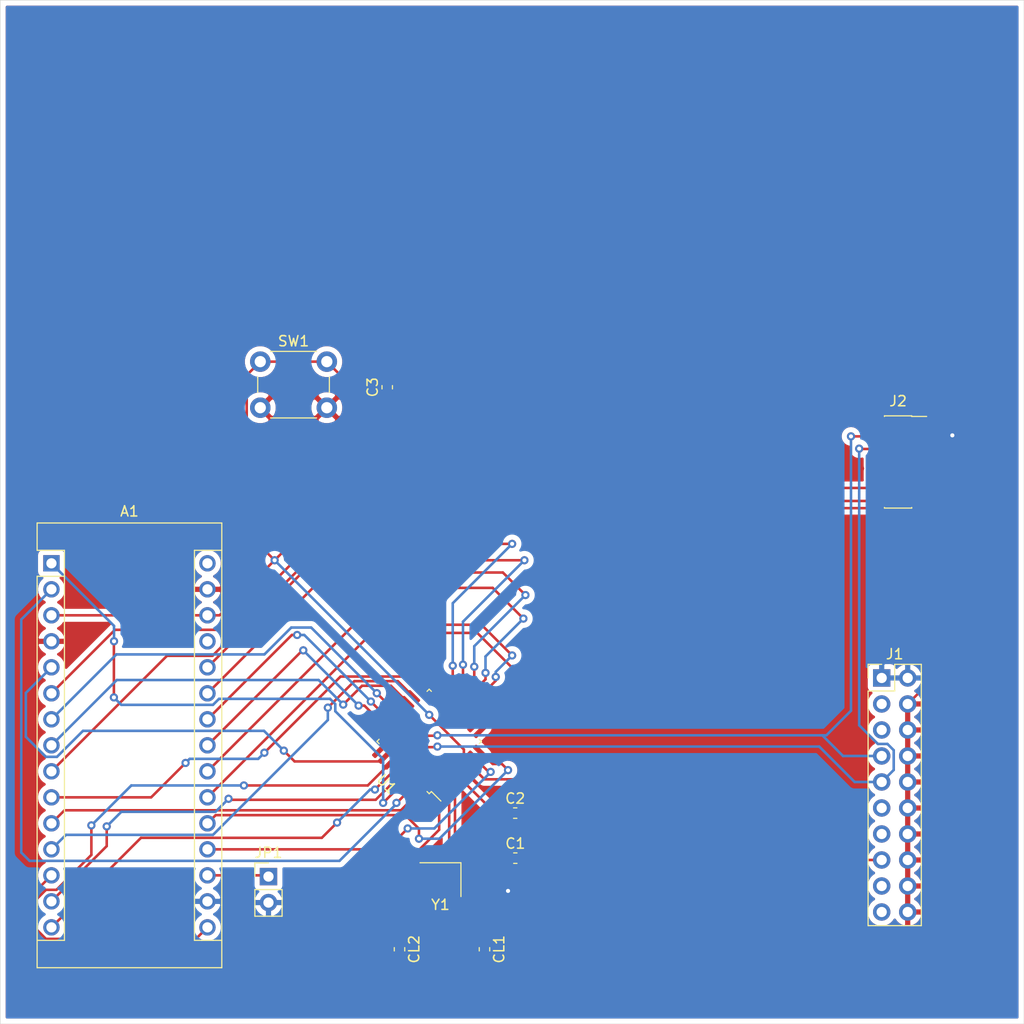
<source format=kicad_pcb>
(kicad_pcb (version 20171130) (host pcbnew "(5.1.6)-1")

  (general
    (thickness 1.6)
    (drawings 4)
    (tracks 308)
    (zones 0)
    (modules 12)
    (nets 47)
  )

  (page A4)
  (layers
    (0 F.Cu signal)
    (31 B.Cu signal)
    (32 B.Adhes user)
    (33 F.Adhes user)
    (34 B.Paste user)
    (35 F.Paste user)
    (36 B.SilkS user)
    (37 F.SilkS user)
    (38 B.Mask user)
    (39 F.Mask user)
    (40 Dwgs.User user)
    (41 Cmts.User user)
    (42 Eco1.User user)
    (43 Eco2.User user)
    (44 Edge.Cuts user)
    (45 Margin user)
    (46 B.CrtYd user)
    (47 F.CrtYd user)
    (48 B.Fab user)
    (49 F.Fab user)
  )

  (setup
    (last_trace_width 0.25)
    (trace_clearance 0.2)
    (zone_clearance 0.508)
    (zone_45_only no)
    (trace_min 0.2)
    (via_size 0.8)
    (via_drill 0.4)
    (via_min_size 0.4)
    (via_min_drill 0.3)
    (uvia_size 0.3)
    (uvia_drill 0.1)
    (uvias_allowed no)
    (uvia_min_size 0.2)
    (uvia_min_drill 0.1)
    (edge_width 0.05)
    (segment_width 0.2)
    (pcb_text_width 0.3)
    (pcb_text_size 1.5 1.5)
    (mod_edge_width 0.12)
    (mod_text_size 1 1)
    (mod_text_width 0.15)
    (pad_size 1.524 1.524)
    (pad_drill 0.762)
    (pad_to_mask_clearance 0.05)
    (aux_axis_origin 0 0)
    (visible_elements 7FFFFFFF)
    (pcbplotparams
      (layerselection 0x010fc_ffffffff)
      (usegerberextensions false)
      (usegerberattributes true)
      (usegerberadvancedattributes true)
      (creategerberjobfile true)
      (excludeedgelayer true)
      (linewidth 0.100000)
      (plotframeref false)
      (viasonmask false)
      (mode 1)
      (useauxorigin false)
      (hpglpennumber 1)
      (hpglpenspeed 20)
      (hpglpendiameter 15.000000)
      (psnegative false)
      (psa4output false)
      (plotreference true)
      (plotvalue true)
      (plotinvisibletext false)
      (padsonsilk false)
      (subtractmaskfromsilk false)
      (outputformat 1)
      (mirror false)
      (drillshape 1)
      (scaleselection 1)
      (outputdirectory ""))
  )

  (net 0 "")
  (net 1 GND)
  (net 2 VDD)
  (net 3 /NRST)
  (net 4 "Net-(CL1-Pad1)")
  (net 5 "Net-(CL2-Pad1)")
  (net 6 /SWCLK)
  (net 7 /SWDIO)
  (net 8 T_VCP_RX)
  (net 9 T_VCP_TX)
  (net 10 "Net-(J2-Pad10)")
  (net 11 "Net-(J2-Pad9)")
  (net 12 "Net-(J2-Pad8)")
  (net 13 "Net-(J2-Pad2)")
  (net 14 "Net-(J2-Pad1)")
  (net 15 /PB3)
  (net 16 /PB4)
  (net 17 "Net-(A1-Pad30)")
  (net 18 /PB5)
  (net 19 /PB9)
  (net 20 /PA8)
  (net 21 "Net-(A1-Pad27)")
  (net 22 /PB8)
  (net 23 /PA7)
  (net 24 /PB2)
  (net 25 /PA6)
  (net 26 /PB0)
  (net 27 /PA11)
  (net 28 /PA9)
  (net 29 /PA12)
  (net 30 /PA10)
  (net 31 /PA5)
  (net 32 /PB1)
  (net 33 /PA4)
  (net 34 /PA15)
  (net 35 /PA1)
  (net 36 /PA0)
  (net 37 "Net-(A1-Pad18)")
  (net 38 /PB7)
  (net 39 /PB6)
  (net 40 "Net-(J1-Pad19)")
  (net 41 "Net-(J1-Pad17)")
  (net 42 "Net-(J1-Pad13)")
  (net 43 "Net-(J1-Pad11)")
  (net 44 "Net-(J1-Pad5)")
  (net 45 "Net-(J1-Pad3)")
  (net 46 "Net-(U1-Pad20)")

  (net_class Default "This is the default net class."
    (clearance 0.2)
    (trace_width 0.25)
    (via_dia 0.8)
    (via_drill 0.4)
    (uvia_dia 0.3)
    (uvia_drill 0.1)
    (add_net /NRST)
    (add_net /PA0)
    (add_net /PA1)
    (add_net /PA10)
    (add_net /PA11)
    (add_net /PA12)
    (add_net /PA15)
    (add_net /PA4)
    (add_net /PA5)
    (add_net /PA6)
    (add_net /PA7)
    (add_net /PA8)
    (add_net /PA9)
    (add_net /PB0)
    (add_net /PB1)
    (add_net /PB2)
    (add_net /PB3)
    (add_net /PB4)
    (add_net /PB5)
    (add_net /PB6)
    (add_net /PB7)
    (add_net /PB8)
    (add_net /PB9)
    (add_net /SWCLK)
    (add_net /SWDIO)
    (add_net GND)
    (add_net "Net-(A1-Pad18)")
    (add_net "Net-(A1-Pad27)")
    (add_net "Net-(A1-Pad30)")
    (add_net "Net-(CL1-Pad1)")
    (add_net "Net-(CL2-Pad1)")
    (add_net "Net-(J1-Pad11)")
    (add_net "Net-(J1-Pad13)")
    (add_net "Net-(J1-Pad17)")
    (add_net "Net-(J1-Pad19)")
    (add_net "Net-(J1-Pad3)")
    (add_net "Net-(J1-Pad5)")
    (add_net "Net-(J2-Pad1)")
    (add_net "Net-(J2-Pad10)")
    (add_net "Net-(J2-Pad2)")
    (add_net "Net-(J2-Pad8)")
    (add_net "Net-(J2-Pad9)")
    (add_net "Net-(U1-Pad20)")
    (add_net T_VCP_RX)
    (add_net T_VCP_TX)
    (add_net VDD)
  )

  (module Crystal:Crystal_SMD_3225-4Pin_3.2x2.5mm (layer F.Cu) (tedit 5A0FD1B2) (tstamp 5FF477B0)
    (at 143 135.9 180)
    (descr "SMD Crystal SERIES SMD3225/4 http://www.txccrystal.com/images/pdf/7m-accuracy.pdf, 3.2x2.5mm^2 package")
    (tags "SMD SMT crystal")
    (path /5FF449B6)
    (attr smd)
    (fp_text reference Y1 (at 0 -2.45) (layer F.SilkS)
      (effects (font (size 1 1) (thickness 0.15)))
    )
    (fp_text value Crystal_GND24 (at 0 2.45) (layer F.Fab)
      (effects (font (size 1 1) (thickness 0.15)))
    )
    (fp_text user %R (at 0 0) (layer F.Fab)
      (effects (font (size 0.7 0.7) (thickness 0.105)))
    )
    (fp_line (start -1.6 -1.25) (end -1.6 1.25) (layer F.Fab) (width 0.1))
    (fp_line (start -1.6 1.25) (end 1.6 1.25) (layer F.Fab) (width 0.1))
    (fp_line (start 1.6 1.25) (end 1.6 -1.25) (layer F.Fab) (width 0.1))
    (fp_line (start 1.6 -1.25) (end -1.6 -1.25) (layer F.Fab) (width 0.1))
    (fp_line (start -1.6 0.25) (end -0.6 1.25) (layer F.Fab) (width 0.1))
    (fp_line (start -2 -1.65) (end -2 1.65) (layer F.SilkS) (width 0.12))
    (fp_line (start -2 1.65) (end 2 1.65) (layer F.SilkS) (width 0.12))
    (fp_line (start -2.1 -1.7) (end -2.1 1.7) (layer F.CrtYd) (width 0.05))
    (fp_line (start -2.1 1.7) (end 2.1 1.7) (layer F.CrtYd) (width 0.05))
    (fp_line (start 2.1 1.7) (end 2.1 -1.7) (layer F.CrtYd) (width 0.05))
    (fp_line (start 2.1 -1.7) (end -2.1 -1.7) (layer F.CrtYd) (width 0.05))
    (pad 4 smd rect (at -1.1 -0.85 180) (size 1.4 1.2) (layers F.Cu F.Paste F.Mask)
      (net 1 GND))
    (pad 3 smd rect (at 1.1 -0.85 180) (size 1.4 1.2) (layers F.Cu F.Paste F.Mask)
      (net 5 "Net-(CL2-Pad1)"))
    (pad 2 smd rect (at 1.1 0.85 180) (size 1.4 1.2) (layers F.Cu F.Paste F.Mask)
      (net 1 GND))
    (pad 1 smd rect (at -1.1 0.85 180) (size 1.4 1.2) (layers F.Cu F.Paste F.Mask)
      (net 4 "Net-(CL1-Pad1)"))
    (model ${KISYS3DMOD}/Crystal.3dshapes/Crystal_SMD_3225-4Pin_3.2x2.5mm.wrl
      (at (xyz 0 0 0))
      (scale (xyz 1 1 1))
      (rotate (xyz 0 0 0))
    )
  )

  (module Package_QFP:LQFP-32_7x7mm_P0.8mm (layer F.Cu) (tedit 5D9F72AF) (tstamp 5FF4779C)
    (at 141.9 122.4 135)
    (descr "LQFP, 32 Pin (https://www.nxp.com/docs/en/package-information/SOT358-1.pdf), generated with kicad-footprint-generator ipc_gullwing_generator.py")
    (tags "LQFP QFP")
    (path /5FF2C556)
    (attr smd)
    (fp_text reference U1 (at 0 -5.88 135) (layer F.SilkS)
      (effects (font (size 1 1) (thickness 0.15)))
    )
    (fp_text value STM32G031K8T3 (at 0 5.88 135) (layer F.Fab)
      (effects (font (size 1 1) (thickness 0.15)))
    )
    (fp_text user %R (at 0 0 135) (layer F.Fab)
      (effects (font (size 1 1) (thickness 0.15)))
    )
    (fp_line (start 3.31 3.61) (end 3.61 3.61) (layer F.SilkS) (width 0.12))
    (fp_line (start 3.61 3.61) (end 3.61 3.31) (layer F.SilkS) (width 0.12))
    (fp_line (start -3.31 3.61) (end -3.61 3.61) (layer F.SilkS) (width 0.12))
    (fp_line (start -3.61 3.61) (end -3.61 3.31) (layer F.SilkS) (width 0.12))
    (fp_line (start 3.31 -3.61) (end 3.61 -3.61) (layer F.SilkS) (width 0.12))
    (fp_line (start 3.61 -3.61) (end 3.61 -3.31) (layer F.SilkS) (width 0.12))
    (fp_line (start -3.31 -3.61) (end -3.61 -3.61) (layer F.SilkS) (width 0.12))
    (fp_line (start -3.61 -3.61) (end -3.61 -3.31) (layer F.SilkS) (width 0.12))
    (fp_line (start -3.61 -3.31) (end -4.925 -3.31) (layer F.SilkS) (width 0.12))
    (fp_line (start -2.5 -3.5) (end 3.5 -3.5) (layer F.Fab) (width 0.1))
    (fp_line (start 3.5 -3.5) (end 3.5 3.5) (layer F.Fab) (width 0.1))
    (fp_line (start 3.5 3.5) (end -3.5 3.5) (layer F.Fab) (width 0.1))
    (fp_line (start -3.5 3.5) (end -3.5 -2.5) (layer F.Fab) (width 0.1))
    (fp_line (start -3.5 -2.5) (end -2.5 -3.5) (layer F.Fab) (width 0.1))
    (fp_line (start 0 -5.18) (end -3.3 -5.18) (layer F.CrtYd) (width 0.05))
    (fp_line (start -3.3 -5.18) (end -3.3 -3.75) (layer F.CrtYd) (width 0.05))
    (fp_line (start -3.3 -3.75) (end -3.75 -3.75) (layer F.CrtYd) (width 0.05))
    (fp_line (start -3.75 -3.75) (end -3.75 -3.3) (layer F.CrtYd) (width 0.05))
    (fp_line (start -3.75 -3.3) (end -5.18 -3.3) (layer F.CrtYd) (width 0.05))
    (fp_line (start -5.18 -3.3) (end -5.18 0) (layer F.CrtYd) (width 0.05))
    (fp_line (start 0 -5.18) (end 3.3 -5.18) (layer F.CrtYd) (width 0.05))
    (fp_line (start 3.3 -5.18) (end 3.3 -3.75) (layer F.CrtYd) (width 0.05))
    (fp_line (start 3.3 -3.75) (end 3.75 -3.75) (layer F.CrtYd) (width 0.05))
    (fp_line (start 3.75 -3.75) (end 3.75 -3.3) (layer F.CrtYd) (width 0.05))
    (fp_line (start 3.75 -3.3) (end 5.18 -3.3) (layer F.CrtYd) (width 0.05))
    (fp_line (start 5.18 -3.3) (end 5.18 0) (layer F.CrtYd) (width 0.05))
    (fp_line (start 0 5.18) (end -3.3 5.18) (layer F.CrtYd) (width 0.05))
    (fp_line (start -3.3 5.18) (end -3.3 3.75) (layer F.CrtYd) (width 0.05))
    (fp_line (start -3.3 3.75) (end -3.75 3.75) (layer F.CrtYd) (width 0.05))
    (fp_line (start -3.75 3.75) (end -3.75 3.3) (layer F.CrtYd) (width 0.05))
    (fp_line (start -3.75 3.3) (end -5.18 3.3) (layer F.CrtYd) (width 0.05))
    (fp_line (start -5.18 3.3) (end -5.18 0) (layer F.CrtYd) (width 0.05))
    (fp_line (start 0 5.18) (end 3.3 5.18) (layer F.CrtYd) (width 0.05))
    (fp_line (start 3.3 5.18) (end 3.3 3.75) (layer F.CrtYd) (width 0.05))
    (fp_line (start 3.3 3.75) (end 3.75 3.75) (layer F.CrtYd) (width 0.05))
    (fp_line (start 3.75 3.75) (end 3.75 3.3) (layer F.CrtYd) (width 0.05))
    (fp_line (start 3.75 3.3) (end 5.18 3.3) (layer F.CrtYd) (width 0.05))
    (fp_line (start 5.18 3.3) (end 5.18 0) (layer F.CrtYd) (width 0.05))
    (pad 32 smd roundrect (at -2.8 -4.175 135) (size 0.5 1.5) (layers F.Cu F.Paste F.Mask) (roundrect_rratio 0.25)
      (net 22 /PB8))
    (pad 31 smd roundrect (at -2 -4.175 135) (size 0.5 1.5) (layers F.Cu F.Paste F.Mask) (roundrect_rratio 0.25)
      (net 38 /PB7))
    (pad 30 smd roundrect (at -1.2 -4.175 135) (size 0.5 1.5) (layers F.Cu F.Paste F.Mask) (roundrect_rratio 0.25)
      (net 39 /PB6))
    (pad 29 smd roundrect (at -0.4 -4.175 135) (size 0.5 1.5) (layers F.Cu F.Paste F.Mask) (roundrect_rratio 0.25)
      (net 18 /PB5))
    (pad 28 smd roundrect (at 0.4 -4.175 135) (size 0.5 1.5) (layers F.Cu F.Paste F.Mask) (roundrect_rratio 0.25)
      (net 16 /PB4))
    (pad 27 smd roundrect (at 1.2 -4.175 135) (size 0.5 1.5) (layers F.Cu F.Paste F.Mask) (roundrect_rratio 0.25)
      (net 15 /PB3))
    (pad 26 smd roundrect (at 2 -4.175 135) (size 0.5 1.5) (layers F.Cu F.Paste F.Mask) (roundrect_rratio 0.25)
      (net 34 /PA15))
    (pad 25 smd roundrect (at 2.8 -4.175 135) (size 0.5 1.5) (layers F.Cu F.Paste F.Mask) (roundrect_rratio 0.25)
      (net 6 /SWCLK))
    (pad 24 smd roundrect (at 4.175 -2.8 135) (size 1.5 0.5) (layers F.Cu F.Paste F.Mask) (roundrect_rratio 0.25)
      (net 7 /SWDIO))
    (pad 23 smd roundrect (at 4.175 -2 135) (size 1.5 0.5) (layers F.Cu F.Paste F.Mask) (roundrect_rratio 0.25)
      (net 29 /PA12))
    (pad 22 smd roundrect (at 4.175 -1.2 135) (size 1.5 0.5) (layers F.Cu F.Paste F.Mask) (roundrect_rratio 0.25)
      (net 27 /PA11))
    (pad 21 smd roundrect (at 4.175 -0.4 135) (size 1.5 0.5) (layers F.Cu F.Paste F.Mask) (roundrect_rratio 0.25)
      (net 30 /PA10))
    (pad 20 smd roundrect (at 4.175 0.4 135) (size 1.5 0.5) (layers F.Cu F.Paste F.Mask) (roundrect_rratio 0.25)
      (net 46 "Net-(U1-Pad20)"))
    (pad 19 smd roundrect (at 4.175 1.2 135) (size 1.5 0.5) (layers F.Cu F.Paste F.Mask) (roundrect_rratio 0.25)
      (net 28 /PA9))
    (pad 18 smd roundrect (at 4.175 2 135) (size 1.5 0.5) (layers F.Cu F.Paste F.Mask) (roundrect_rratio 0.25)
      (net 20 /PA8))
    (pad 17 smd roundrect (at 4.175 2.8 135) (size 1.5 0.5) (layers F.Cu F.Paste F.Mask) (roundrect_rratio 0.25)
      (net 24 /PB2))
    (pad 16 smd roundrect (at 2.8 4.175 135) (size 0.5 1.5) (layers F.Cu F.Paste F.Mask) (roundrect_rratio 0.25)
      (net 32 /PB1))
    (pad 15 smd roundrect (at 2 4.175 135) (size 0.5 1.5) (layers F.Cu F.Paste F.Mask) (roundrect_rratio 0.25)
      (net 26 /PB0))
    (pad 14 smd roundrect (at 1.2 4.175 135) (size 0.5 1.5) (layers F.Cu F.Paste F.Mask) (roundrect_rratio 0.25)
      (net 23 /PA7))
    (pad 13 smd roundrect (at 0.4 4.175 135) (size 0.5 1.5) (layers F.Cu F.Paste F.Mask) (roundrect_rratio 0.25)
      (net 25 /PA6))
    (pad 12 smd roundrect (at -0.4 4.175 135) (size 0.5 1.5) (layers F.Cu F.Paste F.Mask) (roundrect_rratio 0.25)
      (net 31 /PA5))
    (pad 11 smd roundrect (at -1.2 4.175 135) (size 0.5 1.5) (layers F.Cu F.Paste F.Mask) (roundrect_rratio 0.25)
      (net 33 /PA4))
    (pad 10 smd roundrect (at -2 4.175 135) (size 0.5 1.5) (layers F.Cu F.Paste F.Mask) (roundrect_rratio 0.25)
      (net 8 T_VCP_RX))
    (pad 9 smd roundrect (at -2.8 4.175 135) (size 0.5 1.5) (layers F.Cu F.Paste F.Mask) (roundrect_rratio 0.25)
      (net 9 T_VCP_TX))
    (pad 8 smd roundrect (at -4.175 2.8 135) (size 1.5 0.5) (layers F.Cu F.Paste F.Mask) (roundrect_rratio 0.25)
      (net 35 /PA1))
    (pad 7 smd roundrect (at -4.175 2 135) (size 1.5 0.5) (layers F.Cu F.Paste F.Mask) (roundrect_rratio 0.25)
      (net 36 /PA0))
    (pad 6 smd roundrect (at -4.175 1.2 135) (size 1.5 0.5) (layers F.Cu F.Paste F.Mask) (roundrect_rratio 0.25)
      (net 3 /NRST))
    (pad 5 smd roundrect (at -4.175 0.4 135) (size 1.5 0.5) (layers F.Cu F.Paste F.Mask) (roundrect_rratio 0.25)
      (net 1 GND))
    (pad 4 smd roundrect (at -4.175 -0.4 135) (size 1.5 0.5) (layers F.Cu F.Paste F.Mask) (roundrect_rratio 0.25)
      (net 2 VDD))
    (pad 3 smd roundrect (at -4.175 -1.2 135) (size 1.5 0.5) (layers F.Cu F.Paste F.Mask) (roundrect_rratio 0.25)
      (net 4 "Net-(CL1-Pad1)"))
    (pad 2 smd roundrect (at -4.175 -2 135) (size 1.5 0.5) (layers F.Cu F.Paste F.Mask) (roundrect_rratio 0.25)
      (net 5 "Net-(CL2-Pad1)"))
    (pad 1 smd roundrect (at -4.175 -2.8 135) (size 1.5 0.5) (layers F.Cu F.Paste F.Mask) (roundrect_rratio 0.25)
      (net 19 /PB9))
    (model ${KISYS3DMOD}/Package_QFP.3dshapes/LQFP-32_7x7mm_P0.8mm.wrl
      (at (xyz 0 0 0))
      (scale (xyz 1 1 1))
      (rotate (xyz 0 0 0))
    )
  )

  (module Button_Switch_THT:SW_PUSH_6mm_H5mm (layer F.Cu) (tedit 5A02FE31) (tstamp 5FF47751)
    (at 125.4 85.3)
    (descr "tactile push button, 6x6mm e.g. PHAP33xx series, height=5mm")
    (tags "tact sw push 6mm")
    (path /5FF3C303)
    (fp_text reference SW1 (at 3.25 -2) (layer F.SilkS)
      (effects (font (size 1 1) (thickness 0.15)))
    )
    (fp_text value SW_Push (at 3.75 6.7) (layer F.Fab)
      (effects (font (size 1 1) (thickness 0.15)))
    )
    (fp_text user %R (at 3.25 2.25) (layer F.Fab)
      (effects (font (size 1 1) (thickness 0.15)))
    )
    (fp_line (start 3.25 -0.75) (end 6.25 -0.75) (layer F.Fab) (width 0.1))
    (fp_line (start 6.25 -0.75) (end 6.25 5.25) (layer F.Fab) (width 0.1))
    (fp_line (start 6.25 5.25) (end 0.25 5.25) (layer F.Fab) (width 0.1))
    (fp_line (start 0.25 5.25) (end 0.25 -0.75) (layer F.Fab) (width 0.1))
    (fp_line (start 0.25 -0.75) (end 3.25 -0.75) (layer F.Fab) (width 0.1))
    (fp_line (start 7.75 6) (end 8 6) (layer F.CrtYd) (width 0.05))
    (fp_line (start 8 6) (end 8 5.75) (layer F.CrtYd) (width 0.05))
    (fp_line (start 7.75 -1.5) (end 8 -1.5) (layer F.CrtYd) (width 0.05))
    (fp_line (start 8 -1.5) (end 8 -1.25) (layer F.CrtYd) (width 0.05))
    (fp_line (start -1.5 -1.25) (end -1.5 -1.5) (layer F.CrtYd) (width 0.05))
    (fp_line (start -1.5 -1.5) (end -1.25 -1.5) (layer F.CrtYd) (width 0.05))
    (fp_line (start -1.5 5.75) (end -1.5 6) (layer F.CrtYd) (width 0.05))
    (fp_line (start -1.5 6) (end -1.25 6) (layer F.CrtYd) (width 0.05))
    (fp_line (start -1.25 -1.5) (end 7.75 -1.5) (layer F.CrtYd) (width 0.05))
    (fp_line (start -1.5 5.75) (end -1.5 -1.25) (layer F.CrtYd) (width 0.05))
    (fp_line (start 7.75 6) (end -1.25 6) (layer F.CrtYd) (width 0.05))
    (fp_line (start 8 -1.25) (end 8 5.75) (layer F.CrtYd) (width 0.05))
    (fp_line (start 1 5.5) (end 5.5 5.5) (layer F.SilkS) (width 0.12))
    (fp_line (start -0.25 1.5) (end -0.25 3) (layer F.SilkS) (width 0.12))
    (fp_line (start 5.5 -1) (end 1 -1) (layer F.SilkS) (width 0.12))
    (fp_line (start 6.75 3) (end 6.75 1.5) (layer F.SilkS) (width 0.12))
    (fp_circle (center 3.25 2.25) (end 1.25 2.5) (layer F.Fab) (width 0.1))
    (pad 1 thru_hole circle (at 6.5 0 90) (size 2 2) (drill 1.1) (layers *.Cu *.Mask)
      (net 3 /NRST))
    (pad 2 thru_hole circle (at 6.5 4.5 90) (size 2 2) (drill 1.1) (layers *.Cu *.Mask)
      (net 1 GND))
    (pad 1 thru_hole circle (at 0 0 90) (size 2 2) (drill 1.1) (layers *.Cu *.Mask)
      (net 3 /NRST))
    (pad 2 thru_hole circle (at 0 4.5 90) (size 2 2) (drill 1.1) (layers *.Cu *.Mask)
      (net 1 GND))
    (model ${KISYS3DMOD}/Button_Switch_THT.3dshapes/SW_PUSH_6mm_H5mm.wrl
      (at (xyz 0 0 0))
      (scale (xyz 1 1 1))
      (rotate (xyz 0 0 0))
    )
  )

  (module Connector_PinHeader_2.54mm:PinHeader_1x02_P2.54mm_Vertical (layer F.Cu) (tedit 59FED5CC) (tstamp 5FF47732)
    (at 126.2 135.6)
    (descr "Through hole straight pin header, 1x02, 2.54mm pitch, single row")
    (tags "Through hole pin header THT 1x02 2.54mm single row")
    (path /5FFA4711)
    (fp_text reference JP1 (at 0 -2.33) (layer F.SilkS)
      (effects (font (size 1 1) (thickness 0.15)))
    )
    (fp_text value Jumper (at 0 4.87) (layer F.Fab)
      (effects (font (size 1 1) (thickness 0.15)))
    )
    (fp_text user %R (at 0 1.27 90) (layer F.Fab)
      (effects (font (size 1 1) (thickness 0.15)))
    )
    (fp_line (start -0.635 -1.27) (end 1.27 -1.27) (layer F.Fab) (width 0.1))
    (fp_line (start 1.27 -1.27) (end 1.27 3.81) (layer F.Fab) (width 0.1))
    (fp_line (start 1.27 3.81) (end -1.27 3.81) (layer F.Fab) (width 0.1))
    (fp_line (start -1.27 3.81) (end -1.27 -0.635) (layer F.Fab) (width 0.1))
    (fp_line (start -1.27 -0.635) (end -0.635 -1.27) (layer F.Fab) (width 0.1))
    (fp_line (start -1.33 3.87) (end 1.33 3.87) (layer F.SilkS) (width 0.12))
    (fp_line (start -1.33 1.27) (end -1.33 3.87) (layer F.SilkS) (width 0.12))
    (fp_line (start 1.33 1.27) (end 1.33 3.87) (layer F.SilkS) (width 0.12))
    (fp_line (start -1.33 1.27) (end 1.33 1.27) (layer F.SilkS) (width 0.12))
    (fp_line (start -1.33 0) (end -1.33 -1.33) (layer F.SilkS) (width 0.12))
    (fp_line (start -1.33 -1.33) (end 0 -1.33) (layer F.SilkS) (width 0.12))
    (fp_line (start -1.8 -1.8) (end -1.8 4.35) (layer F.CrtYd) (width 0.05))
    (fp_line (start -1.8 4.35) (end 1.8 4.35) (layer F.CrtYd) (width 0.05))
    (fp_line (start 1.8 4.35) (end 1.8 -1.8) (layer F.CrtYd) (width 0.05))
    (fp_line (start 1.8 -1.8) (end -1.8 -1.8) (layer F.CrtYd) (width 0.05))
    (pad 2 thru_hole oval (at 0 2.54) (size 1.7 1.7) (drill 1) (layers *.Cu *.Mask)
      (net 2 VDD))
    (pad 1 thru_hole rect (at 0 0) (size 1.7 1.7) (drill 1) (layers *.Cu *.Mask)
      (net 37 "Net-(A1-Pad18)"))
    (model ${KISYS3DMOD}/Connector_PinHeader_2.54mm.3dshapes/PinHeader_1x02_P2.54mm_Vertical.wrl
      (at (xyz 0 0 0))
      (scale (xyz 1 1 1))
      (rotate (xyz 0 0 0))
    )
  )

  (module Connector_PinSocket_1.27mm:PinSocket_2x07_P1.27mm_Vertical_SMD (layer F.Cu) (tedit 5A19A41C) (tstamp 5FF4771C)
    (at 187.7 95.1)
    (descr "surface-mounted straight socket strip, 2x07, 1.27mm pitch, double cols (from Kicad 4.0.7!), script generated")
    (tags "Surface mounted socket strip SMD 2x07 1.27mm double row")
    (path /5FF5ED32)
    (attr smd)
    (fp_text reference J2 (at 0 -5.945) (layer F.SilkS)
      (effects (font (size 1 1) (thickness 0.15)))
    )
    (fp_text value Conn_ST_STDC14 (at 0 5.945) (layer F.Fab)
      (effects (font (size 1 1) (thickness 0.15)))
    )
    (fp_text user %R (at 0 0 90) (layer F.Fab)
      (effects (font (size 1 1) (thickness 0.15)))
    )
    (fp_line (start -1.33 -4.505) (end 1.33 -4.505) (layer F.SilkS) (width 0.12))
    (fp_line (start 1.33 -4.505) (end 1.33 -4.445) (layer F.SilkS) (width 0.12))
    (fp_line (start 1.33 4.445) (end 1.33 4.505) (layer F.SilkS) (width 0.12))
    (fp_line (start -1.33 4.505) (end 1.33 4.505) (layer F.SilkS) (width 0.12))
    (fp_line (start -1.33 -4.505) (end -1.33 -4.445) (layer F.SilkS) (width 0.12))
    (fp_line (start -1.33 4.445) (end -1.33 4.505) (layer F.SilkS) (width 0.12))
    (fp_line (start 1.33 -4.445) (end 2.79 -4.445) (layer F.SilkS) (width 0.12))
    (fp_line (start -1.27 -4.445) (end 0.635 -4.445) (layer F.Fab) (width 0.1))
    (fp_line (start 0.635 -4.445) (end 1.27 -3.81) (layer F.Fab) (width 0.1))
    (fp_line (start 1.27 -3.81) (end 1.27 4.445) (layer F.Fab) (width 0.1))
    (fp_line (start 1.27 4.445) (end -1.27 4.445) (layer F.Fab) (width 0.1))
    (fp_line (start -1.27 4.445) (end -1.27 -4.445) (layer F.Fab) (width 0.1))
    (fp_line (start -2.555 -4.01) (end -1.27 -4.01) (layer F.Fab) (width 0.1))
    (fp_line (start -1.27 -3.61) (end -2.555 -3.61) (layer F.Fab) (width 0.1))
    (fp_line (start -2.555 -3.61) (end -2.555 -4.01) (layer F.Fab) (width 0.1))
    (fp_line (start 1.27 -4.01) (end 2.555 -4.01) (layer F.Fab) (width 0.1))
    (fp_line (start 2.555 -4.01) (end 2.555 -3.61) (layer F.Fab) (width 0.1))
    (fp_line (start 2.555 -3.61) (end 1.27 -3.61) (layer F.Fab) (width 0.1))
    (fp_line (start -2.555 -2.74) (end -1.27 -2.74) (layer F.Fab) (width 0.1))
    (fp_line (start -1.27 -2.34) (end -2.555 -2.34) (layer F.Fab) (width 0.1))
    (fp_line (start -2.555 -2.34) (end -2.555 -2.74) (layer F.Fab) (width 0.1))
    (fp_line (start 1.27 -2.74) (end 2.555 -2.74) (layer F.Fab) (width 0.1))
    (fp_line (start 2.555 -2.74) (end 2.555 -2.34) (layer F.Fab) (width 0.1))
    (fp_line (start 2.555 -2.34) (end 1.27 -2.34) (layer F.Fab) (width 0.1))
    (fp_line (start -2.555 -1.47) (end -1.27 -1.47) (layer F.Fab) (width 0.1))
    (fp_line (start -1.27 -1.07) (end -2.555 -1.07) (layer F.Fab) (width 0.1))
    (fp_line (start -2.555 -1.07) (end -2.555 -1.47) (layer F.Fab) (width 0.1))
    (fp_line (start 1.27 -1.47) (end 2.555 -1.47) (layer F.Fab) (width 0.1))
    (fp_line (start 2.555 -1.47) (end 2.555 -1.07) (layer F.Fab) (width 0.1))
    (fp_line (start 2.555 -1.07) (end 1.27 -1.07) (layer F.Fab) (width 0.1))
    (fp_line (start -2.555 -0.2) (end -1.27 -0.2) (layer F.Fab) (width 0.1))
    (fp_line (start -1.27 0.2) (end -2.555 0.2) (layer F.Fab) (width 0.1))
    (fp_line (start -2.555 0.2) (end -2.555 -0.2) (layer F.Fab) (width 0.1))
    (fp_line (start 1.27 -0.2) (end 2.555 -0.2) (layer F.Fab) (width 0.1))
    (fp_line (start 2.555 -0.2) (end 2.555 0.2) (layer F.Fab) (width 0.1))
    (fp_line (start 2.555 0.2) (end 1.27 0.2) (layer F.Fab) (width 0.1))
    (fp_line (start -2.555 1.07) (end -1.27 1.07) (layer F.Fab) (width 0.1))
    (fp_line (start -1.27 1.47) (end -2.555 1.47) (layer F.Fab) (width 0.1))
    (fp_line (start -2.555 1.47) (end -2.555 1.07) (layer F.Fab) (width 0.1))
    (fp_line (start 1.27 1.07) (end 2.555 1.07) (layer F.Fab) (width 0.1))
    (fp_line (start 2.555 1.07) (end 2.555 1.47) (layer F.Fab) (width 0.1))
    (fp_line (start 2.555 1.47) (end 1.27 1.47) (layer F.Fab) (width 0.1))
    (fp_line (start -2.555 2.34) (end -1.27 2.34) (layer F.Fab) (width 0.1))
    (fp_line (start -1.27 2.74) (end -2.555 2.74) (layer F.Fab) (width 0.1))
    (fp_line (start -2.555 2.74) (end -2.555 2.34) (layer F.Fab) (width 0.1))
    (fp_line (start 1.27 2.34) (end 2.555 2.34) (layer F.Fab) (width 0.1))
    (fp_line (start 2.555 2.34) (end 2.555 2.74) (layer F.Fab) (width 0.1))
    (fp_line (start 2.555 2.74) (end 1.27 2.74) (layer F.Fab) (width 0.1))
    (fp_line (start -2.555 3.61) (end -1.27 3.61) (layer F.Fab) (width 0.1))
    (fp_line (start -1.27 4.01) (end -2.555 4.01) (layer F.Fab) (width 0.1))
    (fp_line (start -2.555 4.01) (end -2.555 3.61) (layer F.Fab) (width 0.1))
    (fp_line (start 1.27 3.61) (end 2.555 3.61) (layer F.Fab) (width 0.1))
    (fp_line (start 2.555 3.61) (end 2.555 4.01) (layer F.Fab) (width 0.1))
    (fp_line (start 2.555 4.01) (end 1.27 4.01) (layer F.Fab) (width 0.1))
    (fp_line (start -3.35 -4.95) (end 3.35 -4.95) (layer F.CrtYd) (width 0.05))
    (fp_line (start 3.35 -4.95) (end 3.35 4.95) (layer F.CrtYd) (width 0.05))
    (fp_line (start 3.35 4.95) (end -3.35 4.95) (layer F.CrtYd) (width 0.05))
    (fp_line (start -3.35 4.95) (end -3.35 -4.95) (layer F.CrtYd) (width 0.05))
    (pad 14 smd rect (at -1.8 3.81) (size 2.1 0.75) (layers F.Cu F.Paste F.Mask)
      (net 8 T_VCP_RX))
    (pad 13 smd rect (at 1.8 3.81) (size 2.1 0.75) (layers F.Cu F.Paste F.Mask)
      (net 9 T_VCP_TX))
    (pad 12 smd rect (at -1.8 2.54) (size 2.1 0.75) (layers F.Cu F.Paste F.Mask)
      (net 3 /NRST))
    (pad 11 smd rect (at 1.8 2.54) (size 2.1 0.75) (layers F.Cu F.Paste F.Mask)
      (net 1 GND))
    (pad 10 smd rect (at -1.8 1.27) (size 2.1 0.75) (layers F.Cu F.Paste F.Mask)
      (net 10 "Net-(J2-Pad10)"))
    (pad 9 smd rect (at 1.8 1.27) (size 2.1 0.75) (layers F.Cu F.Paste F.Mask)
      (net 11 "Net-(J2-Pad9)"))
    (pad 8 smd rect (at -1.8 0) (size 2.1 0.75) (layers F.Cu F.Paste F.Mask)
      (net 12 "Net-(J2-Pad8)"))
    (pad 7 smd rect (at 1.8 0) (size 2.1 0.75) (layers F.Cu F.Paste F.Mask)
      (net 1 GND))
    (pad 6 smd rect (at -1.8 -1.27) (size 2.1 0.75) (layers F.Cu F.Paste F.Mask)
      (net 6 /SWCLK))
    (pad 5 smd rect (at 1.8 -1.27) (size 2.1 0.75) (layers F.Cu F.Paste F.Mask)
      (net 1 GND))
    (pad 4 smd rect (at -1.8 -2.54) (size 2.1 0.75) (layers F.Cu F.Paste F.Mask)
      (net 7 /SWDIO))
    (pad 3 smd rect (at 1.8 -2.54) (size 2.1 0.75) (layers F.Cu F.Paste F.Mask)
      (net 2 VDD))
    (pad 2 smd rect (at -1.8 -3.81) (size 2.1 0.75) (layers F.Cu F.Paste F.Mask)
      (net 13 "Net-(J2-Pad2)"))
    (pad 1 smd rect (at 1.8 -3.81) (size 2.1 0.75) (layers F.Cu F.Paste F.Mask)
      (net 14 "Net-(J2-Pad1)"))
    (model ${KISYS3DMOD}/Connector_PinSocket_1.27mm.3dshapes/PinSocket_2x07_P1.27mm_Vertical_SMD.wrl
      (at (xyz 0 0 0))
      (scale (xyz 1 1 1))
      (rotate (xyz 0 0 0))
    )
  )

  (module Connector_PinHeader_2.54mm:PinHeader_2x10_P2.54mm_Vertical (layer F.Cu) (tedit 59FED5CC) (tstamp 5FF476CF)
    (at 186.1 116.2)
    (descr "Through hole straight pin header, 2x10, 2.54mm pitch, double rows")
    (tags "Through hole pin header THT 2x10 2.54mm double row")
    (path /5FFB5280)
    (fp_text reference J1 (at 1.27 -2.33) (layer F.SilkS)
      (effects (font (size 1 1) (thickness 0.15)))
    )
    (fp_text value Conn_ARM_JTAG_SWD_20 (at 1.27 25.19) (layer F.Fab)
      (effects (font (size 1 1) (thickness 0.15)))
    )
    (fp_text user %R (at 1.27 11.43 90) (layer F.Fab)
      (effects (font (size 1 1) (thickness 0.15)))
    )
    (fp_line (start 0 -1.27) (end 3.81 -1.27) (layer F.Fab) (width 0.1))
    (fp_line (start 3.81 -1.27) (end 3.81 24.13) (layer F.Fab) (width 0.1))
    (fp_line (start 3.81 24.13) (end -1.27 24.13) (layer F.Fab) (width 0.1))
    (fp_line (start -1.27 24.13) (end -1.27 0) (layer F.Fab) (width 0.1))
    (fp_line (start -1.27 0) (end 0 -1.27) (layer F.Fab) (width 0.1))
    (fp_line (start -1.33 24.19) (end 3.87 24.19) (layer F.SilkS) (width 0.12))
    (fp_line (start -1.33 1.27) (end -1.33 24.19) (layer F.SilkS) (width 0.12))
    (fp_line (start 3.87 -1.33) (end 3.87 24.19) (layer F.SilkS) (width 0.12))
    (fp_line (start -1.33 1.27) (end 1.27 1.27) (layer F.SilkS) (width 0.12))
    (fp_line (start 1.27 1.27) (end 1.27 -1.33) (layer F.SilkS) (width 0.12))
    (fp_line (start 1.27 -1.33) (end 3.87 -1.33) (layer F.SilkS) (width 0.12))
    (fp_line (start -1.33 0) (end -1.33 -1.33) (layer F.SilkS) (width 0.12))
    (fp_line (start -1.33 -1.33) (end 0 -1.33) (layer F.SilkS) (width 0.12))
    (fp_line (start -1.8 -1.8) (end -1.8 24.65) (layer F.CrtYd) (width 0.05))
    (fp_line (start -1.8 24.65) (end 4.35 24.65) (layer F.CrtYd) (width 0.05))
    (fp_line (start 4.35 24.65) (end 4.35 -1.8) (layer F.CrtYd) (width 0.05))
    (fp_line (start 4.35 -1.8) (end -1.8 -1.8) (layer F.CrtYd) (width 0.05))
    (pad 20 thru_hole oval (at 2.54 22.86) (size 1.7 1.7) (drill 1) (layers *.Cu *.Mask)
      (net 1 GND))
    (pad 19 thru_hole oval (at 0 22.86) (size 1.7 1.7) (drill 1) (layers *.Cu *.Mask)
      (net 40 "Net-(J1-Pad19)"))
    (pad 18 thru_hole oval (at 2.54 20.32) (size 1.7 1.7) (drill 1) (layers *.Cu *.Mask)
      (net 1 GND))
    (pad 17 thru_hole oval (at 0 20.32) (size 1.7 1.7) (drill 1) (layers *.Cu *.Mask)
      (net 41 "Net-(J1-Pad17)"))
    (pad 16 thru_hole oval (at 2.54 17.78) (size 1.7 1.7) (drill 1) (layers *.Cu *.Mask)
      (net 1 GND))
    (pad 15 thru_hole oval (at 0 17.78) (size 1.7 1.7) (drill 1) (layers *.Cu *.Mask)
      (net 3 /NRST))
    (pad 14 thru_hole oval (at 2.54 15.24) (size 1.7 1.7) (drill 1) (layers *.Cu *.Mask)
      (net 1 GND))
    (pad 13 thru_hole oval (at 0 15.24) (size 1.7 1.7) (drill 1) (layers *.Cu *.Mask)
      (net 42 "Net-(J1-Pad13)"))
    (pad 12 thru_hole oval (at 2.54 12.7) (size 1.7 1.7) (drill 1) (layers *.Cu *.Mask)
      (net 1 GND))
    (pad 11 thru_hole oval (at 0 12.7) (size 1.7 1.7) (drill 1) (layers *.Cu *.Mask)
      (net 43 "Net-(J1-Pad11)"))
    (pad 10 thru_hole oval (at 2.54 10.16) (size 1.7 1.7) (drill 1) (layers *.Cu *.Mask)
      (net 1 GND))
    (pad 9 thru_hole oval (at 0 10.16) (size 1.7 1.7) (drill 1) (layers *.Cu *.Mask)
      (net 6 /SWCLK))
    (pad 8 thru_hole oval (at 2.54 7.62) (size 1.7 1.7) (drill 1) (layers *.Cu *.Mask)
      (net 1 GND))
    (pad 7 thru_hole oval (at 0 7.62) (size 1.7 1.7) (drill 1) (layers *.Cu *.Mask)
      (net 7 /SWDIO))
    (pad 6 thru_hole oval (at 2.54 5.08) (size 1.7 1.7) (drill 1) (layers *.Cu *.Mask)
      (net 1 GND))
    (pad 5 thru_hole oval (at 0 5.08) (size 1.7 1.7) (drill 1) (layers *.Cu *.Mask)
      (net 44 "Net-(J1-Pad5)"))
    (pad 4 thru_hole oval (at 2.54 2.54) (size 1.7 1.7) (drill 1) (layers *.Cu *.Mask)
      (net 1 GND))
    (pad 3 thru_hole oval (at 0 2.54) (size 1.7 1.7) (drill 1) (layers *.Cu *.Mask)
      (net 45 "Net-(J1-Pad3)"))
    (pad 2 thru_hole oval (at 2.54 0) (size 1.7 1.7) (drill 1) (layers *.Cu *.Mask)
      (net 2 VDD))
    (pad 1 thru_hole rect (at 0 0) (size 1.7 1.7) (drill 1) (layers *.Cu *.Mask)
      (net 2 VDD))
    (model ${KISYS3DMOD}/Connector_PinHeader_2.54mm.3dshapes/PinHeader_2x10_P2.54mm_Vertical.wrl
      (at (xyz 0 0 0))
      (scale (xyz 1 1 1))
      (rotate (xyz 0 0 0))
    )
  )

  (module Capacitor_SMD:C_0603_1608Metric (layer F.Cu) (tedit 5B301BBE) (tstamp 5FF476A5)
    (at 139 142.7 270)
    (descr "Capacitor SMD 0603 (1608 Metric), square (rectangular) end terminal, IPC_7351 nominal, (Body size source: http://www.tortai-tech.com/upload/download/2011102023233369053.pdf), generated with kicad-footprint-generator")
    (tags capacitor)
    (path /5FF44C4D)
    (attr smd)
    (fp_text reference CL2 (at 0 -1.43 90) (layer F.SilkS)
      (effects (font (size 1 1) (thickness 0.15)))
    )
    (fp_text value 20pF (at 0 1.43 90) (layer F.Fab)
      (effects (font (size 1 1) (thickness 0.15)))
    )
    (fp_text user %R (at 0 0 90) (layer F.Fab)
      (effects (font (size 0.4 0.4) (thickness 0.06)))
    )
    (fp_line (start -0.8 0.4) (end -0.8 -0.4) (layer F.Fab) (width 0.1))
    (fp_line (start -0.8 -0.4) (end 0.8 -0.4) (layer F.Fab) (width 0.1))
    (fp_line (start 0.8 -0.4) (end 0.8 0.4) (layer F.Fab) (width 0.1))
    (fp_line (start 0.8 0.4) (end -0.8 0.4) (layer F.Fab) (width 0.1))
    (fp_line (start -0.162779 -0.51) (end 0.162779 -0.51) (layer F.SilkS) (width 0.12))
    (fp_line (start -0.162779 0.51) (end 0.162779 0.51) (layer F.SilkS) (width 0.12))
    (fp_line (start -1.48 0.73) (end -1.48 -0.73) (layer F.CrtYd) (width 0.05))
    (fp_line (start -1.48 -0.73) (end 1.48 -0.73) (layer F.CrtYd) (width 0.05))
    (fp_line (start 1.48 -0.73) (end 1.48 0.73) (layer F.CrtYd) (width 0.05))
    (fp_line (start 1.48 0.73) (end -1.48 0.73) (layer F.CrtYd) (width 0.05))
    (pad 2 smd roundrect (at 0.7875 0 270) (size 0.875 0.95) (layers F.Cu F.Paste F.Mask) (roundrect_rratio 0.25)
      (net 1 GND))
    (pad 1 smd roundrect (at -0.7875 0 270) (size 0.875 0.95) (layers F.Cu F.Paste F.Mask) (roundrect_rratio 0.25)
      (net 5 "Net-(CL2-Pad1)"))
    (model ${KISYS3DMOD}/Capacitor_SMD.3dshapes/C_0603_1608Metric.wrl
      (at (xyz 0 0 0))
      (scale (xyz 1 1 1))
      (rotate (xyz 0 0 0))
    )
  )

  (module Capacitor_SMD:C_0603_1608Metric (layer F.Cu) (tedit 5B301BBE) (tstamp 5FF47694)
    (at 147.3 142.7 270)
    (descr "Capacitor SMD 0603 (1608 Metric), square (rectangular) end terminal, IPC_7351 nominal, (Body size source: http://www.tortai-tech.com/upload/download/2011102023233369053.pdf), generated with kicad-footprint-generator")
    (tags capacitor)
    (path /5FF3F522)
    (attr smd)
    (fp_text reference CL1 (at 0 -1.43 90) (layer F.SilkS)
      (effects (font (size 1 1) (thickness 0.15)))
    )
    (fp_text value 20pF (at 0 1.43 90) (layer F.Fab)
      (effects (font (size 1 1) (thickness 0.15)))
    )
    (fp_text user %R (at 0 0 90) (layer F.Fab)
      (effects (font (size 0.4 0.4) (thickness 0.06)))
    )
    (fp_line (start -0.8 0.4) (end -0.8 -0.4) (layer F.Fab) (width 0.1))
    (fp_line (start -0.8 -0.4) (end 0.8 -0.4) (layer F.Fab) (width 0.1))
    (fp_line (start 0.8 -0.4) (end 0.8 0.4) (layer F.Fab) (width 0.1))
    (fp_line (start 0.8 0.4) (end -0.8 0.4) (layer F.Fab) (width 0.1))
    (fp_line (start -0.162779 -0.51) (end 0.162779 -0.51) (layer F.SilkS) (width 0.12))
    (fp_line (start -0.162779 0.51) (end 0.162779 0.51) (layer F.SilkS) (width 0.12))
    (fp_line (start -1.48 0.73) (end -1.48 -0.73) (layer F.CrtYd) (width 0.05))
    (fp_line (start -1.48 -0.73) (end 1.48 -0.73) (layer F.CrtYd) (width 0.05))
    (fp_line (start 1.48 -0.73) (end 1.48 0.73) (layer F.CrtYd) (width 0.05))
    (fp_line (start 1.48 0.73) (end -1.48 0.73) (layer F.CrtYd) (width 0.05))
    (pad 2 smd roundrect (at 0.7875 0 270) (size 0.875 0.95) (layers F.Cu F.Paste F.Mask) (roundrect_rratio 0.25)
      (net 1 GND))
    (pad 1 smd roundrect (at -0.7875 0 270) (size 0.875 0.95) (layers F.Cu F.Paste F.Mask) (roundrect_rratio 0.25)
      (net 4 "Net-(CL1-Pad1)"))
    (model ${KISYS3DMOD}/Capacitor_SMD.3dshapes/C_0603_1608Metric.wrl
      (at (xyz 0 0 0))
      (scale (xyz 1 1 1))
      (rotate (xyz 0 0 0))
    )
  )

  (module Capacitor_SMD:C_0603_1608Metric (layer F.Cu) (tedit 5B301BBE) (tstamp 5FF47683)
    (at 137.8 87.8 90)
    (descr "Capacitor SMD 0603 (1608 Metric), square (rectangular) end terminal, IPC_7351 nominal, (Body size source: http://www.tortai-tech.com/upload/download/2011102023233369053.pdf), generated with kicad-footprint-generator")
    (tags capacitor)
    (path /5FF3F1B8)
    (attr smd)
    (fp_text reference C3 (at 0 -1.43 90) (layer F.SilkS)
      (effects (font (size 1 1) (thickness 0.15)))
    )
    (fp_text value 100nF (at 0 1.43 90) (layer F.Fab)
      (effects (font (size 1 1) (thickness 0.15)))
    )
    (fp_text user %R (at 0 0 90) (layer F.Fab)
      (effects (font (size 0.4 0.4) (thickness 0.06)))
    )
    (fp_line (start -0.8 0.4) (end -0.8 -0.4) (layer F.Fab) (width 0.1))
    (fp_line (start -0.8 -0.4) (end 0.8 -0.4) (layer F.Fab) (width 0.1))
    (fp_line (start 0.8 -0.4) (end 0.8 0.4) (layer F.Fab) (width 0.1))
    (fp_line (start 0.8 0.4) (end -0.8 0.4) (layer F.Fab) (width 0.1))
    (fp_line (start -0.162779 -0.51) (end 0.162779 -0.51) (layer F.SilkS) (width 0.12))
    (fp_line (start -0.162779 0.51) (end 0.162779 0.51) (layer F.SilkS) (width 0.12))
    (fp_line (start -1.48 0.73) (end -1.48 -0.73) (layer F.CrtYd) (width 0.05))
    (fp_line (start -1.48 -0.73) (end 1.48 -0.73) (layer F.CrtYd) (width 0.05))
    (fp_line (start 1.48 -0.73) (end 1.48 0.73) (layer F.CrtYd) (width 0.05))
    (fp_line (start 1.48 0.73) (end -1.48 0.73) (layer F.CrtYd) (width 0.05))
    (pad 2 smd roundrect (at 0.7875 0 90) (size 0.875 0.95) (layers F.Cu F.Paste F.Mask) (roundrect_rratio 0.25)
      (net 3 /NRST))
    (pad 1 smd roundrect (at -0.7875 0 90) (size 0.875 0.95) (layers F.Cu F.Paste F.Mask) (roundrect_rratio 0.25)
      (net 1 GND))
    (model ${KISYS3DMOD}/Capacitor_SMD.3dshapes/C_0603_1608Metric.wrl
      (at (xyz 0 0 0))
      (scale (xyz 1 1 1))
      (rotate (xyz 0 0 0))
    )
  )

  (module Capacitor_SMD:C_0603_1608Metric (layer F.Cu) (tedit 5B301BBE) (tstamp 5FF47672)
    (at 150.3 129.4)
    (descr "Capacitor SMD 0603 (1608 Metric), square (rectangular) end terminal, IPC_7351 nominal, (Body size source: http://www.tortai-tech.com/upload/download/2011102023233369053.pdf), generated with kicad-footprint-generator")
    (tags capacitor)
    (path /5FF43E0A)
    (attr smd)
    (fp_text reference C2 (at 0 -1.43) (layer F.SilkS)
      (effects (font (size 1 1) (thickness 0.15)))
    )
    (fp_text value 100nF (at 0 1.43) (layer F.Fab)
      (effects (font (size 1 1) (thickness 0.15)))
    )
    (fp_text user %R (at 0 0) (layer F.Fab)
      (effects (font (size 0.4 0.4) (thickness 0.06)))
    )
    (fp_line (start -0.8 0.4) (end -0.8 -0.4) (layer F.Fab) (width 0.1))
    (fp_line (start -0.8 -0.4) (end 0.8 -0.4) (layer F.Fab) (width 0.1))
    (fp_line (start 0.8 -0.4) (end 0.8 0.4) (layer F.Fab) (width 0.1))
    (fp_line (start 0.8 0.4) (end -0.8 0.4) (layer F.Fab) (width 0.1))
    (fp_line (start -0.162779 -0.51) (end 0.162779 -0.51) (layer F.SilkS) (width 0.12))
    (fp_line (start -0.162779 0.51) (end 0.162779 0.51) (layer F.SilkS) (width 0.12))
    (fp_line (start -1.48 0.73) (end -1.48 -0.73) (layer F.CrtYd) (width 0.05))
    (fp_line (start -1.48 -0.73) (end 1.48 -0.73) (layer F.CrtYd) (width 0.05))
    (fp_line (start 1.48 -0.73) (end 1.48 0.73) (layer F.CrtYd) (width 0.05))
    (fp_line (start 1.48 0.73) (end -1.48 0.73) (layer F.CrtYd) (width 0.05))
    (pad 2 smd roundrect (at 0.7875 0) (size 0.875 0.95) (layers F.Cu F.Paste F.Mask) (roundrect_rratio 0.25)
      (net 1 GND))
    (pad 1 smd roundrect (at -0.7875 0) (size 0.875 0.95) (layers F.Cu F.Paste F.Mask) (roundrect_rratio 0.25)
      (net 2 VDD))
    (model ${KISYS3DMOD}/Capacitor_SMD.3dshapes/C_0603_1608Metric.wrl
      (at (xyz 0 0 0))
      (scale (xyz 1 1 1))
      (rotate (xyz 0 0 0))
    )
  )

  (module Capacitor_SMD:C_0603_1608Metric (layer F.Cu) (tedit 5B301BBE) (tstamp 5FF47661)
    (at 150.3125 133.8)
    (descr "Capacitor SMD 0603 (1608 Metric), square (rectangular) end terminal, IPC_7351 nominal, (Body size source: http://www.tortai-tech.com/upload/download/2011102023233369053.pdf), generated with kicad-footprint-generator")
    (tags capacitor)
    (path /5FF45160)
    (attr smd)
    (fp_text reference C1 (at 0 -1.43) (layer F.SilkS)
      (effects (font (size 1 1) (thickness 0.15)))
    )
    (fp_text value 4.7uF (at 0 1.43) (layer F.Fab)
      (effects (font (size 1 1) (thickness 0.15)))
    )
    (fp_text user %R (at 0 0) (layer F.Fab)
      (effects (font (size 0.4 0.4) (thickness 0.06)))
    )
    (fp_line (start -0.8 0.4) (end -0.8 -0.4) (layer F.Fab) (width 0.1))
    (fp_line (start -0.8 -0.4) (end 0.8 -0.4) (layer F.Fab) (width 0.1))
    (fp_line (start 0.8 -0.4) (end 0.8 0.4) (layer F.Fab) (width 0.1))
    (fp_line (start 0.8 0.4) (end -0.8 0.4) (layer F.Fab) (width 0.1))
    (fp_line (start -0.162779 -0.51) (end 0.162779 -0.51) (layer F.SilkS) (width 0.12))
    (fp_line (start -0.162779 0.51) (end 0.162779 0.51) (layer F.SilkS) (width 0.12))
    (fp_line (start -1.48 0.73) (end -1.48 -0.73) (layer F.CrtYd) (width 0.05))
    (fp_line (start -1.48 -0.73) (end 1.48 -0.73) (layer F.CrtYd) (width 0.05))
    (fp_line (start 1.48 -0.73) (end 1.48 0.73) (layer F.CrtYd) (width 0.05))
    (fp_line (start 1.48 0.73) (end -1.48 0.73) (layer F.CrtYd) (width 0.05))
    (pad 2 smd roundrect (at 0.7875 0) (size 0.875 0.95) (layers F.Cu F.Paste F.Mask) (roundrect_rratio 0.25)
      (net 1 GND))
    (pad 1 smd roundrect (at -0.7875 0) (size 0.875 0.95) (layers F.Cu F.Paste F.Mask) (roundrect_rratio 0.25)
      (net 2 VDD))
    (model ${KISYS3DMOD}/Capacitor_SMD.3dshapes/C_0603_1608Metric.wrl
      (at (xyz 0 0 0))
      (scale (xyz 1 1 1))
      (rotate (xyz 0 0 0))
    )
  )

  (module Module:Arduino_Nano (layer F.Cu) (tedit 58ACAF70) (tstamp 5FF47650)
    (at 105 105)
    (descr "Arduino Nano, http://www.mouser.com/pdfdocs/Gravitech_Arduino_Nano3_0.pdf")
    (tags "Arduino Nano")
    (path /5FF735B5)
    (fp_text reference A1 (at 7.62 -5.08) (layer F.SilkS)
      (effects (font (size 1 1) (thickness 0.15)))
    )
    (fp_text value Arduino_Nano_v2.x (at 8.89 19.05 90) (layer F.Fab)
      (effects (font (size 1 1) (thickness 0.15)))
    )
    (fp_text user %R (at 6.35 19.05 90) (layer F.Fab)
      (effects (font (size 1 1) (thickness 0.15)))
    )
    (fp_line (start 1.27 1.27) (end 1.27 -1.27) (layer F.SilkS) (width 0.12))
    (fp_line (start 1.27 -1.27) (end -1.4 -1.27) (layer F.SilkS) (width 0.12))
    (fp_line (start -1.4 1.27) (end -1.4 39.5) (layer F.SilkS) (width 0.12))
    (fp_line (start -1.4 -3.94) (end -1.4 -1.27) (layer F.SilkS) (width 0.12))
    (fp_line (start 13.97 -1.27) (end 16.64 -1.27) (layer F.SilkS) (width 0.12))
    (fp_line (start 13.97 -1.27) (end 13.97 36.83) (layer F.SilkS) (width 0.12))
    (fp_line (start 13.97 36.83) (end 16.64 36.83) (layer F.SilkS) (width 0.12))
    (fp_line (start 1.27 1.27) (end -1.4 1.27) (layer F.SilkS) (width 0.12))
    (fp_line (start 1.27 1.27) (end 1.27 36.83) (layer F.SilkS) (width 0.12))
    (fp_line (start 1.27 36.83) (end -1.4 36.83) (layer F.SilkS) (width 0.12))
    (fp_line (start 3.81 31.75) (end 11.43 31.75) (layer F.Fab) (width 0.1))
    (fp_line (start 11.43 31.75) (end 11.43 41.91) (layer F.Fab) (width 0.1))
    (fp_line (start 11.43 41.91) (end 3.81 41.91) (layer F.Fab) (width 0.1))
    (fp_line (start 3.81 41.91) (end 3.81 31.75) (layer F.Fab) (width 0.1))
    (fp_line (start -1.4 39.5) (end 16.64 39.5) (layer F.SilkS) (width 0.12))
    (fp_line (start 16.64 39.5) (end 16.64 -3.94) (layer F.SilkS) (width 0.12))
    (fp_line (start 16.64 -3.94) (end -1.4 -3.94) (layer F.SilkS) (width 0.12))
    (fp_line (start 16.51 39.37) (end -1.27 39.37) (layer F.Fab) (width 0.1))
    (fp_line (start -1.27 39.37) (end -1.27 -2.54) (layer F.Fab) (width 0.1))
    (fp_line (start -1.27 -2.54) (end 0 -3.81) (layer F.Fab) (width 0.1))
    (fp_line (start 0 -3.81) (end 16.51 -3.81) (layer F.Fab) (width 0.1))
    (fp_line (start 16.51 -3.81) (end 16.51 39.37) (layer F.Fab) (width 0.1))
    (fp_line (start -1.53 -4.06) (end 16.75 -4.06) (layer F.CrtYd) (width 0.05))
    (fp_line (start -1.53 -4.06) (end -1.53 42.16) (layer F.CrtYd) (width 0.05))
    (fp_line (start 16.75 42.16) (end 16.75 -4.06) (layer F.CrtYd) (width 0.05))
    (fp_line (start 16.75 42.16) (end -1.53 42.16) (layer F.CrtYd) (width 0.05))
    (pad 16 thru_hole oval (at 15.24 35.56) (size 1.6 1.6) (drill 1) (layers *.Cu *.Mask)
      (net 15 /PB3))
    (pad 15 thru_hole oval (at 0 35.56) (size 1.6 1.6) (drill 1) (layers *.Cu *.Mask)
      (net 16 /PB4))
    (pad 30 thru_hole oval (at 15.24 0) (size 1.6 1.6) (drill 1) (layers *.Cu *.Mask)
      (net 17 "Net-(A1-Pad30)"))
    (pad 14 thru_hole oval (at 0 33.02) (size 1.6 1.6) (drill 1) (layers *.Cu *.Mask)
      (net 18 /PB5))
    (pad 29 thru_hole oval (at 15.24 2.54) (size 1.6 1.6) (drill 1) (layers *.Cu *.Mask)
      (net 1 GND))
    (pad 13 thru_hole oval (at 0 30.48) (size 1.6 1.6) (drill 1) (layers *.Cu *.Mask)
      (net 19 /PB9))
    (pad 28 thru_hole oval (at 15.24 5.08) (size 1.6 1.6) (drill 1) (layers *.Cu *.Mask)
      (net 3 /NRST))
    (pad 12 thru_hole oval (at 0 27.94) (size 1.6 1.6) (drill 1) (layers *.Cu *.Mask)
      (net 20 /PA8))
    (pad 27 thru_hole oval (at 15.24 7.62) (size 1.6 1.6) (drill 1) (layers *.Cu *.Mask)
      (net 21 "Net-(A1-Pad27)"))
    (pad 11 thru_hole oval (at 0 25.4) (size 1.6 1.6) (drill 1) (layers *.Cu *.Mask)
      (net 22 /PB8))
    (pad 26 thru_hole oval (at 15.24 10.16) (size 1.6 1.6) (drill 1) (layers *.Cu *.Mask)
      (net 23 /PA7))
    (pad 10 thru_hole oval (at 0 22.86) (size 1.6 1.6) (drill 1) (layers *.Cu *.Mask)
      (net 24 /PB2))
    (pad 25 thru_hole oval (at 15.24 12.7) (size 1.6 1.6) (drill 1) (layers *.Cu *.Mask)
      (net 25 /PA6))
    (pad 9 thru_hole oval (at 0 20.32) (size 1.6 1.6) (drill 1) (layers *.Cu *.Mask)
      (net 26 /PB0))
    (pad 24 thru_hole oval (at 15.24 15.24) (size 1.6 1.6) (drill 1) (layers *.Cu *.Mask)
      (net 27 /PA11))
    (pad 8 thru_hole oval (at 0 17.78) (size 1.6 1.6) (drill 1) (layers *.Cu *.Mask)
      (net 28 /PA9))
    (pad 23 thru_hole oval (at 15.24 17.78) (size 1.6 1.6) (drill 1) (layers *.Cu *.Mask)
      (net 29 /PA12))
    (pad 7 thru_hole oval (at 0 15.24) (size 1.6 1.6) (drill 1) (layers *.Cu *.Mask)
      (net 30 /PA10))
    (pad 22 thru_hole oval (at 15.24 20.32) (size 1.6 1.6) (drill 1) (layers *.Cu *.Mask)
      (net 31 /PA5))
    (pad 6 thru_hole oval (at 0 12.7) (size 1.6 1.6) (drill 1) (layers *.Cu *.Mask)
      (net 32 /PB1))
    (pad 21 thru_hole oval (at 15.24 22.86) (size 1.6 1.6) (drill 1) (layers *.Cu *.Mask)
      (net 33 /PA4))
    (pad 5 thru_hole oval (at 0 10.16) (size 1.6 1.6) (drill 1) (layers *.Cu *.Mask)
      (net 34 /PA15))
    (pad 20 thru_hole oval (at 15.24 25.4) (size 1.6 1.6) (drill 1) (layers *.Cu *.Mask)
      (net 35 /PA1))
    (pad 4 thru_hole oval (at 0 7.62) (size 1.6 1.6) (drill 1) (layers *.Cu *.Mask)
      (net 1 GND))
    (pad 19 thru_hole oval (at 15.24 27.94) (size 1.6 1.6) (drill 1) (layers *.Cu *.Mask)
      (net 36 /PA0))
    (pad 3 thru_hole oval (at 0 5.08) (size 1.6 1.6) (drill 1) (layers *.Cu *.Mask)
      (net 3 /NRST))
    (pad 18 thru_hole oval (at 15.24 30.48) (size 1.6 1.6) (drill 1) (layers *.Cu *.Mask)
      (net 37 "Net-(A1-Pad18)"))
    (pad 2 thru_hole oval (at 0 2.54) (size 1.6 1.6) (drill 1) (layers *.Cu *.Mask)
      (net 38 /PB7))
    (pad 17 thru_hole oval (at 15.24 33.02) (size 1.6 1.6) (drill 1) (layers *.Cu *.Mask)
      (net 2 VDD))
    (pad 1 thru_hole rect (at 0 0) (size 1.6 1.6) (drill 1) (layers *.Cu *.Mask)
      (net 39 /PB6))
    (model ${KISYS3DMOD}/Module.3dshapes/Arduino_Nano_WithMountingHoles.wrl
      (at (xyz 0 0 0))
      (scale (xyz 1 1 1))
      (rotate (xyz 0 0 0))
    )
  )

  (gr_line (start 100 50) (end 100 150) (layer Edge.Cuts) (width 0.05) (tstamp 5FF479C1))
  (gr_line (start 200 50) (end 100 50) (layer Edge.Cuts) (width 0.05))
  (gr_line (start 200 150) (end 200 50) (layer Edge.Cuts) (width 0.05))
  (gr_line (start 100 150) (end 200 150) (layer Edge.Cuts) (width 0.05))

  (segment (start 150.28749 128.59999) (end 151.0875 129.4) (width 0.25) (layer F.Cu) (net 1))
  (segment (start 148.665676 128.59999) (end 150.28749 128.59999) (width 0.25) (layer F.Cu) (net 1))
  (segment (start 145.135014 125.069328) (end 148.665676 128.59999) (width 0.25) (layer F.Cu) (net 1))
  (segment (start 151.0875 133.7875) (end 151.1 133.8) (width 0.25) (layer F.Cu) (net 1))
  (segment (start 151.0875 129.4) (end 151.0875 133.7875) (width 0.25) (layer F.Cu) (net 1))
  (segment (start 133.1125 88.5875) (end 131.9 89.8) (width 0.25) (layer F.Cu) (net 1))
  (segment (start 137.8 88.5875) (end 133.1125 88.5875) (width 0.25) (layer F.Cu) (net 1))
  (segment (start 189.5 93.83) (end 191.43 93.83) (width 0.25) (layer F.Cu) (net 1))
  (segment (start 191.43 93.83) (end 191.6 94) (width 0.25) (layer F.Cu) (net 1))
  (segment (start 191.6 115.78) (end 188.64 118.74) (width 0.25) (layer F.Cu) (net 1))
  (segment (start 191.5 95.1) (end 191.6 95.2) (width 0.25) (layer F.Cu) (net 1))
  (segment (start 189.5 95.1) (end 191.5 95.1) (width 0.25) (layer F.Cu) (net 1))
  (segment (start 191.6 94) (end 191.6 95.2) (width 0.25) (layer F.Cu) (net 1))
  (segment (start 191.54 97.64) (end 191.6 97.7) (width 0.25) (layer F.Cu) (net 1))
  (segment (start 189.5 97.64) (end 191.54 97.64) (width 0.25) (layer F.Cu) (net 1))
  (segment (start 191.6 95.2) (end 191.6 97.7) (width 0.25) (layer F.Cu) (net 1))
  (segment (start 191.6 97.7) (end 191.6 115.78) (width 0.25) (layer F.Cu) (net 1))
  (segment (start 148.334314 129.4) (end 149.5125 129.4) (width 0.25) (layer F.Cu) (net 2))
  (segment (start 144.569328 125.635014) (end 148.334314 129.4) (width 0.25) (layer F.Cu) (net 2))
  (segment (start 149.5125 133.7875) (end 149.525 133.8) (width 0.25) (layer F.Cu) (net 2))
  (segment (start 149.5125 129.4) (end 149.5125 133.7875) (width 0.25) (layer F.Cu) (net 2))
  (segment (start 126.08 138.02) (end 126.2 138.14) (width 0.25) (layer F.Cu) (net 2))
  (segment (start 120.24 138.02) (end 126.08 138.02) (width 0.25) (layer F.Cu) (net 2))
  (segment (start 126.2 138.14) (end 135.34 138.14) (width 0.25) (layer B.Cu) (net 2))
  (segment (start 135.34 138.14) (end 136.4 139.2) (width 0.25) (layer B.Cu) (net 2))
  (segment (start 136.4 139.2) (end 147.4 139.2) (width 0.25) (layer B.Cu) (net 2))
  (via (at 149.6 137) (size 0.8) (drill 0.4) (layers F.Cu B.Cu) (net 2))
  (segment (start 147.4 139.2) (end 149.6 137) (width 0.25) (layer B.Cu) (net 2))
  (segment (start 149.6 133.875) (end 149.525 133.8) (width 0.25) (layer F.Cu) (net 2))
  (segment (start 149.6 137) (end 149.6 133.875) (width 0.25) (layer F.Cu) (net 2))
  (via (at 193 92.5) (size 0.8) (drill 0.4) (layers F.Cu B.Cu) (net 2))
  (segment (start 189.5 92.56) (end 192.94 92.56) (width 0.25) (layer F.Cu) (net 2))
  (segment (start 192.94 92.56) (end 193 92.5) (width 0.25) (layer F.Cu) (net 2))
  (segment (start 186.1 133.98) (end 160.08 133.98) (width 0.25) (layer F.Cu) (net 3))
  (segment (start 152.2 126.1) (end 147.297056 126.1) (width 0.25) (layer F.Cu) (net 3))
  (segment (start 147.297056 126.1) (end 145.700699 124.503643) (width 0.25) (layer F.Cu) (net 3))
  (segment (start 160.08 133.98) (end 152.2 126.1) (width 0.25) (layer F.Cu) (net 3))
  (segment (start 105 110.08) (end 120.24 110.08) (width 0.25) (layer F.Cu) (net 3))
  (via (at 126.8 104.7) (size 0.8) (drill 0.4) (layers F.Cu B.Cu) (net 3))
  (segment (start 120.24 110.08) (end 121.42 110.08) (width 0.25) (layer F.Cu) (net 3))
  (segment (start 121.42 110.08) (end 126.8 104.7) (width 0.25) (layer F.Cu) (net 3))
  (via (at 141.9 119.8) (size 0.8) (drill 0.4) (layers F.Cu B.Cu) (net 3))
  (segment (start 145.286044 123.186044) (end 141.9 119.8) (width 0.25) (layer F.Cu) (net 3))
  (segment (start 145.700699 124.503643) (end 145.286044 124.088988) (width 0.25) (layer F.Cu) (net 3))
  (segment (start 145.286044 124.088988) (end 145.286044 123.186044) (width 0.25) (layer F.Cu) (net 3))
  (segment (start 141.9 119.8) (end 126.8 104.7) (width 0.25) (layer B.Cu) (net 3))
  (segment (start 133.86 97.64) (end 126.8 104.7) (width 0.25) (layer F.Cu) (net 3))
  (segment (start 185.9 97.64) (end 133.86 97.64) (width 0.25) (layer F.Cu) (net 3))
  (segment (start 125.4 85.3) (end 131.9 85.3) (width 0.25) (layer F.Cu) (net 3))
  (segment (start 133.6125 87.0125) (end 131.9 85.3) (width 0.25) (layer F.Cu) (net 3))
  (segment (start 137.8 87.0125) (end 133.6125 87.0125) (width 0.25) (layer F.Cu) (net 3))
  (segment (start 124.074999 101.974999) (end 126.8 104.7) (width 0.25) (layer F.Cu) (net 3))
  (segment (start 124.074999 86.625001) (end 124.074999 101.974999) (width 0.25) (layer F.Cu) (net 3))
  (segment (start 125.4 85.3) (end 124.074999 86.625001) (width 0.25) (layer F.Cu) (net 3))
  (segment (start 144.418297 134.731703) (end 144.1 135.05) (width 0.25) (layer F.Cu) (net 4))
  (segment (start 144.418297 126.615353) (end 144.418297 134.731703) (width 0.25) (layer F.Cu) (net 4))
  (segment (start 144.003643 126.200699) (end 144.418297 126.615353) (width 0.25) (layer F.Cu) (net 4))
  (segment (start 147.3 137.3) (end 147.3 141.9125) (width 0.25) (layer F.Cu) (net 4))
  (segment (start 145.05 135.05) (end 147.3 137.3) (width 0.25) (layer F.Cu) (net 4))
  (segment (start 144.1 135.05) (end 145.05 135.05) (width 0.25) (layer F.Cu) (net 4))
  (segment (start 142.85 136.75) (end 141.9 136.75) (width 0.25) (layer F.Cu) (net 5))
  (segment (start 142.925001 136.674999) (end 142.85 136.75) (width 0.25) (layer F.Cu) (net 5))
  (segment (start 142.925001 134.339997) (end 142.925001 136.674999) (width 0.25) (layer F.Cu) (net 5))
  (segment (start 143.852612 133.412386) (end 142.925001 134.339997) (width 0.25) (layer F.Cu) (net 5))
  (segment (start 143.852612 127.181039) (end 143.852612 133.412386) (width 0.25) (layer F.Cu) (net 5))
  (segment (start 143.437957 126.766384) (end 143.852612 127.181039) (width 0.25) (layer F.Cu) (net 5))
  (segment (start 139 139.65) (end 141.9 136.75) (width 0.25) (layer F.Cu) (net 5))
  (segment (start 139 141.9125) (end 139 139.65) (width 0.25) (layer F.Cu) (net 5))
  (segment (start 142.642383 122.957617) (end 142.7 122.9) (width 0.25) (layer F.Cu) (net 6))
  (segment (start 136.96793 123.372272) (end 137.382585 122.957617) (width 0.25) (layer F.Cu) (net 6))
  (via (at 142.7 122.9) (size 0.8) (drill 0.4) (layers F.Cu B.Cu) (net 6))
  (segment (start 137.382585 122.957617) (end 142.642383 122.957617) (width 0.25) (layer F.Cu) (net 6))
  (segment (start 142.7 122.9) (end 180 122.9) (width 0.25) (layer B.Cu) (net 6))
  (segment (start 183.46 126.36) (end 186.1 126.36) (width 0.25) (layer B.Cu) (net 6))
  (segment (start 180 122.9) (end 183.46 126.36) (width 0.25) (layer B.Cu) (net 6))
  (via (at 183.9 93.8) (size 0.8) (drill 0.4) (layers F.Cu B.Cu) (net 6))
  (segment (start 185.9 93.83) (end 183.93 93.83) (width 0.25) (layer F.Cu) (net 6))
  (segment (start 183.93 93.83) (end 183.9 93.8) (width 0.25) (layer F.Cu) (net 6))
  (segment (start 187.275001 125.184999) (end 186.1 126.36) (width 0.25) (layer B.Cu) (net 6))
  (segment (start 187.275001 123.255999) (end 187.275001 125.184999) (width 0.25) (layer B.Cu) (net 6))
  (segment (start 186.664001 122.644999) (end 187.275001 123.255999) (width 0.25) (layer B.Cu) (net 6))
  (segment (start 185.725997 122.644999) (end 186.664001 122.644999) (width 0.25) (layer B.Cu) (net 6))
  (segment (start 183.9 120.819002) (end 185.725997 122.644999) (width 0.25) (layer B.Cu) (net 6))
  (segment (start 183.9 93.8) (end 183.9 120.819002) (width 0.25) (layer B.Cu) (net 6))
  (via (at 142.7 121.8) (size 0.8) (drill 0.4) (layers F.Cu B.Cu) (net 7))
  (segment (start 136.96793 121.427728) (end 137.382585 121.842383) (width 0.25) (layer F.Cu) (net 7))
  (segment (start 142.657617 121.842383) (end 142.7 121.8) (width 0.25) (layer F.Cu) (net 7))
  (segment (start 137.382585 121.842383) (end 142.657617 121.842383) (width 0.25) (layer F.Cu) (net 7))
  (segment (start 182.32 123.82) (end 186.1 123.82) (width 0.25) (layer B.Cu) (net 7))
  (segment (start 180.3 121.8) (end 182.32 123.82) (width 0.25) (layer B.Cu) (net 7))
  (segment (start 180.1 121.8) (end 180.7 121.8) (width 0.25) (layer B.Cu) (net 7))
  (segment (start 180.1 121.8) (end 180.3 121.8) (width 0.25) (layer B.Cu) (net 7))
  (segment (start 142.7 121.8) (end 180.1 121.8) (width 0.25) (layer B.Cu) (net 7))
  (segment (start 180.7 121.8) (end 183.1 119.4) (width 0.25) (layer B.Cu) (net 7))
  (via (at 183.1 92.6) (size 0.8) (drill 0.4) (layers F.Cu B.Cu) (net 7))
  (segment (start 183.1 119.4) (end 183.1 92.6) (width 0.25) (layer B.Cu) (net 7))
  (segment (start 185.86 92.6) (end 185.9 92.56) (width 0.25) (layer F.Cu) (net 7))
  (segment (start 183.1 92.6) (end 185.86 92.6) (width 0.25) (layer F.Cu) (net 7))
  (segment (start 168.218427 98.91) (end 185.9 98.91) (width 0.25) (layer F.Cu) (net 8))
  (segment (start 146.266384 120.862043) (end 168.218427 98.91) (width 0.25) (layer F.Cu) (net 8))
  (segment (start 188.799999 99.610001) (end 168.410001 99.610001) (width 0.25) (layer F.Cu) (net 9))
  (segment (start 189.5 98.91) (end 188.799999 99.610001) (width 0.25) (layer F.Cu) (net 9))
  (segment (start 161.820002 106.439796) (end 146.83207 121.427728) (width 0.25) (layer F.Cu) (net 9))
  (segment (start 161.820002 106.2) (end 161.820002 106.439796) (width 0.25) (layer F.Cu) (net 9))
  (segment (start 168.410001 99.610001) (end 161.820002 106.2) (width 0.25) (layer F.Cu) (net 9))
  (segment (start 138.099301 124.503643) (end 135.902944 126.7) (width 0.25) (layer F.Cu) (net 15))
  (via (at 123.8 126.7) (size 0.8) (drill 0.4) (layers F.Cu B.Cu) (net 15))
  (segment (start 135.902944 126.7) (end 123.8 126.7) (width 0.25) (layer F.Cu) (net 15))
  (via (at 108.9 130.6) (size 0.8) (drill 0.4) (layers F.Cu B.Cu) (net 15))
  (segment (start 123.8 126.7) (end 112.8 126.7) (width 0.25) (layer B.Cu) (net 15))
  (segment (start 112.8 126.7) (end 108.9 130.6) (width 0.25) (layer B.Cu) (net 15))
  (segment (start 104.459999 136.894999) (end 102.9 138.454998) (width 0.25) (layer F.Cu) (net 15))
  (segment (start 105.488591 136.894999) (end 104.459999 136.894999) (width 0.25) (layer F.Cu) (net 15))
  (segment (start 108.9 130.6) (end 108.9 133.48359) (width 0.25) (layer F.Cu) (net 15))
  (segment (start 108.9 133.48359) (end 105.488591 136.894999) (width 0.25) (layer F.Cu) (net 15))
  (segment (start 119.114999 141.685001) (end 120.24 140.56) (width 0.25) (layer F.Cu) (net 15))
  (segment (start 104.459999 141.685001) (end 119.114999 141.685001) (width 0.25) (layer F.Cu) (net 15))
  (segment (start 102.9 140.125002) (end 104.459999 141.685001) (width 0.25) (layer F.Cu) (net 15))
  (segment (start 102.9 138.454998) (end 102.9 140.125002) (width 0.25) (layer F.Cu) (net 15))
  (via (at 132.9 130.325001) (size 0.8) (drill 0.4) (layers F.Cu B.Cu) (net 16))
  (segment (start 131.410002 131.814999) (end 132.9 130.325001) (width 0.25) (layer F.Cu) (net 16))
  (segment (start 105 140.56) (end 113.745001 131.814999) (width 0.25) (layer F.Cu) (net 16))
  (segment (start 113.745001 131.814999) (end 131.410002 131.814999) (width 0.25) (layer F.Cu) (net 16))
  (via (at 136.6 127.1) (size 0.8) (drill 0.4) (layers F.Cu B.Cu) (net 16))
  (segment (start 132.9 130.325001) (end 136.125001 127.1) (width 0.25) (layer B.Cu) (net 16))
  (segment (start 136.125001 127.1) (end 136.6 127.1) (width 0.25) (layer B.Cu) (net 16))
  (segment (start 138.630672 125.069328) (end 138.664986 125.069328) (width 0.25) (layer F.Cu) (net 16))
  (segment (start 136.6 127.1) (end 138.630672 125.069328) (width 0.25) (layer F.Cu) (net 16))
  (segment (start 139.137988 125.635014) (end 136.673002 128.1) (width 0.25) (layer F.Cu) (net 18))
  (segment (start 139.230672 125.635014) (end 139.137988 125.635014) (width 0.25) (layer F.Cu) (net 18))
  (via (at 122.3 128) (size 0.8) (drill 0.4) (layers F.Cu B.Cu) (net 18))
  (segment (start 136.673002 128.1) (end 122.4 128.1) (width 0.25) (layer F.Cu) (net 18))
  (segment (start 122.4 128.1) (end 122.3 128) (width 0.25) (layer F.Cu) (net 18))
  (via (at 110.4 130.7) (size 0.8) (drill 0.4) (layers F.Cu B.Cu) (net 18))
  (segment (start 111.825001 129.274999) (end 110.4 130.7) (width 0.25) (layer B.Cu) (net 18))
  (segment (start 122.3 128) (end 121.025001 129.274999) (width 0.25) (layer B.Cu) (net 18))
  (segment (start 121.025001 129.274999) (end 111.825001 129.274999) (width 0.25) (layer B.Cu) (net 18))
  (segment (start 110.4 132.62) (end 105 138.02) (width 0.25) (layer F.Cu) (net 18))
  (segment (start 110.4 130.7) (end 110.4 132.62) (width 0.25) (layer F.Cu) (net 18))
  (segment (start 142.872272 127.33207) (end 142.872272 131.027728) (width 0.25) (layer F.Cu) (net 19))
  (segment (start 142.872272 131.027728) (end 125.8 148.1) (width 0.25) (layer F.Cu) (net 19))
  (segment (start 125.8 148.1) (end 105.7 148.1) (width 0.25) (layer F.Cu) (net 19))
  (segment (start 105.7 148.1) (end 101.8 144.2) (width 0.25) (layer F.Cu) (net 19))
  (segment (start 101.8 138.68) (end 105 135.48) (width 0.25) (layer F.Cu) (net 19))
  (segment (start 101.8 144.2) (end 101.8 138.68) (width 0.25) (layer F.Cu) (net 19))
  (via (at 132 119.1) (size 0.8) (drill 0.4) (layers F.Cu B.Cu) (net 20))
  (segment (start 132 120.305002) (end 132 119.1) (width 0.25) (layer B.Cu) (net 20))
  (segment (start 120.780001 131.525001) (end 132 120.305002) (width 0.25) (layer B.Cu) (net 20))
  (segment (start 105 132.94) (end 106.414999 131.525001) (width 0.25) (layer B.Cu) (net 20))
  (segment (start 106.414999 131.525001) (end 120.780001 131.525001) (width 0.25) (layer B.Cu) (net 20))
  (segment (start 138.839682 116.511255) (end 140.362043 118.033616) (width 0.25) (layer F.Cu) (net 20))
  (segment (start 134.588745 116.511255) (end 138.839682 116.511255) (width 0.25) (layer F.Cu) (net 20))
  (segment (start 132 119.1) (end 134.588745 116.511255) (width 0.25) (layer F.Cu) (net 20))
  (segment (start 106.274999 129.125001) (end 105 130.4) (width 0.25) (layer F.Cu) (net 22))
  (segment (start 139.134797 129.125001) (end 106.274999 129.125001) (width 0.25) (layer F.Cu) (net 22))
  (segment (start 140.927728 127.33207) (end 139.134797 129.125001) (width 0.25) (layer F.Cu) (net 22))
  (segment (start 120.24 115.16) (end 129.5 105.9) (width 0.25) (layer F.Cu) (net 23))
  (via (at 151.3 108.1) (size 0.8) (drill 0.4) (layers F.Cu B.Cu) (net 23))
  (segment (start 129.5 105.9) (end 149.1 105.9) (width 0.25) (layer F.Cu) (net 23))
  (segment (start 149.1 105.9) (end 151.3 108.1) (width 0.25) (layer F.Cu) (net 23))
  (via (at 146.3 115.1) (size 0.8) (drill 0.4) (layers F.Cu B.Cu) (net 23))
  (segment (start 151.3 108.1) (end 146.3 113.1) (width 0.25) (layer B.Cu) (net 23))
  (segment (start 146.3 113.1) (end 146.3 115.1) (width 0.25) (layer B.Cu) (net 23))
  (segment (start 146.3 116.302944) (end 144.003643 118.599301) (width 0.25) (layer F.Cu) (net 23))
  (segment (start 146.3 115.1) (end 146.3 116.302944) (width 0.25) (layer F.Cu) (net 23))
  (segment (start 105 127.86) (end 114.74 127.86) (width 0.25) (layer F.Cu) (net 24))
  (via (at 118.1 124.5) (size 0.8) (drill 0.4) (layers F.Cu B.Cu) (net 24))
  (segment (start 114.74 127.86) (end 118.1 124.5) (width 0.25) (layer F.Cu) (net 24))
  (segment (start 125.199999 124.100001) (end 125.8 123.5) (width 0.25) (layer B.Cu) (net 24))
  (via (at 125.8 123.5) (size 0.8) (drill 0.4) (layers F.Cu B.Cu) (net 24))
  (segment (start 118.1 124.5) (end 118.499999 124.100001) (width 0.25) (layer B.Cu) (net 24))
  (segment (start 118.499999 124.100001) (end 125.199999 124.100001) (width 0.25) (layer B.Cu) (net 24))
  (segment (start 139.521043 116.061245) (end 140.927728 117.46793) (width 0.25) (layer F.Cu) (net 24))
  (segment (start 133.238755 116.061245) (end 139.521043 116.061245) (width 0.25) (layer F.Cu) (net 24))
  (segment (start 125.8 123.5) (end 133.238755 116.061245) (width 0.25) (layer F.Cu) (net 24))
  (segment (start 120.24 117.7) (end 130.54 107.4) (width 0.25) (layer F.Cu) (net 25))
  (segment (start 130.54 107.4) (end 148.1 107.4) (width 0.25) (layer F.Cu) (net 25))
  (via (at 151.1 110.4) (size 0.8) (drill 0.4) (layers F.Cu B.Cu) (net 25))
  (segment (start 148.1 107.4) (end 151.1 110.4) (width 0.25) (layer F.Cu) (net 25))
  (segment (start 151.1 110.4) (end 147.4 114.1) (width 0.25) (layer B.Cu) (net 25))
  (via (at 147.4 115.7) (size 0.8) (drill 0.4) (layers F.Cu B.Cu) (net 25))
  (segment (start 147.4 114.1) (end 147.4 115.7) (width 0.25) (layer B.Cu) (net 25))
  (segment (start 147.4 116.334314) (end 144.569328 119.164986) (width 0.25) (layer F.Cu) (net 25))
  (segment (start 147.4 115.7) (end 147.4 116.334314) (width 0.25) (layer F.Cu) (net 25))
  (via (at 151.2 104.7) (size 0.8) (drill 0.4) (layers F.Cu B.Cu) (net 26))
  (segment (start 130.06359 104.7) (end 151.2 104.7) (width 0.25) (layer F.Cu) (net 26))
  (segment (start 105 125.32) (end 116.285001 114.034999) (width 0.25) (layer F.Cu) (net 26))
  (segment (start 120.728591 114.034999) (end 130.06359 104.7) (width 0.25) (layer F.Cu) (net 26))
  (segment (start 116.285001 114.034999) (end 120.728591 114.034999) (width 0.25) (layer F.Cu) (net 26))
  (via (at 145.2 114.9) (size 0.8) (drill 0.4) (layers F.Cu B.Cu) (net 26))
  (segment (start 151.2 104.7) (end 145.2 110.7) (width 0.25) (layer B.Cu) (net 26))
  (segment (start 145.2 110.7) (end 145.2 114.9) (width 0.25) (layer B.Cu) (net 26))
  (segment (start 145.2 116.271573) (end 143.437957 118.033616) (width 0.25) (layer F.Cu) (net 26))
  (segment (start 145.2 114.9) (end 145.2 116.271573) (width 0.25) (layer F.Cu) (net 26))
  (via (at 129 112) (size 0.8) (drill 0.4) (layers F.Cu B.Cu) (net 27))
  (segment (start 120.24 120.24) (end 128.48 112) (width 0.25) (layer F.Cu) (net 27))
  (segment (start 128.48 112) (end 129 112) (width 0.25) (layer F.Cu) (net 27))
  (segment (start 129 112) (end 129.7 112) (width 0.25) (layer B.Cu) (net 27))
  (via (at 136.2 118.5) (size 0.8) (drill 0.4) (layers F.Cu B.Cu) (net 27))
  (segment (start 129.7 112) (end 136.2 118.5) (width 0.25) (layer B.Cu) (net 27))
  (segment (start 137.996357 120.296357) (end 138.099301 120.296357) (width 0.25) (layer F.Cu) (net 27))
  (segment (start 136.2 118.5) (end 137.996357 120.296357) (width 0.25) (layer F.Cu) (net 27))
  (segment (start 105 122.78) (end 111.38 116.4) (width 0.25) (layer B.Cu) (net 28))
  (via (at 133.5 118.8) (size 0.8) (drill 0.4) (layers F.Cu B.Cu) (net 28))
  (segment (start 111.38 116.4) (end 131.1 116.4) (width 0.25) (layer B.Cu) (net 28))
  (segment (start 131.1 116.4) (end 133.5 118.8) (width 0.25) (layer B.Cu) (net 28))
  (segment (start 138.15832 116.961264) (end 139.796357 118.599301) (width 0.25) (layer F.Cu) (net 28))
  (segment (start 135.338736 116.961264) (end 138.15832 116.961264) (width 0.25) (layer F.Cu) (net 28))
  (segment (start 133.5 118.8) (end 135.338736 116.961264) (width 0.25) (layer F.Cu) (net 28))
  (via (at 129.6 113.5) (size 0.8) (drill 0.4) (layers F.Cu B.Cu) (net 29))
  (segment (start 120.24 122.78) (end 129.52 113.5) (width 0.25) (layer F.Cu) (net 29))
  (segment (start 129.52 113.5) (end 129.6 113.5) (width 0.25) (layer F.Cu) (net 29))
  (via (at 135 118.9) (size 0.8) (drill 0.4) (layers F.Cu B.Cu) (net 29))
  (segment (start 129.6 113.5) (end 135 118.9) (width 0.25) (layer B.Cu) (net 29))
  (segment (start 135.571573 118.9) (end 137.533616 120.862043) (width 0.25) (layer F.Cu) (net 29))
  (segment (start 135 118.9) (end 135.571573 118.9) (width 0.25) (layer F.Cu) (net 29))
  (segment (start 105 120.24) (end 111.34 113.9) (width 0.25) (layer B.Cu) (net 30))
  (segment (start 111.34 113.9) (end 125.8 113.9) (width 0.25) (layer B.Cu) (net 30))
  (segment (start 130.369973 111.274999) (end 136.781239 117.686265) (width 0.25) (layer B.Cu) (net 30))
  (via (at 136.781239 117.686265) (size 0.8) (drill 0.4) (layers F.Cu B.Cu) (net 30))
  (segment (start 125.8 113.9) (end 128.425001 111.274999) (width 0.25) (layer B.Cu) (net 30))
  (segment (start 128.425001 111.274999) (end 130.369973 111.274999) (width 0.25) (layer B.Cu) (net 30))
  (segment (start 138.664986 119.570012) (end 138.664986 119.730672) (width 0.25) (layer F.Cu) (net 30))
  (segment (start 136.781239 117.686265) (end 138.664986 119.570012) (width 0.25) (layer F.Cu) (net 30))
  (segment (start 120.24 125.32) (end 134.56 111) (width 0.25) (layer F.Cu) (net 31))
  (via (at 150 114) (size 0.8) (drill 0.4) (layers F.Cu B.Cu) (net 31))
  (segment (start 134.56 111) (end 147 111) (width 0.25) (layer F.Cu) (net 31))
  (segment (start 147 111) (end 150 114) (width 0.25) (layer F.Cu) (net 31))
  (via (at 148.4 116.1) (size 0.8) (drill 0.4) (layers F.Cu B.Cu) (net 31))
  (segment (start 150 114) (end 148.4 115.6) (width 0.25) (layer B.Cu) (net 31))
  (segment (start 148.4 115.6) (end 148.4 116.1) (width 0.25) (layer B.Cu) (net 31))
  (segment (start 148.4 116.465686) (end 145.135014 119.730672) (width 0.25) (layer F.Cu) (net 31))
  (segment (start 148.4 116.1) (end 148.4 116.465686) (width 0.25) (layer F.Cu) (net 31))
  (segment (start 111.205001 111.494999) (end 122.005001 111.494999) (width 0.25) (layer F.Cu) (net 32))
  (segment (start 105 117.7) (end 111.205001 111.494999) (width 0.25) (layer F.Cu) (net 32))
  (via (at 150 103.1) (size 0.8) (drill 0.4) (layers F.Cu B.Cu) (net 32))
  (segment (start 122.005001 111.494999) (end 130.4 103.1) (width 0.25) (layer F.Cu) (net 32))
  (segment (start 130.4 103.1) (end 150 103.1) (width 0.25) (layer F.Cu) (net 32))
  (via (at 144.2 115) (size 0.8) (drill 0.4) (layers F.Cu B.Cu) (net 32))
  (segment (start 150 103.1) (end 144.2 108.9) (width 0.25) (layer B.Cu) (net 32))
  (segment (start 144.2 108.9) (end 144.2 115) (width 0.25) (layer B.Cu) (net 32))
  (segment (start 144.2 116.140202) (end 142.872272 117.46793) (width 0.25) (layer F.Cu) (net 32))
  (segment (start 144.2 115) (end 144.2 116.140202) (width 0.25) (layer F.Cu) (net 32))
  (segment (start 120.24 127.86) (end 136.3 111.8) (width 0.25) (layer F.Cu) (net 33))
  (segment (start 136.3 111.8) (end 146.6 111.8) (width 0.25) (layer F.Cu) (net 33))
  (segment (start 146.6 111.8) (end 150 115.2) (width 0.25) (layer F.Cu) (net 33))
  (segment (start 150 115.997056) (end 145.700699 120.296357) (width 0.25) (layer F.Cu) (net 33))
  (segment (start 150 115.2) (end 150 115.997056) (width 0.25) (layer F.Cu) (net 33))
  (via (at 127.7 123.3) (size 0.8) (drill 0.4) (layers F.Cu B.Cu) (net 34))
  (segment (start 128.752612 124.352612) (end 127.7 123.3) (width 0.25) (layer F.Cu) (net 34))
  (segment (start 137.533616 123.937957) (end 137.118961 124.352612) (width 0.25) (layer F.Cu) (net 34))
  (segment (start 137.118961 124.352612) (end 128.752612 124.352612) (width 0.25) (layer F.Cu) (net 34))
  (segment (start 105.540001 123.905001) (end 104.459999 123.905001) (width 0.25) (layer B.Cu) (net 34))
  (segment (start 108.080001 121.365001) (end 105.540001 123.905001) (width 0.25) (layer B.Cu) (net 34))
  (segment (start 127.7 123.3) (end 125.765001 121.365001) (width 0.25) (layer B.Cu) (net 34))
  (segment (start 104.459999 123.905001) (end 102.5 121.945002) (width 0.25) (layer B.Cu) (net 34))
  (segment (start 125.765001 121.365001) (end 108.080001 121.365001) (width 0.25) (layer B.Cu) (net 34))
  (segment (start 102.5 117.66) (end 105 115.16) (width 0.25) (layer B.Cu) (net 34))
  (segment (start 102.5 121.945002) (end 102.5 117.66) (width 0.25) (layer B.Cu) (net 34))
  (via (at 140.9 131.9) (size 0.8) (drill 0.4) (layers F.Cu B.Cu) (net 35))
  (segment (start 140.9 130.926998) (end 140.9 131.9) (width 0.25) (layer F.Cu) (net 35))
  (segment (start 120.24 130.4) (end 121.039999 129.600001) (width 0.25) (layer F.Cu) (net 35))
  (segment (start 139.573003 129.600001) (end 140.9 130.926998) (width 0.25) (layer F.Cu) (net 35))
  (segment (start 121.039999 129.600001) (end 139.573003 129.600001) (width 0.25) (layer F.Cu) (net 35))
  (segment (start 140.9 131.9) (end 142.9 131.9) (width 0.25) (layer B.Cu) (net 35))
  (via (at 149.6 125.2) (size 0.8) (drill 0.4) (layers F.Cu B.Cu) (net 35))
  (segment (start 142.9 131.9) (end 149.6 125.2) (width 0.25) (layer B.Cu) (net 35))
  (segment (start 149.6 125.2) (end 149 124.6) (width 0.25) (layer F.Cu) (net 35))
  (segment (start 146.872272 123.372272) (end 146.83207 123.372272) (width 0.25) (layer F.Cu) (net 35))
  (segment (start 148.1 124.6) (end 146.872272 123.372272) (width 0.25) (layer F.Cu) (net 35))
  (segment (start 149 124.6) (end 148.1 124.6) (width 0.25) (layer F.Cu) (net 35))
  (via (at 139.8 130.9) (size 0.8) (drill 0.4) (layers F.Cu B.Cu) (net 36))
  (segment (start 120.24 132.94) (end 137.76 132.94) (width 0.25) (layer F.Cu) (net 36))
  (segment (start 137.76 132.94) (end 139.8 130.9) (width 0.25) (layer F.Cu) (net 36))
  (segment (start 139.8 130.9) (end 142.4 130.9) (width 0.25) (layer B.Cu) (net 36))
  (via (at 147.9 125.375) (size 0.8) (drill 0.4) (layers F.Cu B.Cu) (net 36))
  (segment (start 142.4 130.9) (end 147.9 125.4) (width 0.25) (layer B.Cu) (net 36))
  (segment (start 147.9 125.4) (end 147.9 125.375) (width 0.25) (layer B.Cu) (net 36))
  (segment (start 147.703427 125.375) (end 146.266384 123.937957) (width 0.25) (layer F.Cu) (net 36))
  (segment (start 147.9 125.375) (end 147.703427 125.375) (width 0.25) (layer F.Cu) (net 36))
  (segment (start 126.08 135.48) (end 126.2 135.6) (width 0.25) (layer F.Cu) (net 37))
  (segment (start 120.24 135.48) (end 126.08 135.48) (width 0.25) (layer F.Cu) (net 37))
  (segment (start 102.865001 134.065001) (end 133.134999 134.065001) (width 0.25) (layer B.Cu) (net 38))
  (segment (start 102.049991 133.249991) (end 102.865001 134.065001) (width 0.25) (layer B.Cu) (net 38))
  (segment (start 105 107.54) (end 102.049991 110.490009) (width 0.25) (layer B.Cu) (net 38))
  (segment (start 102.049991 110.490009) (end 102.049991 133.249991) (width 0.25) (layer B.Cu) (net 38))
  (via (at 138.7 128.4) (size 0.8) (drill 0.4) (layers F.Cu B.Cu) (net 38))
  (segment (start 133.134999 134.065001) (end 138.7 128.5) (width 0.25) (layer B.Cu) (net 38))
  (segment (start 138.7 128.5) (end 138.7 128.4) (width 0.25) (layer B.Cu) (net 38))
  (segment (start 138.728427 128.4) (end 140.362043 126.766384) (width 0.25) (layer F.Cu) (net 38))
  (segment (start 138.7 128.4) (end 138.728427 128.4) (width 0.25) (layer F.Cu) (net 38))
  (via (at 137.4 128.4) (size 0.8) (drill 0.4) (layers F.Cu B.Cu) (net 39))
  (segment (start 139.796357 126.200699) (end 139.599301 126.200699) (width 0.25) (layer F.Cu) (net 39))
  (segment (start 139.599301 126.200699) (end 137.4 128.4) (width 0.25) (layer F.Cu) (net 39))
  (segment (start 111.825001 118.825001) (end 111.1 118.1) (width 0.25) (layer B.Cu) (net 39))
  (segment (start 121.365001 118.240001) (end 120.780001 118.825001) (width 0.25) (layer B.Cu) (net 39))
  (segment (start 137.4 124.123) (end 132.725001 119.448001) (width 0.25) (layer B.Cu) (net 39))
  (segment (start 120.780001 118.825001) (end 111.825001 118.825001) (width 0.25) (layer B.Cu) (net 39))
  (segment (start 132.725001 119.448001) (end 132.725001 118.751999) (width 0.25) (layer B.Cu) (net 39))
  (segment (start 137.4 128.4) (end 137.4 124.123) (width 0.25) (layer B.Cu) (net 39))
  (segment (start 132.725001 118.751999) (end 132.213003 118.240001) (width 0.25) (layer B.Cu) (net 39))
  (via (at 111.1 118.1) (size 0.8) (drill 0.4) (layers F.Cu B.Cu) (net 39))
  (segment (start 132.213003 118.240001) (end 121.365001 118.240001) (width 0.25) (layer B.Cu) (net 39))
  (via (at 111.112653 112.612653) (size 0.8) (drill 0.4) (layers F.Cu B.Cu) (net 39))
  (segment (start 111.1 118.1) (end 111.1 112.625306) (width 0.25) (layer F.Cu) (net 39))
  (segment (start 111.1 112.625306) (end 111.112653 112.612653) (width 0.25) (layer F.Cu) (net 39))
  (segment (start 111.112653 111.112653) (end 105 105) (width 0.25) (layer B.Cu) (net 39))
  (segment (start 111.112653 112.612653) (end 111.112653 111.112653) (width 0.25) (layer B.Cu) (net 39))

  (zone (net 1) (net_name GND) (layer F.Cu) (tstamp 0) (hatch edge 0.508)
    (connect_pads (clearance 0.508))
    (min_thickness 0.254)
    (fill yes (arc_segments 32) (thermal_gap 0.508) (thermal_bridge_width 0.508))
    (polygon
      (pts
        (xy 200 150) (xy 100 150) (xy 100 50) (xy 200 50)
      )
    )
    (filled_polygon
      (pts
        (xy 199.34 149.34) (xy 100.66 149.34) (xy 100.66 138.68) (xy 101.036324 138.68) (xy 101.040001 138.717332)
        (xy 101.04 144.162677) (xy 101.036324 144.2) (xy 101.04 144.237322) (xy 101.04 144.237332) (xy 101.050997 144.348985)
        (xy 101.083319 144.455537) (xy 101.094454 144.492246) (xy 101.165026 144.624276) (xy 101.204871 144.672826) (xy 101.259999 144.740001)
        (xy 101.289003 144.763804) (xy 105.136201 148.611003) (xy 105.159999 148.640001) (xy 105.188997 148.663799) (xy 105.275723 148.734974)
        (xy 105.407753 148.805546) (xy 105.551014 148.849003) (xy 105.662667 148.86) (xy 105.662677 148.86) (xy 105.7 148.863676)
        (xy 105.737323 148.86) (xy 125.762678 148.86) (xy 125.8 148.863676) (xy 125.837322 148.86) (xy 125.837333 148.86)
        (xy 125.948986 148.849003) (xy 126.092247 148.805546) (xy 126.224276 148.734974) (xy 126.340001 148.640001) (xy 126.363804 148.610997)
        (xy 131.049801 143.925) (xy 137.886928 143.925) (xy 137.899188 144.049482) (xy 137.935498 144.16918) (xy 137.994463 144.279494)
        (xy 138.073815 144.376185) (xy 138.170506 144.455537) (xy 138.28082 144.514502) (xy 138.400518 144.550812) (xy 138.525 144.563072)
        (xy 138.71425 144.56) (xy 138.873 144.40125) (xy 138.873 143.6145) (xy 139.127 143.6145) (xy 139.127 144.40125)
        (xy 139.28575 144.56) (xy 139.475 144.563072) (xy 139.599482 144.550812) (xy 139.71918 144.514502) (xy 139.829494 144.455537)
        (xy 139.926185 144.376185) (xy 140.005537 144.279494) (xy 140.064502 144.16918) (xy 140.100812 144.049482) (xy 140.113072 143.925)
        (xy 146.186928 143.925) (xy 146.199188 144.049482) (xy 146.235498 144.16918) (xy 146.294463 144.279494) (xy 146.373815 144.376185)
        (xy 146.470506 144.455537) (xy 146.58082 144.514502) (xy 146.700518 144.550812) (xy 146.825 144.563072) (xy 147.01425 144.56)
        (xy 147.173 144.40125) (xy 147.173 143.6145) (xy 147.427 143.6145) (xy 147.427 144.40125) (xy 147.58575 144.56)
        (xy 147.775 144.563072) (xy 147.899482 144.550812) (xy 148.01918 144.514502) (xy 148.129494 144.455537) (xy 148.226185 144.376185)
        (xy 148.305537 144.279494) (xy 148.364502 144.16918) (xy 148.400812 144.049482) (xy 148.413072 143.925) (xy 148.41 143.77325)
        (xy 148.25125 143.6145) (xy 147.427 143.6145) (xy 147.173 143.6145) (xy 146.34875 143.6145) (xy 146.19 143.77325)
        (xy 146.186928 143.925) (xy 140.113072 143.925) (xy 140.11 143.77325) (xy 139.95125 143.6145) (xy 139.127 143.6145)
        (xy 138.873 143.6145) (xy 138.04875 143.6145) (xy 137.89 143.77325) (xy 137.886928 143.925) (xy 131.049801 143.925)
        (xy 140.565984 134.408818) (xy 140.561928 134.45) (xy 140.565 134.76425) (xy 140.72375 134.923) (xy 141.773 134.923)
        (xy 141.773 133.97375) (xy 141.61425 133.815) (xy 141.2 133.811928) (xy 141.158818 133.815984) (xy 143.092613 131.882189)
        (xy 143.092613 133.097583) (xy 142.414003 133.776194) (xy 142.385 133.799996) (xy 142.373831 133.813605) (xy 142.18575 133.815)
        (xy 142.027 133.97375) (xy 142.027 134.923) (xy 142.047 134.923) (xy 142.047 135.177) (xy 142.027 135.177)
        (xy 142.027 135.197) (xy 141.773 135.197) (xy 141.773 135.177) (xy 140.72375 135.177) (xy 140.565 135.33575)
        (xy 140.561928 135.65) (xy 140.574188 135.774482) (xy 140.610498 135.89418) (xy 140.613609 135.9) (xy 140.610498 135.90582)
        (xy 140.574188 136.025518) (xy 140.561928 136.15) (xy 140.561928 137.01327) (xy 138.488998 139.086201) (xy 138.46 139.109999)
        (xy 138.436202 139.138997) (xy 138.436201 139.138998) (xy 138.365026 139.225724) (xy 138.294454 139.357754) (xy 138.250998 139.501015)
        (xy 138.236324 139.65) (xy 138.240001 139.687332) (xy 138.24 141.004082) (xy 138.137885 141.087885) (xy 138.031329 141.217725)
        (xy 137.95215 141.365858) (xy 137.903392 141.526592) (xy 137.886928 141.69375) (xy 137.886928 142.13125) (xy 137.903392 142.298408)
        (xy 137.95215 142.459142) (xy 138.031329 142.607275) (xy 138.0491 142.62893) (xy 137.994463 142.695506) (xy 137.935498 142.80582)
        (xy 137.899188 142.925518) (xy 137.886928 143.05) (xy 137.89 143.20175) (xy 138.04875 143.3605) (xy 138.873 143.3605)
        (xy 138.873 143.3405) (xy 139.127 143.3405) (xy 139.127 143.3605) (xy 139.95125 143.3605) (xy 140.11 143.20175)
        (xy 140.113072 143.05) (xy 140.100812 142.925518) (xy 140.064502 142.80582) (xy 140.005537 142.695506) (xy 139.9509 142.62893)
        (xy 139.968671 142.607275) (xy 140.04785 142.459142) (xy 140.096608 142.298408) (xy 140.113072 142.13125) (xy 140.113072 141.69375)
        (xy 140.096608 141.526592) (xy 140.04785 141.365858) (xy 139.968671 141.217725) (xy 139.862115 141.087885) (xy 139.76 141.004082)
        (xy 139.76 139.964801) (xy 141.73673 137.988072) (xy 142.6 137.988072) (xy 142.724482 137.975812) (xy 142.84418 137.939502)
        (xy 142.954494 137.880537) (xy 143 137.843191) (xy 143.045506 137.880537) (xy 143.15582 137.939502) (xy 143.275518 137.975812)
        (xy 143.4 137.988072) (xy 143.81425 137.985) (xy 143.973 137.82625) (xy 143.973 136.877) (xy 144.227 136.877)
        (xy 144.227 137.82625) (xy 144.38575 137.985) (xy 144.8 137.988072) (xy 144.924482 137.975812) (xy 145.04418 137.939502)
        (xy 145.154494 137.880537) (xy 145.251185 137.801185) (xy 145.330537 137.704494) (xy 145.389502 137.59418) (xy 145.425812 137.474482)
        (xy 145.438072 137.35) (xy 145.435 137.03575) (xy 145.27625 136.877) (xy 144.227 136.877) (xy 143.973 136.877)
        (xy 143.953 136.877) (xy 143.953 136.623) (xy 143.973 136.623) (xy 143.973 136.603) (xy 144.227 136.603)
        (xy 144.227 136.623) (xy 145.27625 136.623) (xy 145.412224 136.487026) (xy 146.54 137.614802) (xy 146.540001 141.004081)
        (xy 146.437885 141.087885) (xy 146.331329 141.217725) (xy 146.25215 141.365858) (xy 146.203392 141.526592) (xy 146.186928 141.69375)
        (xy 146.186928 142.13125) (xy 146.203392 142.298408) (xy 146.25215 142.459142) (xy 146.331329 142.607275) (xy 146.3491 142.62893)
        (xy 146.294463 142.695506) (xy 146.235498 142.80582) (xy 146.199188 142.925518) (xy 146.186928 143.05) (xy 146.19 143.20175)
        (xy 146.34875 143.3605) (xy 147.173 143.3605) (xy 147.173 143.3405) (xy 147.427 143.3405) (xy 147.427 143.3605)
        (xy 148.25125 143.3605) (xy 148.41 143.20175) (xy 148.413072 143.05) (xy 148.400812 142.925518) (xy 148.364502 142.80582)
        (xy 148.305537 142.695506) (xy 148.2509 142.62893) (xy 148.268671 142.607275) (xy 148.34785 142.459142) (xy 148.396608 142.298408)
        (xy 148.413072 142.13125) (xy 148.413072 141.69375) (xy 148.396608 141.526592) (xy 148.34785 141.365858) (xy 148.268671 141.217725)
        (xy 148.162115 141.087885) (xy 148.06 141.004082) (xy 148.06 137.337333) (xy 148.063677 137.3) (xy 148.049003 137.151014)
        (xy 148.005546 137.007753) (xy 147.934974 136.875724) (xy 147.863799 136.788997) (xy 147.840001 136.759999) (xy 147.811004 136.736202)
        (xy 145.613804 134.539003) (xy 145.590001 134.509999) (xy 145.474276 134.415026) (xy 145.432424 134.392655) (xy 145.425812 134.325518)
        (xy 145.389502 134.20582) (xy 145.330537 134.095506) (xy 145.251185 133.998815) (xy 145.178297 133.938998) (xy 145.178297 127.318784)
        (xy 147.770515 129.911003) (xy 147.794313 129.940001) (xy 147.910038 130.034974) (xy 148.042067 130.105546) (xy 148.185328 130.149003)
        (xy 148.296981 130.16) (xy 148.29699 130.16) (xy 148.334313 130.163676) (xy 148.371636 130.16) (xy 148.604082 130.16)
        (xy 148.687885 130.262115) (xy 148.7525 130.315143) (xy 148.752501 132.895115) (xy 148.700385 132.937885) (xy 148.593829 133.067725)
        (xy 148.51465 133.215858) (xy 148.465892 133.376592) (xy 148.449428 133.54375) (xy 148.449428 134.05625) (xy 148.465892 134.223408)
        (xy 148.51465 134.384142) (xy 148.593829 134.532275) (xy 148.700385 134.662115) (xy 148.830225 134.768671) (xy 148.840001 134.773896)
        (xy 148.84 136.296289) (xy 148.796063 136.340226) (xy 148.682795 136.509744) (xy 148.604774 136.698102) (xy 148.565 136.898061)
        (xy 148.565 137.101939) (xy 148.604774 137.301898) (xy 148.682795 137.490256) (xy 148.796063 137.659774) (xy 148.940226 137.803937)
        (xy 149.109744 137.917205) (xy 149.298102 137.995226) (xy 149.498061 138.035) (xy 149.701939 138.035) (xy 149.901898 137.995226)
        (xy 150.090256 137.917205) (xy 150.259774 137.803937) (xy 150.403937 137.659774) (xy 150.517205 137.490256) (xy 150.595226 137.301898)
        (xy 150.635 137.101939) (xy 150.635 136.898061) (xy 150.595226 136.698102) (xy 150.517205 136.509744) (xy 150.403937 136.340226)
        (xy 150.36 136.296289) (xy 150.36 134.833329) (xy 150.41832 134.864502) (xy 150.538018 134.900812) (xy 150.6625 134.913072)
        (xy 150.81425 134.91) (xy 150.973 134.75125) (xy 150.973 133.927) (xy 151.227 133.927) (xy 151.227 134.75125)
        (xy 151.38575 134.91) (xy 151.5375 134.913072) (xy 151.661982 134.900812) (xy 151.78168 134.864502) (xy 151.891994 134.805537)
        (xy 151.988685 134.726185) (xy 152.068037 134.629494) (xy 152.127002 134.51918) (xy 152.163312 134.399482) (xy 152.175572 134.275)
        (xy 152.1725 134.08575) (xy 152.01375 133.927) (xy 151.227 133.927) (xy 150.973 133.927) (xy 150.953 133.927)
        (xy 150.953 133.673) (xy 150.973 133.673) (xy 150.973 132.84875) (xy 151.227 132.84875) (xy 151.227 133.673)
        (xy 152.01375 133.673) (xy 152.1725 133.51425) (xy 152.175572 133.325) (xy 152.163312 133.200518) (xy 152.127002 133.08082)
        (xy 152.068037 132.970506) (xy 151.988685 132.873815) (xy 151.891994 132.794463) (xy 151.78168 132.735498) (xy 151.661982 132.699188)
        (xy 151.5375 132.686928) (xy 151.38575 132.69) (xy 151.227 132.84875) (xy 150.973 132.84875) (xy 150.81425 132.69)
        (xy 150.6625 132.686928) (xy 150.538018 132.699188) (xy 150.41832 132.735498) (xy 150.308006 132.794463) (xy 150.2725 132.823602)
        (xy 150.2725 130.386657) (xy 150.295506 130.405537) (xy 150.40582 130.464502) (xy 150.525518 130.500812) (xy 150.65 130.513072)
        (xy 150.80175 130.51) (xy 150.9605 130.35125) (xy 150.9605 129.527) (xy 151.2145 129.527) (xy 151.2145 130.35125)
        (xy 151.37325 130.51) (xy 151.525 130.513072) (xy 151.649482 130.500812) (xy 151.76918 130.464502) (xy 151.879494 130.405537)
        (xy 151.976185 130.326185) (xy 152.055537 130.229494) (xy 152.114502 130.11918) (xy 152.150812 129.999482) (xy 152.163072 129.875)
        (xy 152.16 129.68575) (xy 152.00125 129.527) (xy 151.2145 129.527) (xy 150.9605 129.527) (xy 150.9405 129.527)
        (xy 150.9405 129.273) (xy 150.9605 129.273) (xy 150.9605 128.44875) (xy 151.2145 128.44875) (xy 151.2145 129.273)
        (xy 152.00125 129.273) (xy 152.16 129.11425) (xy 152.163072 128.925) (xy 152.150812 128.800518) (xy 152.114502 128.68082)
        (xy 152.055537 128.570506) (xy 151.976185 128.473815) (xy 151.879494 128.394463) (xy 151.76918 128.335498) (xy 151.649482 128.299188)
        (xy 151.525 128.286928) (xy 151.37325 128.29) (xy 151.2145 128.44875) (xy 150.9605 128.44875) (xy 150.80175 128.29)
        (xy 150.65 128.286928) (xy 150.525518 128.299188) (xy 150.40582 128.335498) (xy 150.295506 128.394463) (xy 150.22893 128.4491)
        (xy 150.207275 128.431329) (xy 150.059142 128.35215) (xy 149.898408 128.303392) (xy 149.73125 128.286928) (xy 149.29375 128.286928)
        (xy 149.126592 128.303392) (xy 148.965858 128.35215) (xy 148.817725 128.431329) (xy 148.687885 128.537885) (xy 148.624381 128.615265)
        (xy 145.847743 125.838628) (xy 145.823111 125.757426) (xy 145.904312 125.782058) (xy 146.733256 126.611002) (xy 146.757055 126.640001)
        (xy 146.87278 126.734974) (xy 147.004809 126.805546) (xy 147.14807 126.849003) (xy 147.259723 126.86) (xy 147.259731 126.86)
        (xy 147.297056 126.863676) (xy 147.334381 126.86) (xy 151.885199 126.86) (xy 159.516201 134.491003) (xy 159.539999 134.520001)
        (xy 159.655724 134.614974) (xy 159.787753 134.685546) (xy 159.931014 134.729003) (xy 160.042667 134.74) (xy 160.042677 134.74)
        (xy 160.08 134.743676) (xy 160.117323 134.74) (xy 184.821822 134.74) (xy 184.946525 134.926632) (xy 185.153368 135.133475)
        (xy 185.32776 135.25) (xy 185.153368 135.366525) (xy 184.946525 135.573368) (xy 184.78401 135.816589) (xy 184.672068 136.086842)
        (xy 184.615 136.37374) (xy 184.615 136.66626) (xy 184.672068 136.953158) (xy 184.78401 137.223411) (xy 184.946525 137.466632)
        (xy 185.153368 137.673475) (xy 185.32776 137.79) (xy 185.153368 137.906525) (xy 184.946525 138.113368) (xy 184.78401 138.356589)
        (xy 184.672068 138.626842) (xy 184.615 138.91374) (xy 184.615 139.20626) (xy 184.672068 139.493158) (xy 184.78401 139.763411)
        (xy 184.946525 140.006632) (xy 185.153368 140.213475) (xy 185.396589 140.37599) (xy 185.666842 140.487932) (xy 185.95374 140.545)
        (xy 186.24626 140.545) (xy 186.533158 140.487932) (xy 186.803411 140.37599) (xy 187.046632 140.213475) (xy 187.253475 140.006632)
        (xy 187.3711 139.830594) (xy 187.542412 140.060269) (xy 187.758645 140.255178) (xy 188.008748 140.404157) (xy 188.283109 140.501481)
        (xy 188.513 140.380814) (xy 188.513 139.187) (xy 188.767 139.187) (xy 188.767 140.380814) (xy 188.996891 140.501481)
        (xy 189.271252 140.404157) (xy 189.521355 140.255178) (xy 189.737588 140.060269) (xy 189.911641 139.82692) (xy 190.036825 139.564099)
        (xy 190.081476 139.41689) (xy 189.960155 139.187) (xy 188.767 139.187) (xy 188.513 139.187) (xy 188.493 139.187)
        (xy 188.493 138.933) (xy 188.513 138.933) (xy 188.513 136.647) (xy 188.767 136.647) (xy 188.767 138.933)
        (xy 189.960155 138.933) (xy 190.081476 138.70311) (xy 190.036825 138.555901) (xy 189.911641 138.29308) (xy 189.737588 138.059731)
        (xy 189.521355 137.864822) (xy 189.395745 137.79) (xy 189.521355 137.715178) (xy 189.737588 137.520269) (xy 189.911641 137.28692)
        (xy 190.036825 137.024099) (xy 190.081476 136.87689) (xy 189.960155 136.647) (xy 188.767 136.647) (xy 188.513 136.647)
        (xy 188.493 136.647) (xy 188.493 136.393) (xy 188.513 136.393) (xy 188.513 134.107) (xy 188.767 134.107)
        (xy 188.767 136.393) (xy 189.960155 136.393) (xy 190.081476 136.16311) (xy 190.036825 136.015901) (xy 189.911641 135.75308)
        (xy 189.737588 135.519731) (xy 189.521355 135.324822) (xy 189.395745 135.25) (xy 189.521355 135.175178) (xy 189.737588 134.980269)
        (xy 189.911641 134.74692) (xy 190.036825 134.484099) (xy 190.081476 134.33689) (xy 189.960155 134.107) (xy 188.767 134.107)
        (xy 188.513 134.107) (xy 188.493 134.107) (xy 188.493 133.853) (xy 188.513 133.853) (xy 188.513 131.567)
        (xy 188.767 131.567) (xy 188.767 133.853) (xy 189.960155 133.853) (xy 190.081476 133.62311) (xy 190.036825 133.475901)
        (xy 189.911641 133.21308) (xy 189.737588 132.979731) (xy 189.521355 132.784822) (xy 189.395745 132.71) (xy 189.521355 132.635178)
        (xy 189.737588 132.440269) (xy 189.911641 132.20692) (xy 190.036825 131.944099) (xy 190.081476 131.79689) (xy 189.960155 131.567)
        (xy 188.767 131.567) (xy 188.513 131.567) (xy 188.493 131.567) (xy 188.493 131.313) (xy 188.513 131.313)
        (xy 188.513 129.027) (xy 188.767 129.027) (xy 188.767 131.313) (xy 189.960155 131.313) (xy 190.081476 131.08311)
        (xy 190.036825 130.935901) (xy 189.911641 130.67308) (xy 189.737588 130.439731) (xy 189.521355 130.244822) (xy 189.395745 130.17)
        (xy 189.521355 130.095178) (xy 189.737588 129.900269) (xy 189.911641 129.66692) (xy 190.036825 129.404099) (xy 190.081476 129.25689)
        (xy 189.960155 129.027) (xy 188.767 129.027) (xy 188.513 129.027) (xy 188.493 129.027) (xy 188.493 128.773)
        (xy 188.513 128.773) (xy 188.513 126.487) (xy 188.767 126.487) (xy 188.767 128.773) (xy 189.960155 128.773)
        (xy 190.081476 128.54311) (xy 190.036825 128.395901) (xy 189.911641 128.13308) (xy 189.737588 127.899731) (xy 189.521355 127.704822)
        (xy 189.395745 127.63) (xy 189.521355 127.555178) (xy 189.737588 127.360269) (xy 189.911641 127.12692) (xy 190.036825 126.864099)
        (xy 190.081476 126.71689) (xy 189.960155 126.487) (xy 188.767 126.487) (xy 188.513 126.487) (xy 188.493 126.487)
        (xy 188.493 126.233) (xy 188.513 126.233) (xy 188.513 123.947) (xy 188.767 123.947) (xy 188.767 126.233)
        (xy 189.960155 126.233) (xy 190.081476 126.00311) (xy 190.036825 125.855901) (xy 189.911641 125.59308) (xy 189.737588 125.359731)
        (xy 189.521355 125.164822) (xy 189.395745 125.09) (xy 189.521355 125.015178) (xy 189.737588 124.820269) (xy 189.911641 124.58692)
        (xy 190.036825 124.324099) (xy 190.081476 124.17689) (xy 189.960155 123.947) (xy 188.767 123.947) (xy 188.513 123.947)
        (xy 188.493 123.947) (xy 188.493 123.693) (xy 188.513 123.693) (xy 188.513 121.407) (xy 188.767 121.407)
        (xy 188.767 123.693) (xy 189.960155 123.693) (xy 190.081476 123.46311) (xy 190.036825 123.315901) (xy 189.911641 123.05308)
        (xy 189.737588 122.819731) (xy 189.521355 122.624822) (xy 189.395745 122.55) (xy 189.521355 122.475178) (xy 189.737588 122.280269)
        (xy 189.911641 122.04692) (xy 190.036825 121.784099) (xy 190.081476 121.63689) (xy 189.960155 121.407) (xy 188.767 121.407)
        (xy 188.513 121.407) (xy 188.493 121.407) (xy 188.493 121.153) (xy 188.513 121.153) (xy 188.513 118.867)
        (xy 188.767 118.867) (xy 188.767 121.153) (xy 189.960155 121.153) (xy 190.081476 120.92311) (xy 190.036825 120.775901)
        (xy 189.911641 120.51308) (xy 189.737588 120.279731) (xy 189.521355 120.084822) (xy 189.395745 120.01) (xy 189.521355 119.935178)
        (xy 189.737588 119.740269) (xy 189.911641 119.50692) (xy 190.036825 119.244099) (xy 190.081476 119.09689) (xy 189.960155 118.867)
        (xy 188.767 118.867) (xy 188.513 118.867) (xy 188.493 118.867) (xy 188.493 118.613) (xy 188.513 118.613)
        (xy 188.513 118.593) (xy 188.767 118.593) (xy 188.767 118.613) (xy 189.960155 118.613) (xy 190.081476 118.38311)
        (xy 190.036825 118.235901) (xy 189.911641 117.97308) (xy 189.737588 117.739731) (xy 189.521355 117.544822) (xy 189.404466 117.475195)
        (xy 189.586632 117.353475) (xy 189.793475 117.146632) (xy 189.95599 116.903411) (xy 190.067932 116.633158) (xy 190.125 116.34626)
        (xy 190.125 116.05374) (xy 190.067932 115.766842) (xy 189.95599 115.496589) (xy 189.793475 115.253368) (xy 189.586632 115.046525)
        (xy 189.343411 114.88401) (xy 189.073158 114.772068) (xy 188.78626 114.715) (xy 188.49374 114.715) (xy 188.206842 114.772068)
        (xy 187.936589 114.88401) (xy 187.693368 115.046525) (xy 187.561513 115.17838) (xy 187.539502 115.10582) (xy 187.480537 114.995506)
        (xy 187.401185 114.898815) (xy 187.304494 114.819463) (xy 187.19418 114.760498) (xy 187.074482 114.724188) (xy 186.95 114.711928)
        (xy 185.25 114.711928) (xy 185.125518 114.724188) (xy 185.00582 114.760498) (xy 184.895506 114.819463) (xy 184.798815 114.898815)
        (xy 184.719463 114.995506) (xy 184.660498 115.10582) (xy 184.624188 115.225518) (xy 184.611928 115.35) (xy 184.611928 117.05)
        (xy 184.624188 117.174482) (xy 184.660498 117.29418) (xy 184.719463 117.404494) (xy 184.798815 117.501185) (xy 184.895506 117.580537)
        (xy 185.00582 117.639502) (xy 185.07838 117.661513) (xy 184.946525 117.793368) (xy 184.78401 118.036589) (xy 184.672068 118.306842)
        (xy 184.615 118.59374) (xy 184.615 118.88626) (xy 184.672068 119.173158) (xy 184.78401 119.443411) (xy 184.946525 119.686632)
        (xy 185.153368 119.893475) (xy 185.32776 120.01) (xy 185.153368 120.126525) (xy 184.946525 120.333368) (xy 184.78401 120.576589)
        (xy 184.672068 120.846842) (xy 184.615 121.13374) (xy 184.615 121.42626) (xy 184.672068 121.713158) (xy 184.78401 121.983411)
        (xy 184.946525 122.226632) (xy 185.153368 122.433475) (xy 185.32776 122.55) (xy 185.153368 122.666525) (xy 184.946525 122.873368)
        (xy 184.78401 123.116589) (xy 184.672068 123.386842) (xy 184.615 123.67374) (xy 184.615 123.96626) (xy 184.672068 124.253158)
        (xy 184.78401 124.523411) (xy 184.946525 124.766632) (xy 185.153368 124.973475) (xy 185.32776 125.09) (xy 185.153368 125.206525)
        (xy 184.946525 125.413368) (xy 184.78401 125.656589) (xy 184.672068 125.926842) (xy 184.615 126.21374) (xy 184.615 126.50626)
        (xy 184.672068 126.793158) (xy 184.78401 127.063411) (xy 184.946525 127.306632) (xy 185.153368 127.513475) (xy 185.32776 127.63)
        (xy 185.153368 127.746525) (xy 184.946525 127.953368) (xy 184.78401 128.196589) (xy 184.672068 128.466842) (xy 184.615 128.75374)
        (xy 184.615 129.04626) (xy 184.672068 129.333158) (xy 184.78401 129.603411) (xy 184.946525 129.846632) (xy 185.153368 130.053475)
        (xy 185.32776 130.17) (xy 185.153368 130.286525) (xy 184.946525 130.493368) (xy 184.78401 130.736589) (xy 184.672068 131.006842)
        (xy 184.615 131.29374) (xy 184.615 131.58626) (xy 184.672068 131.873158) (xy 184.78401 132.143411) (xy 184.946525 132.386632)
        (xy 185.153368 132.593475) (xy 185.32776 132.71) (xy 185.153368 132.826525) (xy 184.946525 133.033368) (xy 184.821822 133.22)
        (xy 160.394802 133.22) (xy 152.763804 125.589003) (xy 152.740001 125.559999) (xy 152.624276 125.465026) (xy 152.492247 125.394454)
        (xy 152.348986 125.350997) (xy 152.237333 125.34) (xy 152.237322 125.34) (xy 152.2 125.336324) (xy 152.162678 125.34)
        (xy 150.627429 125.34) (xy 150.635 125.301939) (xy 150.635 125.098061) (xy 150.595226 124.898102) (xy 150.517205 124.709744)
        (xy 150.403937 124.540226) (xy 150.259774 124.396063) (xy 150.090256 124.282795) (xy 149.901898 124.204774) (xy 149.701939 124.165)
        (xy 149.639801 124.165) (xy 149.563803 124.089002) (xy 149.540001 124.059999) (xy 149.424276 123.965026) (xy 149.292247 123.894454)
        (xy 149.148986 123.850997) (xy 149.037333 123.84) (xy 149.037322 123.84) (xy 149 123.836324) (xy 148.962678 123.84)
        (xy 148.414802 123.84) (xy 148.09298 123.518178) (xy 148.067387 123.43381) (xy 147.996871 123.301885) (xy 147.901973 123.186252)
        (xy 147.115721 122.4) (xy 147.901973 121.613748) (xy 147.996871 121.498115) (xy 148.067387 121.36619) (xy 148.110485 121.224114)
        (xy 162.331005 107.003595) (xy 162.360003 106.979797) (xy 162.454976 106.864072) (xy 162.525548 106.732043) (xy 162.53695 106.694454)
        (xy 162.569005 106.588782) (xy 162.570413 106.574482) (xy 162.575886 106.518917) (xy 168.724803 100.370001) (xy 188.762677 100.370001)
        (xy 188.799999 100.373677) (xy 188.837321 100.370001) (xy 188.837332 100.370001) (xy 188.948985 100.359004) (xy 189.092246 100.315547)
        (xy 189.224275 100.244975) (xy 189.34 100.150002) (xy 189.363802 100.120999) (xy 189.561729 99.923072) (xy 190.55 99.923072)
        (xy 190.674482 99.910812) (xy 190.79418 99.874502) (xy 190.904494 99.815537) (xy 191.001185 99.736185) (xy 191.080537 99.639494)
        (xy 191.139502 99.52918) (xy 191.175812 99.409482) (xy 191.188072 99.285) (xy 191.188072 98.535) (xy 191.175812 98.410518)
        (xy 191.139502 98.29082) (xy 191.131046 98.275) (xy 191.139502 98.25918) (xy 191.175812 98.139482) (xy 191.188072 98.015)
        (xy 191.185 97.92575) (xy 191.02625 97.767) (xy 189.627 97.767) (xy 189.627 97.787) (xy 189.373 97.787)
        (xy 189.373 97.767) (xy 187.97375 97.767) (xy 187.815 97.92575) (xy 187.811928 98.015) (xy 187.824188 98.139482)
        (xy 187.860498 98.25918) (xy 187.868954 98.275) (xy 187.860498 98.29082) (xy 187.824188 98.410518) (xy 187.811928 98.535)
        (xy 187.811928 98.850001) (xy 187.588072 98.850001) (xy 187.588072 98.535) (xy 187.575812 98.410518) (xy 187.539502 98.29082)
        (xy 187.531046 98.275) (xy 187.539502 98.25918) (xy 187.575812 98.139482) (xy 187.588072 98.015) (xy 187.588072 97.265)
        (xy 187.575812 97.140518) (xy 187.539502 97.02082) (xy 187.531046 97.005) (xy 187.539502 96.98918) (xy 187.575812 96.869482)
        (xy 187.588072 96.745) (xy 187.588072 95.995) (xy 187.575812 95.870518) (xy 187.539502 95.75082) (xy 187.531046 95.735)
        (xy 187.539502 95.71918) (xy 187.575812 95.599482) (xy 187.588072 95.475) (xy 187.811928 95.475) (xy 187.824188 95.599482)
        (xy 187.860498 95.71918) (xy 187.868954 95.735) (xy 187.860498 95.75082) (xy 187.824188 95.870518) (xy 187.811928 95.995)
        (xy 187.811928 96.745) (xy 187.824188 96.869482) (xy 187.860498 96.98918) (xy 187.868954 97.005) (xy 187.860498 97.02082)
        (xy 187.824188 97.140518) (xy 187.811928 97.265) (xy 187.815 97.35425) (xy 187.97375 97.513) (xy 189.373 97.513)
        (xy 189.373 97.493) (xy 189.627 97.493) (xy 189.627 97.513) (xy 191.02625 97.513) (xy 191.185 97.35425)
        (xy 191.188072 97.265) (xy 191.175812 97.140518) (xy 191.139502 97.02082) (xy 191.131046 97.005) (xy 191.139502 96.98918)
        (xy 191.175812 96.869482) (xy 191.188072 96.745) (xy 191.188072 95.995) (xy 191.175812 95.870518) (xy 191.139502 95.75082)
        (xy 191.131046 95.735) (xy 191.139502 95.71918) (xy 191.175812 95.599482) (xy 191.188072 95.475) (xy 191.185 95.38575)
        (xy 191.02625 95.227) (xy 189.627 95.227) (xy 189.627 95.247) (xy 189.373 95.247) (xy 189.373 95.227)
        (xy 187.97375 95.227) (xy 187.815 95.38575) (xy 187.811928 95.475) (xy 187.588072 95.475) (xy 187.588072 94.725)
        (xy 187.575812 94.600518) (xy 187.539502 94.48082) (xy 187.531046 94.465) (xy 187.539502 94.44918) (xy 187.575812 94.329482)
        (xy 187.588072 94.205) (xy 187.811928 94.205) (xy 187.824188 94.329482) (xy 187.860498 94.44918) (xy 187.868954 94.465)
        (xy 187.860498 94.48082) (xy 187.824188 94.600518) (xy 187.811928 94.725) (xy 187.815 94.81425) (xy 187.97375 94.973)
        (xy 189.373 94.973) (xy 189.373 93.957) (xy 189.627 93.957) (xy 189.627 94.973) (xy 191.02625 94.973)
        (xy 191.185 94.81425) (xy 191.188072 94.725) (xy 191.175812 94.600518) (xy 191.139502 94.48082) (xy 191.131046 94.465)
        (xy 191.139502 94.44918) (xy 191.175812 94.329482) (xy 191.188072 94.205) (xy 191.185 94.11575) (xy 191.02625 93.957)
        (xy 189.627 93.957) (xy 189.373 93.957) (xy 187.97375 93.957) (xy 187.815 94.11575) (xy 187.811928 94.205)
        (xy 187.588072 94.205) (xy 187.588072 93.455) (xy 187.575812 93.330518) (xy 187.539502 93.21082) (xy 187.531046 93.195)
        (xy 187.539502 93.17918) (xy 187.575812 93.059482) (xy 187.588072 92.935) (xy 187.588072 92.185) (xy 187.575812 92.060518)
        (xy 187.539502 91.94082) (xy 187.531046 91.925) (xy 187.539502 91.90918) (xy 187.575812 91.789482) (xy 187.588072 91.665)
        (xy 187.588072 90.915) (xy 187.811928 90.915) (xy 187.811928 91.665) (xy 187.824188 91.789482) (xy 187.860498 91.90918)
        (xy 187.868954 91.925) (xy 187.860498 91.94082) (xy 187.824188 92.060518) (xy 187.811928 92.185) (xy 187.811928 92.935)
        (xy 187.824188 93.059482) (xy 187.860498 93.17918) (xy 187.868954 93.195) (xy 187.860498 93.21082) (xy 187.824188 93.330518)
        (xy 187.811928 93.455) (xy 187.815 93.54425) (xy 187.97375 93.703) (xy 189.373 93.703) (xy 189.373 93.683)
        (xy 189.627 93.683) (xy 189.627 93.703) (xy 191.02625 93.703) (xy 191.185 93.54425) (xy 191.188072 93.455)
        (xy 191.175812 93.330518) (xy 191.172621 93.32) (xy 192.364266 93.32) (xy 192.509744 93.417205) (xy 192.698102 93.495226)
        (xy 192.898061 93.535) (xy 193.101939 93.535) (xy 193.301898 93.495226) (xy 193.490256 93.417205) (xy 193.659774 93.303937)
        (xy 193.803937 93.159774) (xy 193.917205 92.990256) (xy 193.995226 92.801898) (xy 194.035 92.601939) (xy 194.035 92.398061)
        (xy 193.995226 92.198102) (xy 193.917205 92.009744) (xy 193.803937 91.840226) (xy 193.659774 91.696063) (xy 193.490256 91.582795)
        (xy 193.301898 91.504774) (xy 193.101939 91.465) (xy 192.898061 91.465) (xy 192.698102 91.504774) (xy 192.509744 91.582795)
        (xy 192.340226 91.696063) (xy 192.236289 91.8) (xy 191.172621 91.8) (xy 191.175812 91.789482) (xy 191.188072 91.665)
        (xy 191.188072 90.915) (xy 191.175812 90.790518) (xy 191.139502 90.67082) (xy 191.080537 90.560506) (xy 191.001185 90.463815)
        (xy 190.904494 90.384463) (xy 190.79418 90.325498) (xy 190.674482 90.289188) (xy 190.55 90.276928) (xy 188.45 90.276928)
        (xy 188.325518 90.289188) (xy 188.20582 90.325498) (xy 188.095506 90.384463) (xy 187.998815 90.463815) (xy 187.919463 90.560506)
        (xy 187.860498 90.67082) (xy 187.824188 90.790518) (xy 187.811928 90.915) (xy 187.588072 90.915) (xy 187.575812 90.790518)
        (xy 187.539502 90.67082) (xy 187.480537 90.560506) (xy 187.401185 90.463815) (xy 187.304494 90.384463) (xy 187.19418 90.325498)
        (xy 187.074482 90.289188) (xy 186.95 90.276928) (xy 184.85 90.276928) (xy 184.725518 90.289188) (xy 184.60582 90.325498)
        (xy 184.495506 90.384463) (xy 184.398815 90.463815) (xy 184.319463 90.560506) (xy 184.260498 90.67082) (xy 184.224188 90.790518)
        (xy 184.211928 90.915) (xy 184.211928 91.665) (xy 184.224188 91.789482) (xy 184.239512 91.84) (xy 183.803711 91.84)
        (xy 183.759774 91.796063) (xy 183.590256 91.682795) (xy 183.401898 91.604774) (xy 183.201939 91.565) (xy 182.998061 91.565)
        (xy 182.798102 91.604774) (xy 182.609744 91.682795) (xy 182.440226 91.796063) (xy 182.296063 91.940226) (xy 182.182795 92.109744)
        (xy 182.104774 92.298102) (xy 182.065 92.498061) (xy 182.065 92.701939) (xy 182.104774 92.901898) (xy 182.182795 93.090256)
        (xy 182.296063 93.259774) (xy 182.440226 93.403937) (xy 182.609744 93.517205) (xy 182.798102 93.595226) (xy 182.88213 93.61194)
        (xy 182.865 93.698061) (xy 182.865 93.901939) (xy 182.904774 94.101898) (xy 182.982795 94.290256) (xy 183.096063 94.459774)
        (xy 183.240226 94.603937) (xy 183.409744 94.717205) (xy 183.598102 94.795226) (xy 183.798061 94.835) (xy 184.001939 94.835)
        (xy 184.201898 94.795226) (xy 184.211928 94.791071) (xy 184.211928 95.475) (xy 184.224188 95.599482) (xy 184.260498 95.71918)
        (xy 184.268954 95.735) (xy 184.260498 95.75082) (xy 184.224188 95.870518) (xy 184.211928 95.995) (xy 184.211928 96.745)
        (xy 184.224188 96.869482) (xy 184.227379 96.88) (xy 133.897325 96.88) (xy 133.86 96.876324) (xy 133.822675 96.88)
        (xy 133.822667 96.88) (xy 133.711014 96.890997) (xy 133.567753 96.934454) (xy 133.435724 97.005026) (xy 133.319999 97.099999)
        (xy 133.296201 97.128997) (xy 126.8 103.625199) (xy 124.834999 101.660198) (xy 124.834999 91.342127) (xy 125.141108 91.422384)
        (xy 125.462595 91.441718) (xy 125.781675 91.397961) (xy 126.086088 91.292795) (xy 126.260044 91.199814) (xy 126.355808 90.935413)
        (xy 130.944192 90.935413) (xy 131.039956 91.199814) (xy 131.329571 91.340704) (xy 131.641108 91.422384) (xy 131.962595 91.441718)
        (xy 132.281675 91.397961) (xy 132.586088 91.292795) (xy 132.760044 91.199814) (xy 132.855808 90.935413) (xy 131.9 89.979605)
        (xy 130.944192 90.935413) (xy 126.355808 90.935413) (xy 125.4 89.979605) (xy 125.385858 89.993748) (xy 125.206253 89.814143)
        (xy 125.220395 89.8) (xy 125.579605 89.8) (xy 126.535413 90.755808) (xy 126.799814 90.660044) (xy 126.940704 90.370429)
        (xy 127.022384 90.058892) (xy 127.034189 89.862595) (xy 130.258282 89.862595) (xy 130.302039 90.181675) (xy 130.407205 90.486088)
        (xy 130.500186 90.660044) (xy 130.764587 90.755808) (xy 131.720395 89.8) (xy 132.079605 89.8) (xy 133.035413 90.755808)
        (xy 133.299814 90.660044) (xy 133.440704 90.370429) (xy 133.522384 90.058892) (xy 133.541718 89.737405) (xy 133.497961 89.418325)
        (xy 133.392795 89.113912) (xy 133.345271 89.025) (xy 136.686928 89.025) (xy 136.699188 89.149482) (xy 136.735498 89.26918)
        (xy 136.794463 89.379494) (xy 136.873815 89.476185) (xy 136.970506 89.555537) (xy 137.08082 89.614502) (xy 137.200518 89.650812)
        (xy 137.325 89.663072) (xy 137.51425 89.66) (xy 137.673 89.50125) (xy 137.673 88.7145) (xy 137.927 88.7145)
        (xy 137.927 89.50125) (xy 138.08575 89.66) (xy 138.275 89.663072) (xy 138.399482 89.650812) (xy 138.51918 89.614502)
        (xy 138.629494 89.555537) (xy 138.726185 89.476185) (xy 138.805537 89.379494) (xy 138.864502 89.26918) (xy 138.900812 89.149482)
        (xy 138.913072 89.025) (xy 138.91 88.87325) (xy 138.75125 88.7145) (xy 137.927 88.7145) (xy 137.673 88.7145)
        (xy 136.84875 88.7145) (xy 136.69 88.87325) (xy 136.686928 89.025) (xy 133.345271 89.025) (xy 133.299814 88.939956)
        (xy 133.035413 88.844192) (xy 132.079605 89.8) (xy 131.720395 89.8) (xy 130.764587 88.844192) (xy 130.500186 88.939956)
        (xy 130.359296 89.229571) (xy 130.277616 89.541108) (xy 130.258282 89.862595) (xy 127.034189 89.862595) (xy 127.041718 89.737405)
        (xy 126.997961 89.418325) (xy 126.892795 89.113912) (xy 126.799814 88.939956) (xy 126.535413 88.844192) (xy 125.579605 89.8)
        (xy 125.220395 89.8) (xy 125.206253 89.785858) (xy 125.385858 89.606253) (xy 125.4 89.620395) (xy 126.355808 88.664587)
        (xy 130.944192 88.664587) (xy 131.9 89.620395) (xy 132.855808 88.664587) (xy 132.760044 88.400186) (xy 132.470429 88.259296)
        (xy 132.158892 88.177616) (xy 131.837405 88.158282) (xy 131.518325 88.202039) (xy 131.213912 88.307205) (xy 131.039956 88.400186)
        (xy 130.944192 88.664587) (xy 126.355808 88.664587) (xy 126.260044 88.400186) (xy 125.970429 88.259296) (xy 125.658892 88.177616)
        (xy 125.337405 88.158282) (xy 125.018325 88.202039) (xy 124.834999 88.265373) (xy 124.834999 86.939802) (xy 124.908624 86.866177)
        (xy 124.923088 86.872168) (xy 125.238967 86.935) (xy 125.561033 86.935) (xy 125.876912 86.872168) (xy 126.174463 86.748918)
        (xy 126.442252 86.569987) (xy 126.669987 86.342252) (xy 126.848918 86.074463) (xy 126.854909 86.06) (xy 130.445091 86.06)
        (xy 130.451082 86.074463) (xy 130.630013 86.342252) (xy 130.857748 86.569987) (xy 131.125537 86.748918) (xy 131.423088 86.872168)
        (xy 131.738967 86.935) (xy 132.061033 86.935) (xy 132.376912 86.872168) (xy 132.391375 86.866177) (xy 133.048701 87.523503)
        (xy 133.072499 87.552501) (xy 133.188224 87.647474) (xy 133.320253 87.718046) (xy 133.463514 87.761503) (xy 133.575167 87.7725)
        (xy 133.575175 87.7725) (xy 133.6125 87.776176) (xy 133.649825 87.7725) (xy 136.813343 87.7725) (xy 136.794463 87.795506)
        (xy 136.735498 87.90582) (xy 136.699188 88.025518) (xy 136.686928 88.15) (xy 136.69 88.30175) (xy 136.84875 88.4605)
        (xy 137.673 88.4605) (xy 137.673 88.4405) (xy 137.927 88.4405) (xy 137.927 88.4605) (xy 138.75125 88.4605)
        (xy 138.91 88.30175) (xy 138.913072 88.15) (xy 138.900812 88.025518) (xy 138.864502 87.90582) (xy 138.805537 87.795506)
        (xy 138.7509 87.72893) (xy 138.768671 87.707275) (xy 138.84785 87.559142) (xy 138.896608 87.398408) (xy 138.913072 87.23125)
        (xy 138.913072 86.79375) (xy 138.896608 86.626592) (xy 138.84785 86.465858) (xy 138.768671 86.317725) (xy 138.662115 86.187885)
        (xy 138.532275 86.081329) (xy 138.384142 86.00215) (xy 138.223408 85.953392) (xy 138.05625 85.936928) (xy 137.54375 85.936928)
        (xy 137.376592 85.953392) (xy 137.215858 86.00215) (xy 137.067725 86.081329) (xy 136.937885 86.187885) (xy 136.884857 86.2525)
        (xy 133.927302 86.2525) (xy 133.466177 85.791375) (xy 133.472168 85.776912) (xy 133.535 85.461033) (xy 133.535 85.138967)
        (xy 133.472168 84.823088) (xy 133.348918 84.525537) (xy 133.169987 84.257748) (xy 132.942252 84.030013) (xy 132.674463 83.851082)
        (xy 132.376912 83.727832) (xy 132.061033 83.665) (xy 131.738967 83.665) (xy 131.423088 83.727832) (xy 131.125537 83.851082)
        (xy 130.857748 84.030013) (xy 130.630013 84.257748) (xy 130.451082 84.525537) (xy 130.445091 84.54) (xy 126.854909 84.54)
        (xy 126.848918 84.525537) (xy 126.669987 84.257748) (xy 126.442252 84.030013) (xy 126.174463 83.851082) (xy 125.876912 83.727832)
        (xy 125.561033 83.665) (xy 125.238967 83.665) (xy 124.923088 83.727832) (xy 124.625537 83.851082) (xy 124.357748 84.030013)
        (xy 124.130013 84.257748) (xy 123.951082 84.525537) (xy 123.827832 84.823088) (xy 123.765 85.138967) (xy 123.765 85.461033)
        (xy 123.827832 85.776912) (xy 123.833823 85.791376) (xy 123.564001 86.061198) (xy 123.534998 86.085) (xy 123.47987 86.152175)
        (xy 123.440025 86.200725) (xy 123.383244 86.306954) (xy 123.369453 86.332755) (xy 123.325996 86.476016) (xy 123.314999 86.587669)
        (xy 123.314999 86.587679) (xy 123.311323 86.625001) (xy 123.314999 86.662323) (xy 123.315 101.937666) (xy 123.311323 101.974999)
        (xy 123.325997 102.123984) (xy 123.369453 102.267245) (xy 123.440025 102.399275) (xy 123.493986 102.465026) (xy 123.534999 102.515)
        (xy 123.563997 102.538798) (xy 125.725198 104.7) (xy 121.307297 109.117901) (xy 121.154759 108.965363) (xy 120.919727 108.80832)
        (xy 120.909135 108.803933) (xy 121.095131 108.692385) (xy 121.303519 108.503414) (xy 121.471037 108.27742) (xy 121.591246 108.023087)
        (xy 121.631904 107.889039) (xy 121.509915 107.667) (xy 120.367 107.667) (xy 120.367 107.687) (xy 120.113 107.687)
        (xy 120.113 107.667) (xy 118.970085 107.667) (xy 118.848096 107.889039) (xy 118.888754 108.023087) (xy 119.008963 108.27742)
        (xy 119.176481 108.503414) (xy 119.384869 108.692385) (xy 119.570865 108.803933) (xy 119.560273 108.80832) (xy 119.325241 108.965363)
        (xy 119.125363 109.165241) (xy 119.021957 109.32) (xy 106.218043 109.32) (xy 106.114637 109.165241) (xy 105.914759 108.965363)
        (xy 105.682241 108.81) (xy 105.914759 108.654637) (xy 106.114637 108.454759) (xy 106.27168 108.219727) (xy 106.379853 107.958574)
        (xy 106.435 107.681335) (xy 106.435 107.398665) (xy 106.379853 107.121426) (xy 106.27168 106.860273) (xy 106.114637 106.625241)
        (xy 105.916039 106.426643) (xy 105.924482 106.425812) (xy 106.04418 106.389502) (xy 106.154494 106.330537) (xy 106.251185 106.251185)
        (xy 106.330537 106.154494) (xy 106.389502 106.04418) (xy 106.425812 105.924482) (xy 106.438072 105.8) (xy 106.438072 104.858665)
        (xy 118.805 104.858665) (xy 118.805 105.141335) (xy 118.860147 105.418574) (xy 118.96832 105.679727) (xy 119.125363 105.914759)
        (xy 119.325241 106.114637) (xy 119.560273 106.27168) (xy 119.570865 106.276067) (xy 119.384869 106.387615) (xy 119.176481 106.576586)
        (xy 119.008963 106.80258) (xy 118.888754 107.056913) (xy 118.848096 107.190961) (xy 118.970085 107.413) (xy 120.113 107.413)
        (xy 120.113 107.393) (xy 120.367 107.393) (xy 120.367 107.413) (xy 121.509915 107.413) (xy 121.631904 107.190961)
        (xy 121.591246 107.056913) (xy 121.471037 106.80258) (xy 121.303519 106.576586) (xy 121.095131 106.387615) (xy 120.909135 106.276067)
        (xy 120.919727 106.27168) (xy 121.154759 106.114637) (xy 121.354637 105.914759) (xy 121.51168 105.679727) (xy 121.619853 105.418574)
        (xy 121.675 105.141335) (xy 121.675 104.858665) (xy 121.619853 104.581426) (xy 121.51168 104.320273) (xy 121.354637 104.085241)
        (xy 121.154759 103.885363) (xy 120.919727 103.72832) (xy 120.658574 103.620147) (xy 120.381335 103.565) (xy 120.098665 103.565)
        (xy 119.821426 103.620147) (xy 119.560273 103.72832) (xy 119.325241 103.885363) (xy 119.125363 104.085241) (xy 118.96832 104.320273)
        (xy 118.860147 104.581426) (xy 118.805 104.858665) (xy 106.438072 104.858665) (xy 106.438072 104.2) (xy 106.425812 104.075518)
        (xy 106.389502 103.95582) (xy 106.330537 103.845506) (xy 106.251185 103.748815) (xy 106.154494 103.669463) (xy 106.04418 103.610498)
        (xy 105.924482 103.574188) (xy 105.8 103.561928) (xy 104.2 103.561928) (xy 104.075518 103.574188) (xy 103.95582 103.610498)
        (xy 103.845506 103.669463) (xy 103.748815 103.748815) (xy 103.669463 103.845506) (xy 103.610498 103.95582) (xy 103.574188 104.075518)
        (xy 103.561928 104.2) (xy 103.561928 105.8) (xy 103.574188 105.924482) (xy 103.610498 106.04418) (xy 103.669463 106.154494)
        (xy 103.748815 106.251185) (xy 103.845506 106.330537) (xy 103.95582 106.389502) (xy 104.075518 106.425812) (xy 104.083961 106.426643)
        (xy 103.885363 106.625241) (xy 103.72832 106.860273) (xy 103.620147 107.121426) (xy 103.565 107.398665) (xy 103.565 107.681335)
        (xy 103.620147 107.958574) (xy 103.72832 108.219727) (xy 103.885363 108.454759) (xy 104.085241 108.654637) (xy 104.317759 108.81)
        (xy 104.085241 108.965363) (xy 103.885363 109.165241) (xy 103.72832 109.400273) (xy 103.620147 109.661426) (xy 103.565 109.938665)
        (xy 103.565 110.221335) (xy 103.620147 110.498574) (xy 103.72832 110.759727) (xy 103.885363 110.994759) (xy 104.085241 111.194637)
        (xy 104.320273 111.35168) (xy 104.330865 111.356067) (xy 104.144869 111.467615) (xy 103.936481 111.656586) (xy 103.768963 111.88258)
        (xy 103.648754 112.136913) (xy 103.608096 112.270961) (xy 103.730085 112.493) (xy 104.873 112.493) (xy 104.873 112.473)
        (xy 105.127 112.473) (xy 105.127 112.493) (xy 106.269915 112.493) (xy 106.391904 112.270961) (xy 106.351246 112.136913)
        (xy 106.231037 111.88258) (xy 106.063519 111.656586) (xy 105.855131 111.467615) (xy 105.669135 111.356067) (xy 105.679727 111.35168)
        (xy 105.914759 111.194637) (xy 106.114637 110.994759) (xy 106.218043 110.84) (xy 110.818189 110.84) (xy 110.780725 110.860025)
        (xy 110.665 110.954998) (xy 110.641202 110.983996) (xy 106.435 115.190199) (xy 106.435 115.018665) (xy 106.379853 114.741426)
        (xy 106.27168 114.480273) (xy 106.114637 114.245241) (xy 105.914759 114.045363) (xy 105.679727 113.88832) (xy 105.669135 113.883933)
        (xy 105.855131 113.772385) (xy 106.063519 113.583414) (xy 106.231037 113.35742) (xy 106.351246 113.103087) (xy 106.391904 112.969039)
        (xy 106.269915 112.747) (xy 105.127 112.747) (xy 105.127 112.767) (xy 104.873 112.767) (xy 104.873 112.747)
        (xy 103.730085 112.747) (xy 103.608096 112.969039) (xy 103.648754 113.103087) (xy 103.768963 113.35742) (xy 103.936481 113.583414)
        (xy 104.144869 113.772385) (xy 104.330865 113.883933) (xy 104.320273 113.88832) (xy 104.085241 114.045363) (xy 103.885363 114.245241)
        (xy 103.72832 114.480273) (xy 103.620147 114.741426) (xy 103.565 115.018665) (xy 103.565 115.301335) (xy 103.620147 115.578574)
        (xy 103.72832 115.839727) (xy 103.885363 116.074759) (xy 104.085241 116.274637) (xy 104.317759 116.43) (xy 104.085241 116.585363)
        (xy 103.885363 116.785241) (xy 103.72832 117.020273) (xy 103.620147 117.281426) (xy 103.565 117.558665) (xy 103.565 117.841335)
        (xy 103.620147 118.118574) (xy 103.72832 118.379727) (xy 103.885363 118.614759) (xy 104.085241 118.814637) (xy 104.317759 118.97)
        (xy 104.085241 119.125363) (xy 103.885363 119.325241) (xy 103.72832 119.560273) (xy 103.620147 119.821426) (xy 103.565 120.098665)
        (xy 103.565 120.381335) (xy 103.620147 120.658574) (xy 103.72832 120.919727) (xy 103.885363 121.154759) (xy 104.085241 121.354637)
        (xy 104.317759 121.51) (xy 104.085241 121.665363) (xy 103.885363 121.865241) (xy 103.72832 122.100273) (xy 103.620147 122.361426)
        (xy 103.565 122.638665) (xy 103.565 122.921335) (xy 103.620147 123.198574) (xy 103.72832 123.459727) (xy 103.885363 123.694759)
        (xy 104.085241 123.894637) (xy 104.317759 124.05) (xy 104.085241 124.205363) (xy 103.885363 124.405241) (xy 103.72832 124.640273)
        (xy 103.620147 124.901426) (xy 103.565 125.178665) (xy 103.565 125.461335) (xy 103.620147 125.738574) (xy 103.72832 125.999727)
        (xy 103.885363 126.234759) (xy 104.085241 126.434637) (xy 104.317759 126.59) (xy 104.085241 126.745363) (xy 103.885363 126.945241)
        (xy 103.72832 127.180273) (xy 103.620147 127.441426) (xy 103.565 127.718665) (xy 103.565 128.001335) (xy 103.620147 128.278574)
        (xy 103.72832 128.539727) (xy 103.885363 128.774759) (xy 104.085241 128.974637) (xy 104.317759 129.13) (xy 104.085241 129.285363)
        (xy 103.885363 129.485241) (xy 103.72832 129.720273) (xy 103.620147 129.981426) (xy 103.565 130.258665) (xy 103.565 130.541335)
        (xy 103.620147 130.818574) (xy 103.72832 131.079727) (xy 103.885363 131.314759) (xy 104.085241 131.514637) (xy 104.317759 131.67)
        (xy 104.085241 131.825363) (xy 103.885363 132.025241) (xy 103.72832 132.260273) (xy 103.620147 132.521426) (xy 103.565 132.798665)
        (xy 103.565 133.081335) (xy 103.620147 133.358574) (xy 103.72832 133.619727) (xy 103.885363 133.854759) (xy 104.085241 134.054637)
        (xy 104.317759 134.21) (xy 104.085241 134.365363) (xy 103.885363 134.565241) (xy 103.72832 134.800273) (xy 103.620147 135.061426)
        (xy 103.565 135.338665) (xy 103.565 135.621335) (xy 103.601312 135.803886) (xy 101.288998 138.116201) (xy 101.26 138.139999)
        (xy 101.236202 138.168997) (xy 101.236201 138.168998) (xy 101.165026 138.255724) (xy 101.094454 138.387754) (xy 101.050998 138.531015)
        (xy 101.036324 138.68) (xy 100.66 138.68) (xy 100.66 50.66) (xy 199.340001 50.66)
      )
    )
  )
  (zone (net 2) (net_name VDD) (layer B.Cu) (tstamp 0) (hatch edge 0.508)
    (connect_pads (clearance 0.508))
    (min_thickness 0.254)
    (fill yes (arc_segments 32) (thermal_gap 0.508) (thermal_bridge_width 0.508))
    (polygon
      (pts
        (xy 200 150) (xy 100 150) (xy 100 50) (xy 200 50)
      )
    )
    (filled_polygon
      (pts
        (xy 199.34 149.34) (xy 100.66 149.34) (xy 100.66 110.490009) (xy 101.286315 110.490009) (xy 101.289991 110.527331)
        (xy 101.289992 133.212658) (xy 101.286315 133.249991) (xy 101.300989 133.398976) (xy 101.344445 133.542237) (xy 101.415017 133.674267)
        (xy 101.439153 133.703676) (xy 101.509991 133.789992) (xy 101.538989 133.81379) (xy 102.301202 134.576003) (xy 102.325 134.605002)
        (xy 102.440725 134.699975) (xy 102.572754 134.770547) (xy 102.716015 134.814004) (xy 102.827668 134.825001) (xy 102.827677 134.825001)
        (xy 102.865 134.828677) (xy 102.902323 134.825001) (xy 103.718077 134.825001) (xy 103.620147 135.061426) (xy 103.565 135.338665)
        (xy 103.565 135.621335) (xy 103.620147 135.898574) (xy 103.72832 136.159727) (xy 103.885363 136.394759) (xy 104.085241 136.594637)
        (xy 104.317759 136.75) (xy 104.085241 136.905363) (xy 103.885363 137.105241) (xy 103.72832 137.340273) (xy 103.620147 137.601426)
        (xy 103.565 137.878665) (xy 103.565 138.161335) (xy 103.620147 138.438574) (xy 103.72832 138.699727) (xy 103.885363 138.934759)
        (xy 104.085241 139.134637) (xy 104.317759 139.29) (xy 104.085241 139.445363) (xy 103.885363 139.645241) (xy 103.72832 139.880273)
        (xy 103.620147 140.141426) (xy 103.565 140.418665) (xy 103.565 140.701335) (xy 103.620147 140.978574) (xy 103.72832 141.239727)
        (xy 103.885363 141.474759) (xy 104.085241 141.674637) (xy 104.320273 141.83168) (xy 104.581426 141.939853) (xy 104.858665 141.995)
        (xy 105.141335 141.995) (xy 105.418574 141.939853) (xy 105.679727 141.83168) (xy 105.914759 141.674637) (xy 106.114637 141.474759)
        (xy 106.27168 141.239727) (xy 106.379853 140.978574) (xy 106.435 140.701335) (xy 106.435 140.418665) (xy 118.805 140.418665)
        (xy 118.805 140.701335) (xy 118.860147 140.978574) (xy 118.96832 141.239727) (xy 119.125363 141.474759) (xy 119.325241 141.674637)
        (xy 119.560273 141.83168) (xy 119.821426 141.939853) (xy 120.098665 141.995) (xy 120.381335 141.995) (xy 120.658574 141.939853)
        (xy 120.919727 141.83168) (xy 121.154759 141.674637) (xy 121.354637 141.474759) (xy 121.51168 141.239727) (xy 121.619853 140.978574)
        (xy 121.675 140.701335) (xy 121.675 140.418665) (xy 121.619853 140.141426) (xy 121.51168 139.880273) (xy 121.354637 139.645241)
        (xy 121.154759 139.445363) (xy 120.919727 139.28832) (xy 120.909135 139.283933) (xy 121.095131 139.172385) (xy 121.303519 138.983414)
        (xy 121.471037 138.75742) (xy 121.591246 138.503087) (xy 121.593125 138.49689) (xy 124.758524 138.49689) (xy 124.803175 138.644099)
        (xy 124.928359 138.90692) (xy 125.102412 139.140269) (xy 125.318645 139.335178) (xy 125.568748 139.484157) (xy 125.843109 139.581481)
        (xy 126.073 139.460814) (xy 126.073 138.267) (xy 126.327 138.267) (xy 126.327 139.460814) (xy 126.556891 139.581481)
        (xy 126.831252 139.484157) (xy 127.081355 139.335178) (xy 127.297588 139.140269) (xy 127.471641 138.90692) (xy 127.596825 138.644099)
        (xy 127.641476 138.49689) (xy 127.520155 138.267) (xy 126.327 138.267) (xy 126.073 138.267) (xy 124.879845 138.267)
        (xy 124.758524 138.49689) (xy 121.593125 138.49689) (xy 121.631904 138.369039) (xy 121.509915 138.147) (xy 120.367 138.147)
        (xy 120.367 138.167) (xy 120.113 138.167) (xy 120.113 138.147) (xy 118.970085 138.147) (xy 118.848096 138.369039)
        (xy 118.888754 138.503087) (xy 119.008963 138.75742) (xy 119.176481 138.983414) (xy 119.384869 139.172385) (xy 119.570865 139.283933)
        (xy 119.560273 139.28832) (xy 119.325241 139.445363) (xy 119.125363 139.645241) (xy 118.96832 139.880273) (xy 118.860147 140.141426)
        (xy 118.805 140.418665) (xy 106.435 140.418665) (xy 106.379853 140.141426) (xy 106.27168 139.880273) (xy 106.114637 139.645241)
        (xy 105.914759 139.445363) (xy 105.682241 139.29) (xy 105.914759 139.134637) (xy 106.114637 138.934759) (xy 106.27168 138.699727)
        (xy 106.379853 138.438574) (xy 106.435 138.161335) (xy 106.435 137.878665) (xy 106.379853 137.601426) (xy 106.27168 137.340273)
        (xy 106.114637 137.105241) (xy 105.914759 136.905363) (xy 105.682241 136.75) (xy 105.914759 136.594637) (xy 106.114637 136.394759)
        (xy 106.27168 136.159727) (xy 106.379853 135.898574) (xy 106.435 135.621335) (xy 106.435 135.338665) (xy 106.379853 135.061426)
        (xy 106.281923 134.825001) (xy 118.958077 134.825001) (xy 118.860147 135.061426) (xy 118.805 135.338665) (xy 118.805 135.621335)
        (xy 118.860147 135.898574) (xy 118.96832 136.159727) (xy 119.125363 136.394759) (xy 119.325241 136.594637) (xy 119.560273 136.75168)
        (xy 119.570865 136.756067) (xy 119.384869 136.867615) (xy 119.176481 137.056586) (xy 119.008963 137.28258) (xy 118.888754 137.536913)
        (xy 118.848096 137.670961) (xy 118.970085 137.893) (xy 120.113 137.893) (xy 120.113 137.873) (xy 120.367 137.873)
        (xy 120.367 137.893) (xy 121.509915 137.893) (xy 121.631904 137.670961) (xy 121.591246 137.536913) (xy 121.471037 137.28258)
        (xy 121.303519 137.056586) (xy 121.095131 136.867615) (xy 120.909135 136.756067) (xy 120.919727 136.75168) (xy 121.154759 136.594637)
        (xy 121.354637 136.394759) (xy 121.51168 136.159727) (xy 121.619853 135.898574) (xy 121.675 135.621335) (xy 121.675 135.338665)
        (xy 121.619853 135.061426) (xy 121.521923 134.825001) (xy 124.711928 134.825001) (xy 124.711928 136.45) (xy 124.724188 136.574482)
        (xy 124.760498 136.69418) (xy 124.819463 136.804494) (xy 124.898815 136.901185) (xy 124.995506 136.980537) (xy 125.10582 137.039502)
        (xy 125.186466 137.063966) (xy 125.102412 137.139731) (xy 124.928359 137.37308) (xy 124.803175 137.635901) (xy 124.758524 137.78311)
        (xy 124.879845 138.013) (xy 126.073 138.013) (xy 126.073 137.993) (xy 126.327 137.993) (xy 126.327 138.013)
        (xy 127.520155 138.013) (xy 127.641476 137.78311) (xy 127.596825 137.635901) (xy 127.471641 137.37308) (xy 127.297588 137.139731)
        (xy 127.213534 137.063966) (xy 127.29418 137.039502) (xy 127.404494 136.980537) (xy 127.501185 136.901185) (xy 127.580537 136.804494)
        (xy 127.639502 136.69418) (xy 127.675812 136.574482) (xy 127.688072 136.45) (xy 127.688072 134.825001) (xy 133.097677 134.825001)
        (xy 133.134999 134.828677) (xy 133.172321 134.825001) (xy 133.172332 134.825001) (xy 133.283985 134.814004) (xy 133.427246 134.770547)
        (xy 133.559275 134.699975) (xy 133.675 134.605002) (xy 133.698803 134.575998) (xy 137.47674 130.798061) (xy 138.765 130.798061)
        (xy 138.765 131.001939) (xy 138.804774 131.201898) (xy 138.882795 131.390256) (xy 138.996063 131.559774) (xy 139.140226 131.703937)
        (xy 139.309744 131.817205) (xy 139.498102 131.895226) (xy 139.698061 131.935) (xy 139.865 131.935) (xy 139.865 132.001939)
        (xy 139.904774 132.201898) (xy 139.982795 132.390256) (xy 140.096063 132.559774) (xy 140.240226 132.703937) (xy 140.409744 132.817205)
        (xy 140.598102 132.895226) (xy 140.798061 132.935) (xy 141.001939 132.935) (xy 141.201898 132.895226) (xy 141.390256 132.817205)
        (xy 141.559774 132.703937) (xy 141.603711 132.66) (xy 142.862678 132.66) (xy 142.9 132.663676) (xy 142.937322 132.66)
        (xy 142.937333 132.66) (xy 143.048986 132.649003) (xy 143.192247 132.605546) (xy 143.324276 132.534974) (xy 143.440001 132.440001)
        (xy 143.463804 132.410997) (xy 149.639802 126.235) (xy 149.701939 126.235) (xy 149.901898 126.195226) (xy 150.090256 126.117205)
        (xy 150.259774 126.003937) (xy 150.403937 125.859774) (xy 150.517205 125.690256) (xy 150.595226 125.501898) (xy 150.635 125.301939)
        (xy 150.635 125.098061) (xy 150.595226 124.898102) (xy 150.517205 124.709744) (xy 150.403937 124.540226) (xy 150.259774 124.396063)
        (xy 150.090256 124.282795) (xy 149.901898 124.204774) (xy 149.701939 124.165) (xy 149.498061 124.165) (xy 149.298102 124.204774)
        (xy 149.109744 124.282795) (xy 148.940226 124.396063) (xy 148.796063 124.540226) (xy 148.689068 124.700357) (xy 148.559774 124.571063)
        (xy 148.390256 124.457795) (xy 148.201898 124.379774) (xy 148.001939 124.34) (xy 147.798061 124.34) (xy 147.598102 124.379774)
        (xy 147.409744 124.457795) (xy 147.240226 124.571063) (xy 147.096063 124.715226) (xy 146.982795 124.884744) (xy 146.904774 125.073102)
        (xy 146.865 125.273061) (xy 146.865 125.360198) (xy 142.085199 130.14) (xy 140.503711 130.14) (xy 140.459774 130.096063)
        (xy 140.290256 129.982795) (xy 140.101898 129.904774) (xy 139.901939 129.865) (xy 139.698061 129.865) (xy 139.498102 129.904774)
        (xy 139.309744 129.982795) (xy 139.140226 130.096063) (xy 138.996063 130.240226) (xy 138.882795 130.409744) (xy 138.804774 130.598102)
        (xy 138.765 130.798061) (xy 137.47674 130.798061) (xy 138.849203 129.425599) (xy 139.001898 129.395226) (xy 139.190256 129.317205)
        (xy 139.359774 129.203937) (xy 139.503937 129.059774) (xy 139.617205 128.890256) (xy 139.695226 128.701898) (xy 139.735 128.501939)
        (xy 139.735 128.298061) (xy 139.695226 128.098102) (xy 139.617205 127.909744) (xy 139.503937 127.740226) (xy 139.359774 127.596063)
        (xy 139.190256 127.482795) (xy 139.001898 127.404774) (xy 138.801939 127.365) (xy 138.598061 127.365) (xy 138.398102 127.404774)
        (xy 138.209744 127.482795) (xy 138.16 127.516033) (xy 138.16 124.160322) (xy 138.163676 124.123) (xy 138.16 124.085677)
        (xy 138.16 124.085667) (xy 138.149003 123.974014) (xy 138.105546 123.830753) (xy 138.093253 123.807754) (xy 138.034974 123.698723)
        (xy 137.963799 123.611997) (xy 137.940001 123.582999) (xy 137.911003 123.559201) (xy 136.049863 121.698061) (xy 141.665 121.698061)
        (xy 141.665 121.901939) (xy 141.704774 122.101898) (xy 141.782795 122.290256) (xy 141.822715 122.35) (xy 141.782795 122.409744)
        (xy 141.704774 122.598102) (xy 141.665 122.798061) (xy 141.665 123.001939) (xy 141.704774 123.201898) (xy 141.782795 123.390256)
        (xy 141.896063 123.559774) (xy 142.040226 123.703937) (xy 142.209744 123.817205) (xy 142.398102 123.895226) (xy 142.598061 123.935)
        (xy 142.801939 123.935) (xy 143.001898 123.895226) (xy 143.190256 123.817205) (xy 143.359774 123.703937) (xy 143.403711 123.66)
        (xy 179.685199 123.66) (xy 182.896201 126.871003) (xy 182.919999 126.900001) (xy 182.948997 126.923799) (xy 183.035723 126.994974)
        (xy 183.163759 127.063411) (xy 183.167753 127.065546) (xy 183.311014 127.109003) (xy 183.422667 127.12) (xy 183.422677 127.12)
        (xy 183.46 127.123676) (xy 183.497323 127.12) (xy 184.821822 127.12) (xy 184.946525 127.306632) (xy 185.153368 127.513475)
        (xy 185.32776 127.63) (xy 185.153368 127.746525) (xy 184.946525 127.953368) (xy 184.78401 128.196589) (xy 184.672068 128.466842)
        (xy 184.615 128.75374) (xy 184.615 129.04626) (xy 184.672068 129.333158) (xy 184.78401 129.603411) (xy 184.946525 129.846632)
        (xy 185.153368 130.053475) (xy 185.32776 130.17) (xy 185.153368 130.286525) (xy 184.946525 130.493368) (xy 184.78401 130.736589)
        (xy 184.672068 131.006842) (xy 184.615 131.29374) (xy 184.615 131.58626) (xy 184.672068 131.873158) (xy 184.78401 132.143411)
        (xy 184.946525 132.386632) (xy 185.153368 132.593475) (xy 185.32776 132.71) (xy 185.153368 132.826525) (xy 184.946525 133.033368)
        (xy 184.78401 133.276589) (xy 184.672068 133.546842) (xy 184.615 133.83374) (xy 184.615 134.12626) (xy 184.672068 134.413158)
        (xy 184.78401 134.683411) (xy 184.946525 134.926632) (xy 185.153368 135.133475) (xy 185.32776 135.25) (xy 185.153368 135.366525)
        (xy 184.946525 135.573368) (xy 184.78401 135.816589) (xy 184.672068 136.086842) (xy 184.615 136.37374) (xy 184.615 136.66626)
        (xy 184.672068 136.953158) (xy 184.78401 137.223411) (xy 184.946525 137.466632) (xy 185.153368 137.673475) (xy 185.32776 137.79)
        (xy 185.153368 137.906525) (xy 184.946525 138.113368) (xy 184.78401 138.356589) (xy 184.672068 138.626842) (xy 184.615 138.91374)
        (xy 184.615 139.20626) (xy 184.672068 139.493158) (xy 184.78401 139.763411) (xy 184.946525 140.006632) (xy 185.153368 140.213475)
        (xy 185.396589 140.37599) (xy 185.666842 140.487932) (xy 185.95374 140.545) (xy 186.24626 140.545) (xy 186.533158 140.487932)
        (xy 186.803411 140.37599) (xy 187.046632 140.213475) (xy 187.253475 140.006632) (xy 187.37 139.83224) (xy 187.486525 140.006632)
        (xy 187.693368 140.213475) (xy 187.936589 140.37599) (xy 188.206842 140.487932) (xy 188.49374 140.545) (xy 188.78626 140.545)
        (xy 189.073158 140.487932) (xy 189.343411 140.37599) (xy 189.586632 140.213475) (xy 189.793475 140.006632) (xy 189.95599 139.763411)
        (xy 190.067932 139.493158) (xy 190.125 139.20626) (xy 190.125 138.91374) (xy 190.067932 138.626842) (xy 189.95599 138.356589)
        (xy 189.793475 138.113368) (xy 189.586632 137.906525) (xy 189.41224 137.79) (xy 189.586632 137.673475) (xy 189.793475 137.466632)
        (xy 189.95599 137.223411) (xy 190.067932 136.953158) (xy 190.125 136.66626) (xy 190.125 136.37374) (xy 190.067932 136.086842)
        (xy 189.95599 135.816589) (xy 189.793475 135.573368) (xy 189.586632 135.366525) (xy 189.41224 135.25) (xy 189.586632 135.133475)
        (xy 189.793475 134.926632) (xy 189.95599 134.683411) (xy 190.067932 134.413158) (xy 190.125 134.12626) (xy 190.125 133.83374)
        (xy 190.067932 133.546842) (xy 189.95599 133.276589) (xy 189.793475 133.033368) (xy 189.586632 132.826525) (xy 189.41224 132.71)
        (xy 189.586632 132.593475) (xy 189.793475 132.386632) (xy 189.95599 132.143411) (xy 190.067932 131.873158) (xy 190.125 131.58626)
        (xy 190.125 131.29374) (xy 190.067932 131.006842) (xy 189.95599 130.736589) (xy 189.793475 130.493368) (xy 189.586632 130.286525)
        (xy 189.41224 130.17) (xy 189.586632 130.053475) (xy 189.793475 129.846632) (xy 189.95599 129.603411) (xy 190.067932 129.333158)
        (xy 190.125 129.04626) (xy 190.125 128.75374) (xy 190.067932 128.466842) (xy 189.95599 128.196589) (xy 189.793475 127.953368)
        (xy 189.586632 127.746525) (xy 189.41224 127.63) (xy 189.586632 127.513475) (xy 189.793475 127.306632) (xy 189.95599 127.063411)
        (xy 190.067932 126.793158) (xy 190.125 126.50626) (xy 190.125 126.21374) (xy 190.067932 125.926842) (xy 189.95599 125.656589)
        (xy 189.793475 125.413368) (xy 189.586632 125.206525) (xy 189.41224 125.09) (xy 189.586632 124.973475) (xy 189.793475 124.766632)
        (xy 189.95599 124.523411) (xy 190.067932 124.253158) (xy 190.125 123.96626) (xy 190.125 123.67374) (xy 190.067932 123.386842)
        (xy 189.95599 123.116589) (xy 189.793475 122.873368) (xy 189.586632 122.666525) (xy 189.41224 122.55) (xy 189.586632 122.433475)
        (xy 189.793475 122.226632) (xy 189.95599 121.983411) (xy 190.067932 121.713158) (xy 190.125 121.42626) (xy 190.125 121.13374)
        (xy 190.067932 120.846842) (xy 189.95599 120.576589) (xy 189.793475 120.333368) (xy 189.586632 120.126525) (xy 189.41224 120.01)
        (xy 189.586632 119.893475) (xy 189.793475 119.686632) (xy 189.95599 119.443411) (xy 190.067932 119.173158) (xy 190.125 118.88626)
        (xy 190.125 118.59374) (xy 190.067932 118.306842) (xy 189.95599 118.036589) (xy 189.793475 117.793368) (xy 189.586632 117.586525)
        (xy 189.404466 117.464805) (xy 189.521355 117.395178) (xy 189.737588 117.200269) (xy 189.911641 116.96692) (xy 190.036825 116.704099)
        (xy 190.081476 116.55689) (xy 189.960155 116.327) (xy 188.767 116.327) (xy 188.767 116.347) (xy 188.513 116.347)
        (xy 188.513 116.327) (xy 186.227 116.327) (xy 186.227 116.347) (xy 185.973 116.347) (xy 185.973 116.327)
        (xy 185.953 116.327) (xy 185.953 116.073) (xy 185.973 116.073) (xy 185.973 114.87375) (xy 186.227 114.87375)
        (xy 186.227 116.073) (xy 188.513 116.073) (xy 188.513 114.879186) (xy 188.767 114.879186) (xy 188.767 116.073)
        (xy 189.960155 116.073) (xy 190.081476 115.84311) (xy 190.036825 115.695901) (xy 189.911641 115.43308) (xy 189.737588 115.199731)
        (xy 189.521355 115.004822) (xy 189.271252 114.855843) (xy 188.996891 114.758519) (xy 188.767 114.879186) (xy 188.513 114.879186)
        (xy 188.283109 114.758519) (xy 188.008748 114.855843) (xy 187.758645 115.004822) (xy 187.562498 115.181626) (xy 187.539502 115.10582)
        (xy 187.480537 114.995506) (xy 187.401185 114.898815) (xy 187.304494 114.819463) (xy 187.19418 114.760498) (xy 187.074482 114.724188)
        (xy 186.95 114.711928) (xy 186.38575 114.715) (xy 186.227 114.87375) (xy 185.973 114.87375) (xy 185.81425 114.715)
        (xy 185.25 114.711928) (xy 185.125518 114.724188) (xy 185.00582 114.760498) (xy 184.895506 114.819463) (xy 184.798815 114.898815)
        (xy 184.719463 114.995506) (xy 184.660498 115.10582) (xy 184.66 115.107462) (xy 184.66 94.503711) (xy 184.703937 94.459774)
        (xy 184.817205 94.290256) (xy 184.895226 94.101898) (xy 184.935 93.901939) (xy 184.935 93.698061) (xy 184.895226 93.498102)
        (xy 184.817205 93.309744) (xy 184.703937 93.140226) (xy 184.559774 92.996063) (xy 184.390256 92.882795) (xy 184.201898 92.804774)
        (xy 184.11787 92.78806) (xy 184.135 92.701939) (xy 184.135 92.498061) (xy 184.095226 92.298102) (xy 184.017205 92.109744)
        (xy 183.903937 91.940226) (xy 183.759774 91.796063) (xy 183.590256 91.682795) (xy 183.401898 91.604774) (xy 183.201939 91.565)
        (xy 182.998061 91.565) (xy 182.798102 91.604774) (xy 182.609744 91.682795) (xy 182.440226 91.796063) (xy 182.296063 91.940226)
        (xy 182.182795 92.109744) (xy 182.104774 92.298102) (xy 182.065 92.498061) (xy 182.065 92.701939) (xy 182.104774 92.901898)
        (xy 182.182795 93.090256) (xy 182.296063 93.259774) (xy 182.340001 93.303712) (xy 182.34 119.085198) (xy 180.385199 121.04)
        (xy 180.337322 121.04) (xy 180.3 121.036324) (xy 180.262678 121.04) (xy 143.403711 121.04) (xy 143.359774 120.996063)
        (xy 143.190256 120.882795) (xy 143.001898 120.804774) (xy 142.801939 120.765) (xy 142.598061 120.765) (xy 142.398102 120.804774)
        (xy 142.209744 120.882795) (xy 142.040226 120.996063) (xy 141.896063 121.140226) (xy 141.782795 121.309744) (xy 141.704774 121.498102)
        (xy 141.665 121.698061) (xy 136.049863 121.698061) (xy 134.037463 119.685662) (xy 134.159774 119.603937) (xy 134.2 119.563711)
        (xy 134.340226 119.703937) (xy 134.509744 119.817205) (xy 134.698102 119.895226) (xy 134.898061 119.935) (xy 135.101939 119.935)
        (xy 135.301898 119.895226) (xy 135.490256 119.817205) (xy 135.659774 119.703937) (xy 135.803937 119.559774) (xy 135.85813 119.478669)
        (xy 135.898102 119.495226) (xy 136.098061 119.535) (xy 136.301939 119.535) (xy 136.501898 119.495226) (xy 136.690256 119.417205)
        (xy 136.859774 119.303937) (xy 137.003937 119.159774) (xy 137.117205 118.990256) (xy 137.195226 118.801898) (xy 137.231391 118.620082)
        (xy 137.271495 118.60347) (xy 137.441013 118.490202) (xy 137.585176 118.346039) (xy 137.698444 118.176521) (xy 137.776465 117.988163)
        (xy 137.816239 117.788204) (xy 137.816239 117.584326) (xy 137.776465 117.384367) (xy 137.698444 117.196009) (xy 137.585176 117.026491)
        (xy 137.441013 116.882328) (xy 137.271495 116.76906) (xy 137.083137 116.691039) (xy 136.883178 116.651265) (xy 136.821041 116.651265)
        (xy 130.933777 110.764002) (xy 130.909974 110.734998) (xy 130.794249 110.640025) (xy 130.66222 110.569453) (xy 130.518959 110.525996)
        (xy 130.407306 110.514999) (xy 130.407295 110.514999) (xy 130.369973 110.511323) (xy 130.332651 110.514999) (xy 128.462323 110.514999)
        (xy 128.425 110.511323) (xy 128.387678 110.514999) (xy 128.387668 110.514999) (xy 128.276015 110.525996) (xy 128.132754 110.569453)
        (xy 128.000724 110.640025) (xy 127.973134 110.662668) (xy 127.885 110.734998) (xy 127.861202 110.763996) (xy 125.485199 113.14)
        (xy 121.577841 113.14) (xy 121.619853 113.038574) (xy 121.675 112.761335) (xy 121.675 112.478665) (xy 121.619853 112.201426)
        (xy 121.51168 111.940273) (xy 121.354637 111.705241) (xy 121.154759 111.505363) (xy 120.922241 111.35) (xy 121.154759 111.194637)
        (xy 121.354637 110.994759) (xy 121.51168 110.759727) (xy 121.619853 110.498574) (xy 121.675 110.221335) (xy 121.675 109.938665)
        (xy 121.619853 109.661426) (xy 121.51168 109.400273) (xy 121.354637 109.165241) (xy 121.154759 108.965363) (xy 120.922241 108.81)
        (xy 121.154759 108.654637) (xy 121.354637 108.454759) (xy 121.51168 108.219727) (xy 121.619853 107.958574) (xy 121.675 107.681335)
        (xy 121.675 107.398665) (xy 121.619853 107.121426) (xy 121.51168 106.860273) (xy 121.354637 106.625241) (xy 121.154759 106.425363)
        (xy 120.922241 106.27) (xy 121.154759 106.114637) (xy 121.354637 105.914759) (xy 121.51168 105.679727) (xy 121.619853 105.418574)
        (xy 121.675 105.141335) (xy 121.675 104.858665) (xy 121.623162 104.598061) (xy 125.765 104.598061) (xy 125.765 104.801939)
        (xy 125.804774 105.001898) (xy 125.882795 105.190256) (xy 125.996063 105.359774) (xy 126.140226 105.503937) (xy 126.309744 105.617205)
        (xy 126.498102 105.695226) (xy 126.698061 105.735) (xy 126.760199 105.735) (xy 140.865 119.839802) (xy 140.865 119.901939)
        (xy 140.904774 120.101898) (xy 140.982795 120.290256) (xy 141.096063 120.459774) (xy 141.240226 120.603937) (xy 141.409744 120.717205)
        (xy 141.598102 120.795226) (xy 141.798061 120.835) (xy 142.001939 120.835) (xy 142.201898 120.795226) (xy 142.390256 120.717205)
        (xy 142.559774 120.603937) (xy 142.703937 120.459774) (xy 142.817205 120.290256) (xy 142.895226 120.101898) (xy 142.935 119.901939)
        (xy 142.935 119.698061) (xy 142.895226 119.498102) (xy 142.817205 119.309744) (xy 142.703937 119.140226) (xy 142.559774 118.996063)
        (xy 142.390256 118.882795) (xy 142.201898 118.804774) (xy 142.001939 118.765) (xy 141.939802 118.765) (xy 138.072863 114.898061)
        (xy 143.165 114.898061) (xy 143.165 115.101939) (xy 143.204774 115.301898) (xy 143.282795 115.490256) (xy 143.396063 115.659774)
        (xy 143.540226 115.803937) (xy 143.709744 115.917205) (xy 143.898102 115.995226) (xy 144.098061 116.035) (xy 144.301939 116.035)
        (xy 144.501898 115.995226) (xy 144.690256 115.917205) (xy 144.790102 115.85049) (xy 144.898102 115.895226) (xy 145.098061 115.935)
        (xy 145.301939 115.935) (xy 145.501898 115.895226) (xy 145.593551 115.857262) (xy 145.640226 115.903937) (xy 145.809744 116.017205)
        (xy 145.998102 116.095226) (xy 146.198061 116.135) (xy 146.401939 116.135) (xy 146.455494 116.124347) (xy 146.482795 116.190256)
        (xy 146.596063 116.359774) (xy 146.740226 116.503937) (xy 146.909744 116.617205) (xy 147.098102 116.695226) (xy 147.298061 116.735)
        (xy 147.501939 116.735) (xy 147.570409 116.721381) (xy 147.596063 116.759774) (xy 147.740226 116.903937) (xy 147.909744 117.017205)
        (xy 148.098102 117.095226) (xy 148.298061 117.135) (xy 148.501939 117.135) (xy 148.701898 117.095226) (xy 148.890256 117.017205)
        (xy 149.059774 116.903937) (xy 149.203937 116.759774) (xy 149.317205 116.590256) (xy 149.395226 116.401898) (xy 149.435 116.201939)
        (xy 149.435 115.998061) (xy 149.395226 115.798102) (xy 149.36051 115.714291) (xy 150.039802 115.035) (xy 150.101939 115.035)
        (xy 150.301898 114.995226) (xy 150.490256 114.917205) (xy 150.659774 114.803937) (xy 150.803937 114.659774) (xy 150.917205 114.490256)
        (xy 150.995226 114.301898) (xy 151.035 114.101939) (xy 151.035 113.898061) (xy 150.995226 113.698102) (xy 150.917205 113.509744)
        (xy 150.803937 113.340226) (xy 150.659774 113.196063) (xy 150.490256 113.082795) (xy 150.301898 113.004774) (xy 150.101939 112.965)
        (xy 149.898061 112.965) (xy 149.698102 113.004774) (xy 149.509744 113.082795) (xy 149.456289 113.118512) (xy 151.139802 111.435)
        (xy 151.201939 111.435) (xy 151.401898 111.395226) (xy 151.590256 111.317205) (xy 151.759774 111.203937) (xy 151.903937 111.059774)
        (xy 152.017205 110.890256) (xy 152.095226 110.701898) (xy 152.135 110.501939) (xy 152.135 110.298061) (xy 152.095226 110.098102)
        (xy 152.017205 109.909744) (xy 151.903937 109.740226) (xy 151.759774 109.596063) (xy 151.590256 109.482795) (xy 151.401898 109.404774)
        (xy 151.201939 109.365) (xy 151.109802 109.365) (xy 151.339802 109.135) (xy 151.401939 109.135) (xy 151.601898 109.095226)
        (xy 151.790256 109.017205) (xy 151.959774 108.903937) (xy 152.103937 108.759774) (xy 152.217205 108.590256) (xy 152.295226 108.401898)
        (xy 152.335 108.201939) (xy 152.335 107.998061) (xy 152.295226 107.798102) (xy 152.217205 107.609744) (xy 152.103937 107.440226)
        (xy 151.959774 107.296063) (xy 151.790256 107.182795) (xy 151.601898 107.104774) (xy 151.401939 107.065) (xy 151.198061 107.065)
        (xy 150.998102 107.104774) (xy 150.809744 107.182795) (xy 150.640226 107.296063) (xy 150.496063 107.440226) (xy 150.382795 107.609744)
        (xy 150.304774 107.798102) (xy 150.265 107.998061) (xy 150.265 108.060198) (xy 145.96 112.365199) (xy 145.96 111.014801)
        (xy 151.239803 105.735) (xy 151.301939 105.735) (xy 151.501898 105.695226) (xy 151.690256 105.617205) (xy 151.859774 105.503937)
        (xy 152.003937 105.359774) (xy 152.117205 105.190256) (xy 152.195226 105.001898) (xy 152.235 104.801939) (xy 152.235 104.598061)
        (xy 152.195226 104.398102) (xy 152.117205 104.209744) (xy 152.003937 104.040226) (xy 151.859774 103.896063) (xy 151.690256 103.782795)
        (xy 151.501898 103.704774) (xy 151.301939 103.665) (xy 151.098061 103.665) (xy 150.898102 103.704774) (xy 150.818715 103.737658)
        (xy 150.917205 103.590256) (xy 150.995226 103.401898) (xy 151.035 103.201939) (xy 151.035 102.998061) (xy 150.995226 102.798102)
        (xy 150.917205 102.609744) (xy 150.803937 102.440226) (xy 150.659774 102.296063) (xy 150.490256 102.182795) (xy 150.301898 102.104774)
        (xy 150.101939 102.065) (xy 149.898061 102.065) (xy 149.698102 102.104774) (xy 149.509744 102.182795) (xy 149.340226 102.296063)
        (xy 149.196063 102.440226) (xy 149.082795 102.609744) (xy 149.004774 102.798102) (xy 148.965 102.998061) (xy 148.965 103.060198)
        (xy 143.689003 108.336196) (xy 143.659999 108.359999) (xy 143.625614 108.401898) (xy 143.565026 108.475724) (xy 143.503807 108.590256)
        (xy 143.494454 108.607754) (xy 143.450997 108.751015) (xy 143.44 108.862668) (xy 143.44 108.862678) (xy 143.436324 108.9)
        (xy 143.44 108.937323) (xy 143.440001 114.296288) (xy 143.396063 114.340226) (xy 143.282795 114.509744) (xy 143.204774 114.698102)
        (xy 143.165 114.898061) (xy 138.072863 114.898061) (xy 127.835 104.660199) (xy 127.835 104.598061) (xy 127.795226 104.398102)
        (xy 127.717205 104.209744) (xy 127.603937 104.040226) (xy 127.459774 103.896063) (xy 127.290256 103.782795) (xy 127.101898 103.704774)
        (xy 126.901939 103.665) (xy 126.698061 103.665) (xy 126.498102 103.704774) (xy 126.309744 103.782795) (xy 126.140226 103.896063)
        (xy 125.996063 104.040226) (xy 125.882795 104.209744) (xy 125.804774 104.398102) (xy 125.765 104.598061) (xy 121.623162 104.598061)
        (xy 121.619853 104.581426) (xy 121.51168 104.320273) (xy 121.354637 104.085241) (xy 121.154759 103.885363) (xy 120.919727 103.72832)
        (xy 120.658574 103.620147) (xy 120.381335 103.565) (xy 120.098665 103.565) (xy 119.821426 103.620147) (xy 119.560273 103.72832)
        (xy 119.325241 103.885363) (xy 119.125363 104.085241) (xy 118.96832 104.320273) (xy 118.860147 104.581426) (xy 118.805 104.858665)
        (xy 118.805 105.141335) (xy 118.860147 105.418574) (xy 118.96832 105.679727) (xy 119.125363 105.914759) (xy 119.325241 106.114637)
        (xy 119.557759 106.27) (xy 119.325241 106.425363) (xy 119.125363 106.625241) (xy 118.96832 106.860273) (xy 118.860147 107.121426)
        (xy 118.805 107.398665) (xy 118.805 107.681335) (xy 118.860147 107.958574) (xy 118.96832 108.219727) (xy 119.125363 108.454759)
        (xy 119.325241 108.654637) (xy 119.557759 108.81) (xy 119.325241 108.965363) (xy 119.125363 109.165241) (xy 118.96832 109.400273)
        (xy 118.860147 109.661426) (xy 118.805 109.938665) (xy 118.805 110.221335) (xy 118.860147 110.498574) (xy 118.96832 110.759727)
        (xy 119.125363 110.994759) (xy 119.325241 111.194637) (xy 119.557759 111.35) (xy 119.325241 111.505363) (xy 119.125363 111.705241)
        (xy 118.96832 111.940273) (xy 118.860147 112.201426) (xy 118.805 112.478665) (xy 118.805 112.761335) (xy 118.860147 113.038574)
        (xy 118.902159 113.14) (xy 112.005075 113.14) (xy 112.029858 113.102909) (xy 112.107879 112.914551) (xy 112.147653 112.714592)
        (xy 112.147653 112.510714) (xy 112.107879 112.310755) (xy 112.029858 112.122397) (xy 111.91659 111.952879) (xy 111.872653 111.908942)
        (xy 111.872653 111.149978) (xy 111.876329 111.112653) (xy 111.872653 111.075328) (xy 111.872653 111.07532) (xy 111.861656 110.963667)
        (xy 111.818199 110.820406) (xy 111.747627 110.688377) (xy 111.652654 110.572652) (xy 111.623656 110.548854) (xy 106.438072 105.363271)
        (xy 106.438072 104.2) (xy 106.425812 104.075518) (xy 106.389502 103.95582) (xy 106.330537 103.845506) (xy 106.251185 103.748815)
        (xy 106.154494 103.669463) (xy 106.04418 103.610498) (xy 105.924482 103.574188) (xy 105.8 103.561928) (xy 104.2 103.561928)
        (xy 104.075518 103.574188) (xy 103.95582 103.610498) (xy 103.845506 103.669463) (xy 103.748815 103.748815) (xy 103.669463 103.845506)
        (xy 103.610498 103.95582) (xy 103.574188 104.075518) (xy 103.561928 104.2) (xy 103.561928 105.8) (xy 103.574188 105.924482)
        (xy 103.610498 106.04418) (xy 103.669463 106.154494) (xy 103.748815 106.251185) (xy 103.845506 106.330537) (xy 103.95582 106.389502)
        (xy 104.075518 106.425812) (xy 104.083961 106.426643) (xy 103.885363 106.625241) (xy 103.72832 106.860273) (xy 103.620147 107.121426)
        (xy 103.565 107.398665) (xy 103.565 107.681335) (xy 103.601312 107.863886) (xy 101.538994 109.926205) (xy 101.50999 109.950008)
        (xy 101.454862 110.017183) (xy 101.415017 110.065733) (xy 101.34913 110.188998) (xy 101.344445 110.197763) (xy 101.300988 110.341024)
        (xy 101.289991 110.452677) (xy 101.289991 110.452687) (xy 101.286315 110.490009) (xy 100.66 110.490009) (xy 100.66 89.638967)
        (xy 123.765 89.638967) (xy 123.765 89.961033) (xy 123.827832 90.276912) (xy 123.951082 90.574463) (xy 124.130013 90.842252)
        (xy 124.357748 91.069987) (xy 124.625537 91.248918) (xy 124.923088 91.372168) (xy 125.238967 91.435) (xy 125.561033 91.435)
        (xy 125.876912 91.372168) (xy 126.174463 91.248918) (xy 126.442252 91.069987) (xy 126.669987 90.842252) (xy 126.848918 90.574463)
        (xy 126.972168 90.276912) (xy 127.035 89.961033) (xy 127.035 89.638967) (xy 130.265 89.638967) (xy 130.265 89.961033)
        (xy 130.327832 90.276912) (xy 130.451082 90.574463) (xy 130.630013 90.842252) (xy 130.857748 91.069987) (xy 131.125537 91.248918)
        (xy 131.423088 91.372168) (xy 131.738967 91.435) (xy 132.061033 91.435) (xy 132.376912 91.372168) (xy 132.674463 91.248918)
        (xy 132.942252 91.069987) (xy 133.169987 90.842252) (xy 133.348918 90.574463) (xy 133.472168 90.276912) (xy 133.535 89.961033)
        (xy 133.535 89.638967) (xy 133.472168 89.323088) (xy 133.348918 89.025537) (xy 133.169987 88.757748) (xy 132.942252 88.530013)
        (xy 132.674463 88.351082) (xy 132.376912 88.227832) (xy 132.061033 88.165) (xy 131.738967 88.165) (xy 131.423088 88.227832)
        (xy 131.125537 88.351082) (xy 130.857748 88.530013) (xy 130.630013 88.757748) (xy 130.451082 89.025537) (xy 130.327832 89.323088)
        (xy 130.265 89.638967) (xy 127.035 89.638967) (xy 126.972168 89.323088) (xy 126.848918 89.025537) (xy 126.669987 88.757748)
        (xy 126.442252 88.530013) (xy 126.174463 88.351082) (xy 125.876912 88.227832) (xy 125.561033 88.165) (xy 125.238967 88.165)
        (xy 124.923088 88.227832) (xy 124.625537 88.351082) (xy 124.357748 88.530013) (xy 124.130013 88.757748) (xy 123.951082 89.025537)
        (xy 123.827832 89.323088) (xy 123.765 89.638967) (xy 100.66 89.638967) (xy 100.66 85.138967) (xy 123.765 85.138967)
        (xy 123.765 85.461033) (xy 123.827832 85.776912) (xy 123.951082 86.074463) (xy 124.130013 86.342252) (xy 124.357748 86.569987)
        (xy 124.625537 86.748918) (xy 124.923088 86.872168) (xy 125.238967 86.935) (xy 125.561033 86.935) (xy 125.876912 86.872168)
        (xy 126.174463 86.748918) (xy 126.442252 86.569987) (xy 126.669987 86.342252) (xy 126.848918 86.074463) (xy 126.972168 85.776912)
        (xy 127.035 85.461033) (xy 127.035 85.138967) (xy 130.265 85.138967) (xy 130.265 85.461033) (xy 130.327832 85.776912)
        (xy 130.451082 86.074463) (xy 130.630013 86.342252) (xy 130.857748 86.569987) (xy 131.125537 86.748918) (xy 131.423088 86.872168)
        (xy 131.738967 86.935) (xy 132.061033 86.935) (xy 132.376912 86.872168) (xy 132.674463 86.748918) (xy 132.942252 86.569987)
        (xy 133.169987 86.342252) (xy 133.348918 86.074463) (xy 133.472168 85.776912) (xy 133.535 85.461033) (xy 133.535 85.138967)
        (xy 133.472168 84.823088) (xy 133.348918 84.525537) (xy 133.169987 84.257748) (xy 132.942252 84.030013) (xy 132.674463 83.851082)
        (xy 132.376912 83.727832) (xy 132.061033 83.665) (xy 131.738967 83.665) (xy 131.423088 83.727832) (xy 131.125537 83.851082)
        (xy 130.857748 84.030013) (xy 130.630013 84.257748) (xy 130.451082 84.525537) (xy 130.327832 84.823088) (xy 130.265 85.138967)
        (xy 127.035 85.138967) (xy 126.972168 84.823088) (xy 126.848918 84.525537) (xy 126.669987 84.257748) (xy 126.442252 84.030013)
        (xy 126.174463 83.851082) (xy 125.876912 83.727832) (xy 125.561033 83.665) (xy 125.238967 83.665) (xy 124.923088 83.727832)
        (xy 124.625537 83.851082) (xy 124.357748 84.030013) (xy 124.130013 84.257748) (xy 123.951082 84.525537) (xy 123.827832 84.823088)
        (xy 123.765 85.138967) (xy 100.66 85.138967) (xy 100.66 50.66) (xy 199.340001 50.66)
      )
    )
  )
)

</source>
